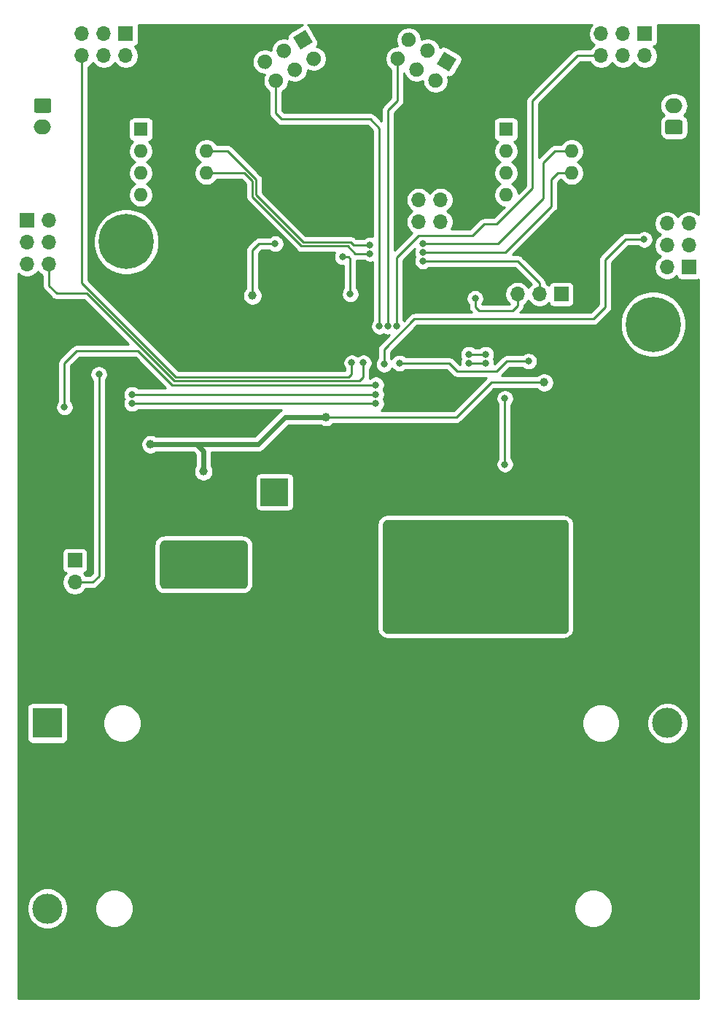
<source format=gbr>
%TF.GenerationSoftware,KiCad,Pcbnew,5.1.9*%
%TF.CreationDate,2021-04-09T15:13:00-03:00*%
%TF.ProjectId,Autito Microcontroladores,41757469-746f-4204-9d69-63726f636f6e,rev?*%
%TF.SameCoordinates,Original*%
%TF.FileFunction,Copper,L2,Bot*%
%TF.FilePolarity,Positive*%
%FSLAX46Y46*%
G04 Gerber Fmt 4.6, Leading zero omitted, Abs format (unit mm)*
G04 Created by KiCad (PCBNEW 5.1.9) date 2021-04-09 15:13:00*
%MOMM*%
%LPD*%
G01*
G04 APERTURE LIST*
%TA.AperFunction,ComponentPad*%
%ADD10R,3.200000X3.200000*%
%TD*%
%TA.AperFunction,ComponentPad*%
%ADD11O,3.200000X3.200000*%
%TD*%
%TA.AperFunction,ComponentPad*%
%ADD12O,2.000000X1.700000*%
%TD*%
%TA.AperFunction,ComponentPad*%
%ADD13R,1.700000X1.700000*%
%TD*%
%TA.AperFunction,ComponentPad*%
%ADD14O,1.700000X1.700000*%
%TD*%
%TA.AperFunction,ComponentPad*%
%ADD15C,3.500000*%
%TD*%
%TA.AperFunction,ComponentPad*%
%ADD16R,3.500000X3.500000*%
%TD*%
%TA.AperFunction,ComponentPad*%
%ADD17R,1.600000X1.600000*%
%TD*%
%TA.AperFunction,ComponentPad*%
%ADD18O,1.600000X1.600000*%
%TD*%
%TA.AperFunction,ComponentPad*%
%ADD19C,6.400000*%
%TD*%
%TA.AperFunction,ComponentPad*%
%ADD20C,0.800000*%
%TD*%
%TA.AperFunction,ComponentPad*%
%ADD21C,0.100000*%
%TD*%
%TA.AperFunction,ViaPad*%
%ADD22C,1.000000*%
%TD*%
%TA.AperFunction,ViaPad*%
%ADD23C,0.800000*%
%TD*%
%TA.AperFunction,ViaPad*%
%ADD24C,1.200000*%
%TD*%
%TA.AperFunction,Conductor*%
%ADD25C,0.600000*%
%TD*%
%TA.AperFunction,Conductor*%
%ADD26C,0.250000*%
%TD*%
%TA.AperFunction,Conductor*%
%ADD27C,0.800000*%
%TD*%
%TA.AperFunction,Conductor*%
%ADD28C,0.254000*%
%TD*%
%TA.AperFunction,Conductor*%
%ADD29C,0.100000*%
%TD*%
G04 APERTURE END LIST*
D10*
%TO.P,D4,1*%
%TO.N,Net-(D4-Pad1)*%
X141147800Y-94990000D03*
D11*
%TO.P,D4,2*%
%TO.N,GNDREF*%
X156387800Y-94990000D03*
%TD*%
%TO.P,J7,1*%
%TO.N,Net-(J7-Pad1)*%
%TA.AperFunction,ComponentPad*%
G36*
G01*
X113473800Y-49289600D02*
X114973800Y-49289600D01*
G75*
G02*
X115223800Y-49539600I0J-250000D01*
G01*
X115223800Y-50739600D01*
G75*
G02*
X114973800Y-50989600I-250000J0D01*
G01*
X113473800Y-50989600D01*
G75*
G02*
X113223800Y-50739600I0J250000D01*
G01*
X113223800Y-49539600D01*
G75*
G02*
X113473800Y-49289600I250000J0D01*
G01*
G37*
%TD.AperFunction*%
D12*
%TO.P,J7,2*%
%TO.N,Net-(J7-Pad2)*%
X114223800Y-52639600D03*
%TD*%
%TO.P,J8,2*%
%TO.N,Net-(J8-Pad2)*%
X187528200Y-50139600D03*
%TO.P,J8,1*%
%TO.N,Net-(J8-Pad1)*%
%TA.AperFunction,ComponentPad*%
G36*
G01*
X188278200Y-53489600D02*
X186778200Y-53489600D01*
G75*
G02*
X186528200Y-53239600I0J250000D01*
G01*
X186528200Y-52039600D01*
G75*
G02*
X186778200Y-51789600I250000J0D01*
G01*
X188278200Y-51789600D01*
G75*
G02*
X188528200Y-52039600I0J-250000D01*
G01*
X188528200Y-53239600D01*
G75*
G02*
X188278200Y-53489600I-250000J0D01*
G01*
G37*
%TD.AperFunction*%
%TD*%
D13*
%TO.P,J9,1*%
%TO.N,+3V3*%
X117957600Y-102920800D03*
D14*
%TO.P,J9,2*%
%TO.N,/WiFi/ESP_FLASH_ENABLE*%
X117957600Y-105460800D03*
%TO.P,J9,3*%
%TO.N,GNDREF*%
X117957600Y-108000800D03*
%TD*%
D13*
%TO.P,J11,1*%
%TO.N,+3V3*%
X174447200Y-72019600D03*
D14*
%TO.P,J11,2*%
%TO.N,/Microcontrolador/SWDIO*%
X171907200Y-72019600D03*
%TO.P,J11,3*%
%TO.N,/Microcontrolador/SWCLK*%
X169367200Y-72019600D03*
%TO.P,J11,4*%
%TO.N,GNDREF*%
X166827200Y-72019600D03*
%TD*%
D13*
%TO.P,J12,1*%
%TO.N,GNDREF*%
X157886400Y-58547000D03*
D14*
%TO.P,J12,2*%
X160426400Y-58547000D03*
%TO.P,J12,3*%
%TO.N,Net-(J12-Pad3)*%
X157886400Y-61087000D03*
%TO.P,J12,4*%
%TO.N,Net-(J12-Pad4)*%
X160426400Y-61087000D03*
%TO.P,J12,5*%
%TO.N,+3V3*%
X157886400Y-63627000D03*
%TO.P,J12,6*%
X160426400Y-63627000D03*
%TD*%
D15*
%TO.P,J13,2*%
%TO.N,+BATT*%
X186782600Y-121818400D03*
D16*
%TO.P,J13,1*%
%TO.N,Net-(J13-Pad1)*%
X114782600Y-121818400D03*
%TD*%
%TO.P,J14,1*%
%TO.N,GNDREF*%
X186782600Y-143332200D03*
D15*
%TO.P,J14,2*%
%TO.N,Net-(J13-Pad1)*%
X114782600Y-143332200D03*
%TD*%
D17*
%TO.P,U1,1*%
%TO.N,Net-(J7-Pad1)*%
X125628400Y-52882800D03*
D18*
%TO.P,U1,5*%
%TO.N,GNDREF*%
X133248400Y-60502800D03*
%TO.P,U1,2*%
%TO.N,+5V*%
X125628400Y-55422800D03*
%TO.P,U1,6*%
%TO.N,MOTIA*%
X133248400Y-57962800D03*
%TO.P,U1,3*%
%TO.N,+5V*%
X125628400Y-57962800D03*
%TO.P,U1,7*%
%TO.N,MOTIB*%
X133248400Y-55422800D03*
%TO.P,U1,4*%
%TO.N,Net-(J7-Pad2)*%
X125628400Y-60502800D03*
%TO.P,U1,8*%
%TO.N,GNDREF*%
X133248400Y-52882800D03*
%TD*%
%TO.P,U2,8*%
%TO.N,GNDREF*%
X175641000Y-52882800D03*
%TO.P,U2,4*%
%TO.N,Net-(J8-Pad1)*%
X168021000Y-60502800D03*
%TO.P,U2,7*%
%TO.N,MOTDB*%
X175641000Y-55422800D03*
%TO.P,U2,3*%
%TO.N,+5V*%
X168021000Y-57962800D03*
%TO.P,U2,6*%
%TO.N,MOTDA*%
X175641000Y-57962800D03*
%TO.P,U2,2*%
%TO.N,+5V*%
X168021000Y-55422800D03*
%TO.P,U2,5*%
%TO.N,GNDREF*%
X175641000Y-60502800D03*
D17*
%TO.P,U2,1*%
%TO.N,Net-(J8-Pad2)*%
X168021000Y-52882800D03*
%TD*%
D19*
%TO.P,H1,1*%
%TO.N,N/C*%
X185115200Y-75509120D03*
D20*
X187515200Y-75509120D03*
X186812256Y-77206176D03*
X185115200Y-77909120D03*
X183418144Y-77206176D03*
X182715200Y-75509120D03*
X183418144Y-73812064D03*
X185115200Y-73109120D03*
X186812256Y-73812064D03*
%TD*%
%TO.P,H2,1*%
%TO.N,N/C*%
X125623656Y-64241344D03*
X123926600Y-63538400D03*
X122229544Y-64241344D03*
X121526600Y-65938400D03*
X122229544Y-67635456D03*
X123926600Y-68338400D03*
X125623656Y-67635456D03*
X126326600Y-65938400D03*
D19*
X123926600Y-65938400D03*
%TD*%
D14*
%TO.P,J1,2*%
%TO.N,Net-(J1-Pad2)*%
X114945160Y-63484760D03*
D13*
%TO.P,J1,1*%
%TO.N,+3V3*%
X112405160Y-63484760D03*
D14*
%TO.P,J1,5*%
X112405160Y-68564760D03*
%TO.P,J1,6*%
%TO.N,SENSOR1*%
X114945160Y-68564760D03*
%TO.P,J1,3*%
%TO.N,Net-(J1-Pad3)*%
X112405160Y-66024760D03*
%TO.P,J1,4*%
%TO.N,Net-(J1-Pad4)*%
X114945160Y-66024760D03*
%TD*%
%TO.P,J2,2*%
%TO.N,Net-(J2-Pad2)*%
%TA.AperFunction,ComponentPad*%
G36*
G01*
X160271187Y-46487830D02*
X160271187Y-46487830D01*
G75*
G02*
X160582309Y-47648952I-425000J-736122D01*
G01*
X160582309Y-47648952D01*
G75*
G02*
X159421187Y-47960074I-736122J425000D01*
G01*
X159421187Y-47960074D01*
G75*
G02*
X159110065Y-46798952I425000J736122D01*
G01*
X159110065Y-46798952D01*
G75*
G02*
X160271187Y-46487830I736122J-425000D01*
G01*
G37*
%TD.AperFunction*%
%TA.AperFunction,ComponentPad*%
D21*
%TO.P,J2,1*%
%TO.N,+3V3*%
G36*
X160805065Y-43863126D02*
G01*
X162277309Y-44713126D01*
X161427309Y-46185370D01*
X159955065Y-45335370D01*
X160805065Y-43863126D01*
G37*
%TD.AperFunction*%
%TO.P,J2,5*%
%TA.AperFunction,ComponentPad*%
G36*
G01*
X157141778Y-41748126D02*
X157141778Y-41748126D01*
G75*
G02*
X157452900Y-42909248I-425000J-736122D01*
G01*
X157452900Y-42909248D01*
G75*
G02*
X156291778Y-43220370I-736122J425000D01*
G01*
X156291778Y-43220370D01*
G75*
G02*
X155980656Y-42059248I425000J736122D01*
G01*
X155980656Y-42059248D01*
G75*
G02*
X157141778Y-41748126I736122J-425000D01*
G01*
G37*
%TD.AperFunction*%
%TO.P,J2,6*%
%TO.N,SENSOR4*%
%TA.AperFunction,ComponentPad*%
G36*
G01*
X155871778Y-43947830D02*
X155871778Y-43947830D01*
G75*
G02*
X156182900Y-45108952I-425000J-736122D01*
G01*
X156182900Y-45108952D01*
G75*
G02*
X155021778Y-45420074I-736122J425000D01*
G01*
X155021778Y-45420074D01*
G75*
G02*
X154710656Y-44258952I425000J736122D01*
G01*
X154710656Y-44258952D01*
G75*
G02*
X155871778Y-43947830I736122J-425000D01*
G01*
G37*
%TD.AperFunction*%
%TO.P,J2,3*%
%TO.N,Net-(J2-Pad3)*%
%TA.AperFunction,ComponentPad*%
G36*
G01*
X159341483Y-43018126D02*
X159341483Y-43018126D01*
G75*
G02*
X159652605Y-44179248I-425000J-736122D01*
G01*
X159652605Y-44179248D01*
G75*
G02*
X158491483Y-44490370I-736122J425000D01*
G01*
X158491483Y-44490370D01*
G75*
G02*
X158180361Y-43329248I425000J736122D01*
G01*
X158180361Y-43329248D01*
G75*
G02*
X159341483Y-43018126I736122J-425000D01*
G01*
G37*
%TD.AperFunction*%
%TO.P,J2,4*%
%TO.N,Net-(J2-Pad4)*%
%TA.AperFunction,ComponentPad*%
G36*
G01*
X158071483Y-45217830D02*
X158071483Y-45217830D01*
G75*
G02*
X158382605Y-46378952I-425000J-736122D01*
G01*
X158382605Y-46378952D01*
G75*
G02*
X157221483Y-46690074I-736122J425000D01*
G01*
X157221483Y-46690074D01*
G75*
G02*
X156910361Y-45528952I425000J736122D01*
G01*
X156910361Y-45528952D01*
G75*
G02*
X158071483Y-45217830I736122J-425000D01*
G01*
G37*
%TD.AperFunction*%
%TD*%
D14*
%TO.P,J3,4*%
%TO.N,Net-(J3-Pad4)*%
X121335800Y-44348400D03*
%TO.P,J3,3*%
%TO.N,Net-(J3-Pad3)*%
X121335800Y-41808400D03*
%TO.P,J3,6*%
%TO.N,SENSOR2*%
X118795800Y-44348400D03*
%TO.P,J3,5*%
%TO.N,+3V3*%
X118795800Y-41808400D03*
D13*
%TO.P,J3,1*%
X123875800Y-41808400D03*
D14*
%TO.P,J3,2*%
%TO.N,Net-(J3-Pad2)*%
X123875800Y-44348400D03*
%TD*%
%TO.P,J4,2*%
%TO.N,Net-(J4-Pad2)*%
X184150000Y-44348400D03*
D13*
%TO.P,J4,1*%
%TO.N,+3V3*%
X184150000Y-41808400D03*
D14*
%TO.P,J4,5*%
X179070000Y-41808400D03*
%TO.P,J4,6*%
%TO.N,SENSOR5*%
X179070000Y-44348400D03*
%TO.P,J4,3*%
%TO.N,Net-(J4-Pad3)*%
X181610000Y-41808400D03*
%TO.P,J4,4*%
%TO.N,Net-(J4-Pad4)*%
X181610000Y-44348400D03*
%TD*%
%TO.P,J5,2*%
%TO.N,Net-(J5-Pad2)*%
%TA.AperFunction,ComponentPad*%
G36*
G01*
X145273387Y-43962830D02*
X145273387Y-43962830D01*
G75*
G02*
X146434509Y-44273952I425000J-736122D01*
G01*
X146434509Y-44273952D01*
G75*
G02*
X146123387Y-45435074I-736122J-425000D01*
G01*
X146123387Y-45435074D01*
G75*
G02*
X144962265Y-45123952I-425000J736122D01*
G01*
X144962265Y-45123952D01*
G75*
G02*
X145273387Y-43962830I736122J425000D01*
G01*
G37*
%TD.AperFunction*%
%TA.AperFunction,ComponentPad*%
D21*
%TO.P,J5,1*%
%TO.N,+3V3*%
G36*
X143267265Y-42188126D02*
G01*
X144739509Y-41338126D01*
X145589509Y-42810370D01*
X144117265Y-43660370D01*
X143267265Y-42188126D01*
G37*
%TD.AperFunction*%
%TO.P,J5,5*%
%TA.AperFunction,ComponentPad*%
G36*
G01*
X139603978Y-44303126D02*
X139603978Y-44303126D01*
G75*
G02*
X140765100Y-44614248I425000J-736122D01*
G01*
X140765100Y-44614248D01*
G75*
G02*
X140453978Y-45775370I-736122J-425000D01*
G01*
X140453978Y-45775370D01*
G75*
G02*
X139292856Y-45464248I-425000J736122D01*
G01*
X139292856Y-45464248D01*
G75*
G02*
X139603978Y-44303126I736122J425000D01*
G01*
G37*
%TD.AperFunction*%
%TO.P,J5,6*%
%TO.N,SENSOR3*%
%TA.AperFunction,ComponentPad*%
G36*
G01*
X140873978Y-46502830D02*
X140873978Y-46502830D01*
G75*
G02*
X142035100Y-46813952I425000J-736122D01*
G01*
X142035100Y-46813952D01*
G75*
G02*
X141723978Y-47975074I-736122J-425000D01*
G01*
X141723978Y-47975074D01*
G75*
G02*
X140562856Y-47663952I-425000J736122D01*
G01*
X140562856Y-47663952D01*
G75*
G02*
X140873978Y-46502830I736122J425000D01*
G01*
G37*
%TD.AperFunction*%
%TO.P,J5,3*%
%TO.N,Net-(J5-Pad3)*%
%TA.AperFunction,ComponentPad*%
G36*
G01*
X141803683Y-43033126D02*
X141803683Y-43033126D01*
G75*
G02*
X142964805Y-43344248I425000J-736122D01*
G01*
X142964805Y-43344248D01*
G75*
G02*
X142653683Y-44505370I-736122J-425000D01*
G01*
X142653683Y-44505370D01*
G75*
G02*
X141492561Y-44194248I-425000J736122D01*
G01*
X141492561Y-44194248D01*
G75*
G02*
X141803683Y-43033126I736122J425000D01*
G01*
G37*
%TD.AperFunction*%
%TO.P,J5,4*%
%TO.N,Net-(J5-Pad4)*%
%TA.AperFunction,ComponentPad*%
G36*
G01*
X143073683Y-45232830D02*
X143073683Y-45232830D01*
G75*
G02*
X144234805Y-45543952I425000J-736122D01*
G01*
X144234805Y-45543952D01*
G75*
G02*
X143923683Y-46705074I-736122J-425000D01*
G01*
X143923683Y-46705074D01*
G75*
G02*
X142762561Y-46393952I-425000J736122D01*
G01*
X142762561Y-46393952D01*
G75*
G02*
X143073683Y-45232830I736122J425000D01*
G01*
G37*
%TD.AperFunction*%
%TD*%
D14*
%TO.P,J6,2*%
%TO.N,Net-(J6-Pad2)*%
X186725560Y-68894759D03*
D13*
%TO.P,J6,1*%
%TO.N,+3V3*%
X189265560Y-68894759D03*
D14*
%TO.P,J6,5*%
X189265560Y-63814759D03*
%TO.P,J6,6*%
%TO.N,SENSOR6*%
X186725560Y-63814759D03*
%TO.P,J6,3*%
%TO.N,Net-(J6-Pad3)*%
X189265560Y-66354759D03*
%TO.P,J6,4*%
%TO.N,Net-(J6-Pad4)*%
X186725560Y-66354759D03*
%TD*%
D22*
%TO.N,+3V3*%
X132892800Y-92608400D03*
X126746000Y-89458800D03*
X147142200Y-86283800D03*
D23*
X141224000Y-66167000D03*
D22*
X138582400Y-72186800D03*
D23*
X136550400Y-103403000D03*
X132880100Y-101295200D03*
X136601200Y-101295200D03*
X129184800Y-103403000D03*
X129159000Y-101295200D03*
X129184400Y-105511600D03*
X132892800Y-105511600D03*
X136601200Y-105511600D03*
D22*
X172455840Y-82275680D03*
D23*
%TO.N,+BATT*%
X167894000Y-84124800D03*
X167894000Y-91770200D03*
%TO.N,/Microcontrolador/STATUS_LED*%
X149047200Y-67691000D03*
X149936200Y-72009000D03*
%TO.N,/Microcontrolador/SWCLK*%
X164439600Y-72517000D03*
%TO.N,/Microcontrolador/SWDIO*%
X158394400Y-68173600D03*
%TO.N,/WiFi/ESP_FLASH_ENABLE*%
X120751600Y-81330800D03*
%TO.N,SENSOR1*%
X151460200Y-79984600D03*
%TO.N,SENSOR4*%
X154331810Y-75744600D03*
%TO.N,SENSOR2*%
X150114000Y-79984600D03*
%TO.N,SENSOR5*%
X155331810Y-75744600D03*
%TO.N,SENSOR3*%
X153331810Y-75744600D03*
%TO.N,SENSOR6*%
X153873200Y-80162400D03*
X184068720Y-65669160D03*
%TO.N,/Microcontrolador/PID_INIT*%
X163718600Y-80019403D03*
X165668600Y-80019403D03*
%TO.N,/Microcontrolador/BOOT1*%
X170637200Y-79806800D03*
X155651200Y-80035400D03*
%TO.N,MOTDB*%
X158394400Y-66173594D03*
%TO.N,MOTDA*%
X158394400Y-67173597D03*
%TO.N,MOTIA*%
X152222200Y-67310000D03*
%TO.N,MOTIB*%
X152222200Y-66309997D03*
%TO.N,ESP_SOFT_RST*%
X152908000Y-82550000D03*
X116755800Y-85140800D03*
D24*
%TO.N,GNDREF*%
X129844800Y-66751200D03*
D23*
X137367800Y-71272400D03*
%TO.N,UART_TX*%
X152908000Y-83667600D03*
X124612400Y-83667600D03*
%TO.N,UART_RX*%
X152908000Y-84709000D03*
X124612400Y-84709000D03*
%TO.N,/Microcontrolador/V_BAT*%
X165668600Y-79019400D03*
X163718600Y-79019400D03*
%TO.N,GND1*%
X154731720Y-98993960D03*
X154731720Y-110469680D03*
X154731720Y-107676950D03*
X154731720Y-101888290D03*
X154731720Y-104782620D03*
X157159325Y-98993960D03*
X157159325Y-101888290D03*
X157159325Y-104782620D03*
X157159325Y-107676950D03*
X157159325Y-110469680D03*
X159586930Y-110469680D03*
X162014535Y-110469680D03*
X166869745Y-110469680D03*
X169297350Y-110469680D03*
X171724955Y-110469680D03*
X174152560Y-110469680D03*
X174152560Y-107588050D03*
X174152560Y-104706420D03*
X174152560Y-101824790D03*
X174152560Y-98943160D03*
X171724955Y-98943160D03*
X171724955Y-101824790D03*
X171724955Y-104706420D03*
X171724955Y-107588050D03*
%TD*%
D25*
%TO.N,+3V3*%
X142392400Y-86283800D02*
X147142200Y-86283800D01*
D26*
X141224000Y-66167000D02*
X139319000Y-66167000D01*
X139319000Y-66167000D02*
X138582400Y-66903600D01*
X138582400Y-72186800D02*
X138582400Y-66903600D01*
X166295210Y-82270600D02*
X172466000Y-82270600D01*
X162282010Y-86283800D02*
X166295210Y-82270600D01*
X147142200Y-86283800D02*
X162282010Y-86283800D01*
D25*
X139217400Y-89458800D02*
X142392400Y-86283800D01*
X132892800Y-90246200D02*
X132105400Y-89458800D01*
X132105400Y-89458800D02*
X139217400Y-89458800D01*
X132892800Y-92608400D02*
X132892800Y-90246200D01*
X126746000Y-89458800D02*
X132105400Y-89458800D01*
D26*
X172460920Y-82270600D02*
X172455840Y-82275680D01*
X172466000Y-82270600D02*
X172460920Y-82270600D01*
%TO.N,+BATT*%
X167894000Y-84124800D02*
X167894000Y-91770200D01*
%TO.N,/Microcontrolador/STATUS_LED*%
X149936200Y-72009000D02*
X149936200Y-67919600D01*
X149707600Y-67691000D02*
X149047200Y-67691000D01*
X149936200Y-67919600D02*
X149707600Y-67691000D01*
%TO.N,/Microcontrolador/SWCLK*%
X169367200Y-73380600D02*
X169367200Y-72019600D01*
X168783000Y-73964800D02*
X169367200Y-73380600D01*
X164922200Y-73964800D02*
X168783000Y-73964800D01*
X164439600Y-73482200D02*
X164922200Y-73964800D01*
X164439600Y-72517000D02*
X164439600Y-73482200D01*
%TO.N,/Microcontrolador/SWDIO*%
X158394400Y-68173600D02*
X169367200Y-68173600D01*
X171907200Y-70713600D02*
X171907200Y-72019600D01*
X169367200Y-68173600D02*
X171907200Y-70713600D01*
%TO.N,/WiFi/ESP_FLASH_ENABLE*%
X117957600Y-105460800D02*
X120015000Y-105460800D01*
X120015000Y-105460800D02*
X120751600Y-104724200D01*
X120751600Y-82727800D02*
X120751600Y-81330800D01*
X120751600Y-104724200D02*
X120751600Y-82727800D01*
%TO.N,SENSOR1*%
X114945160Y-71023480D02*
X114945160Y-68564760D01*
X119344440Y-71922640D02*
X115844320Y-71922640D01*
X115844320Y-71922640D02*
X114945160Y-71023480D01*
X129521790Y-82099990D02*
X119344440Y-71922640D01*
X151003000Y-82099990D02*
X129521790Y-82099990D01*
X151460200Y-81642790D02*
X151003000Y-82099990D01*
X151460200Y-79984600D02*
X151460200Y-81642790D01*
%TO.N,SENSOR4*%
X154331810Y-50671590D02*
X155446778Y-49556622D01*
X155446778Y-49556622D02*
X155446778Y-44683952D01*
X154331810Y-75744600D02*
X154331810Y-50671590D01*
%TO.N,SENSOR2*%
X118795800Y-70737590D02*
X118795800Y-44348400D01*
X129708190Y-81649980D02*
X118795800Y-70737590D01*
X149783800Y-81649980D02*
X129708190Y-81649980D01*
X150114000Y-81319780D02*
X149783800Y-81649980D01*
X150114000Y-79984600D02*
X150114000Y-81319780D01*
%TO.N,SENSOR5*%
X164134800Y-65227200D02*
X165455600Y-63906400D01*
X157886400Y-65227200D02*
X164134800Y-65227200D01*
X155331810Y-67781790D02*
X157886400Y-65227200D01*
X155331810Y-75744600D02*
X155331810Y-67781790D01*
X165455600Y-63906400D02*
X166928800Y-63906400D01*
X166928800Y-63906400D02*
X171094400Y-59740800D01*
X171094400Y-59740800D02*
X171094400Y-49580800D01*
X176326800Y-44348400D02*
X179070000Y-44348400D01*
X171094400Y-49580800D02*
X176326800Y-44348400D01*
%TO.N,SENSOR3*%
X141298978Y-51027378D02*
X141298978Y-47238952D01*
X152273000Y-51689000D02*
X141960600Y-51689000D01*
X141960600Y-51689000D02*
X141298978Y-51027378D01*
X153331810Y-52747810D02*
X152273000Y-51689000D01*
X153331810Y-75744600D02*
X153331810Y-52747810D01*
%TO.N,SENSOR6*%
X153873200Y-80162400D02*
X153873200Y-78435200D01*
X153873200Y-78435200D02*
X157403800Y-74904600D01*
X157403800Y-74904600D02*
X178181000Y-74904600D01*
X179567840Y-73517760D02*
X178181000Y-74904600D01*
X179567840Y-69016880D02*
X179567840Y-73517760D01*
X179567840Y-69016880D02*
X179567840Y-68011040D01*
X179567840Y-68011040D02*
X181909720Y-65669160D01*
X181909720Y-65669160D02*
X184068720Y-65669160D01*
%TO.N,/Microcontrolador/PID_INIT*%
X163718600Y-80019403D02*
X165668600Y-80019403D01*
%TO.N,/Microcontrolador/BOOT1*%
X168122600Y-79806800D02*
X170637200Y-79806800D01*
X166954200Y-80975200D02*
X168122600Y-79806800D01*
X162356800Y-80975200D02*
X166954200Y-80975200D01*
X161417000Y-80035400D02*
X162356800Y-80975200D01*
X155651200Y-80035400D02*
X161417000Y-80035400D01*
%TO.N,MOTDB*%
X158394400Y-66173594D02*
X167125406Y-66173594D01*
X167125406Y-66173594D02*
X172389800Y-60909200D01*
X172389800Y-60909200D02*
X172389800Y-56718200D01*
X173685200Y-55422800D02*
X175641000Y-55422800D01*
X172389800Y-56718200D02*
X173685200Y-55422800D01*
%TO.N,MOTDA*%
X158394400Y-67173597D02*
X167928803Y-67173597D01*
X167928803Y-67173597D02*
X173304200Y-61798200D01*
X173304200Y-61798200D02*
X173304200Y-58699400D01*
X174040800Y-57962800D02*
X175641000Y-57962800D01*
X173304200Y-58699400D02*
X174040800Y-57962800D01*
%TO.N,MOTIA*%
X137617200Y-57962800D02*
X133248400Y-57962800D01*
X138557000Y-58902600D02*
X137617200Y-57962800D01*
X138557000Y-60706000D02*
X138557000Y-58902600D01*
X144272002Y-66421000D02*
X138557000Y-60706000D01*
X149656800Y-66421000D02*
X144272002Y-66421000D01*
X150545800Y-67310000D02*
X149656800Y-66421000D01*
X152222200Y-67310000D02*
X150545800Y-67310000D01*
%TO.N,MOTIB*%
X135713610Y-55422800D02*
X133248400Y-55422800D01*
X139007009Y-58716199D02*
X135713610Y-55422800D01*
X139007010Y-60519600D02*
X139007009Y-58716199D01*
X152222200Y-66309997D02*
X150307797Y-66309997D01*
X150307797Y-66309997D02*
X149968790Y-65970990D01*
X144458400Y-65970990D02*
X139007010Y-60519600D01*
X149968790Y-65970990D02*
X144458400Y-65970990D01*
%TO.N,ESP_SOFT_RST*%
X116755800Y-85140800D02*
X116755800Y-80018000D01*
X116755800Y-80018000D02*
X118160800Y-78613000D01*
X118160800Y-78613000D02*
X125298200Y-78613000D01*
X129235200Y-82550000D02*
X130098800Y-82550000D01*
X125298200Y-78613000D02*
X129235200Y-82550000D01*
X152908000Y-82550000D02*
X130098800Y-82550000D01*
D27*
%TO.N,GNDREF*%
X133248400Y-60502800D02*
X133248400Y-63347600D01*
X133248400Y-63347600D02*
X129844800Y-66751200D01*
D26*
X135367800Y-71272400D02*
X137367800Y-71272400D01*
X130846600Y-66751200D02*
X135367800Y-71272400D01*
X129844800Y-66751200D02*
X130846600Y-66751200D01*
%TO.N,UART_TX*%
X125857000Y-83667600D02*
X124612400Y-83667600D01*
X152908000Y-83667600D02*
X125857000Y-83667600D01*
%TO.N,UART_RX*%
X125857000Y-84709000D02*
X124612400Y-84709000D01*
X152908000Y-84709000D02*
X125857000Y-84709000D01*
%TO.N,/Microcontrolador/V_BAT*%
X165668600Y-79019400D02*
X163718600Y-79019400D01*
%TD*%
D28*
%TO.N,+3V3*%
X137594457Y-100750169D02*
X137684155Y-100787323D01*
X137761176Y-100846424D01*
X137820277Y-100923445D01*
X137857431Y-101013143D01*
X137871200Y-101117728D01*
X137871200Y-105689072D01*
X137857431Y-105793657D01*
X137820277Y-105883355D01*
X137761176Y-105960376D01*
X137684155Y-106019477D01*
X137594457Y-106056631D01*
X137489872Y-106070400D01*
X128321128Y-106070400D01*
X128216543Y-106056631D01*
X128126845Y-106019477D01*
X128049824Y-105960376D01*
X127990723Y-105883355D01*
X127953569Y-105793657D01*
X127939800Y-105689072D01*
X127939800Y-101117728D01*
X127953569Y-101013143D01*
X127990723Y-100923445D01*
X128049824Y-100846424D01*
X128126845Y-100787323D01*
X128216543Y-100750169D01*
X128321128Y-100736400D01*
X137489872Y-100736400D01*
X137594457Y-100750169D01*
%TA.AperFunction,Conductor*%
D29*
G36*
X137594457Y-100750169D02*
G01*
X137684155Y-100787323D01*
X137761176Y-100846424D01*
X137820277Y-100923445D01*
X137857431Y-101013143D01*
X137871200Y-101117728D01*
X137871200Y-105689072D01*
X137857431Y-105793657D01*
X137820277Y-105883355D01*
X137761176Y-105960376D01*
X137684155Y-106019477D01*
X137594457Y-106056631D01*
X137489872Y-106070400D01*
X128321128Y-106070400D01*
X128216543Y-106056631D01*
X128126845Y-106019477D01*
X128049824Y-105960376D01*
X127990723Y-105883355D01*
X127953569Y-105793657D01*
X127939800Y-105689072D01*
X127939800Y-101117728D01*
X127953569Y-101013143D01*
X127990723Y-100923445D01*
X128049824Y-100846424D01*
X128126845Y-100787323D01*
X128216543Y-100750169D01*
X128321128Y-100736400D01*
X137489872Y-100736400D01*
X137594457Y-100750169D01*
G37*
%TD.AperFunction*%
%TD*%
D28*
%TO.N,GND1*%
X174876577Y-98367649D02*
X174966275Y-98404803D01*
X175043296Y-98463904D01*
X175102397Y-98540925D01*
X175139551Y-98630623D01*
X175153320Y-98735208D01*
X175153320Y-110875752D01*
X175139551Y-110980337D01*
X175102397Y-111070035D01*
X175043296Y-111147056D01*
X174966275Y-111206157D01*
X174876577Y-111243311D01*
X174771992Y-111257080D01*
X154208808Y-111257080D01*
X154104223Y-111243311D01*
X154014525Y-111206157D01*
X153937504Y-111147056D01*
X153878403Y-111070035D01*
X153841249Y-110980337D01*
X153827480Y-110875752D01*
X153827480Y-98735208D01*
X153841249Y-98630623D01*
X153878403Y-98540925D01*
X153937504Y-98463904D01*
X154014525Y-98404803D01*
X154104223Y-98367649D01*
X154208808Y-98353880D01*
X174771992Y-98353880D01*
X174876577Y-98367649D01*
%TA.AperFunction,Conductor*%
D29*
G36*
X174876577Y-98367649D02*
G01*
X174966275Y-98404803D01*
X175043296Y-98463904D01*
X175102397Y-98540925D01*
X175139551Y-98630623D01*
X175153320Y-98735208D01*
X175153320Y-110875752D01*
X175139551Y-110980337D01*
X175102397Y-111070035D01*
X175043296Y-111147056D01*
X174966275Y-111206157D01*
X174876577Y-111243311D01*
X174771992Y-111257080D01*
X154208808Y-111257080D01*
X154104223Y-111243311D01*
X154014525Y-111206157D01*
X153937504Y-111147056D01*
X153878403Y-111070035D01*
X153841249Y-110980337D01*
X153827480Y-110875752D01*
X153827480Y-98735208D01*
X153841249Y-98630623D01*
X153878403Y-98540925D01*
X153937504Y-98463904D01*
X154014525Y-98404803D01*
X154104223Y-98367649D01*
X154208808Y-98353880D01*
X174771992Y-98353880D01*
X174876577Y-98367649D01*
G37*
%TD.AperFunction*%
%TD*%
D28*
%TO.N,GNDREF*%
X190342520Y-62791612D02*
X190212192Y-62661284D01*
X189968971Y-62498769D01*
X189698718Y-62386827D01*
X189411820Y-62329759D01*
X189119300Y-62329759D01*
X188832402Y-62386827D01*
X188562149Y-62498769D01*
X188318928Y-62661284D01*
X188112085Y-62868127D01*
X187995560Y-63042519D01*
X187879035Y-62868127D01*
X187672192Y-62661284D01*
X187428971Y-62498769D01*
X187158718Y-62386827D01*
X186871820Y-62329759D01*
X186579300Y-62329759D01*
X186292402Y-62386827D01*
X186022149Y-62498769D01*
X185778928Y-62661284D01*
X185572085Y-62868127D01*
X185409570Y-63111348D01*
X185297628Y-63381601D01*
X185240560Y-63668499D01*
X185240560Y-63961019D01*
X185297628Y-64247917D01*
X185409570Y-64518170D01*
X185572085Y-64761391D01*
X185778928Y-64968234D01*
X185953320Y-65084759D01*
X185778928Y-65201284D01*
X185572085Y-65408127D01*
X185409570Y-65651348D01*
X185297628Y-65921601D01*
X185240560Y-66208499D01*
X185240560Y-66501019D01*
X185297628Y-66787917D01*
X185409570Y-67058170D01*
X185572085Y-67301391D01*
X185778928Y-67508234D01*
X185953320Y-67624759D01*
X185778928Y-67741284D01*
X185572085Y-67948127D01*
X185409570Y-68191348D01*
X185297628Y-68461601D01*
X185240560Y-68748499D01*
X185240560Y-69041019D01*
X185297628Y-69327917D01*
X185409570Y-69598170D01*
X185572085Y-69841391D01*
X185778928Y-70048234D01*
X186022149Y-70210749D01*
X186292402Y-70322691D01*
X186579300Y-70379759D01*
X186871820Y-70379759D01*
X187158718Y-70322691D01*
X187428971Y-70210749D01*
X187672192Y-70048234D01*
X187804047Y-69916379D01*
X187826058Y-69988939D01*
X187885023Y-70099253D01*
X187964375Y-70195944D01*
X188061066Y-70275296D01*
X188171380Y-70334261D01*
X188291078Y-70370571D01*
X188415560Y-70382831D01*
X190115560Y-70382831D01*
X190240042Y-70370571D01*
X190342520Y-70339485D01*
X190342520Y-153786840D01*
X111379000Y-153786840D01*
X111379000Y-143097298D01*
X112397600Y-143097298D01*
X112397600Y-143567102D01*
X112489254Y-144027879D01*
X112669040Y-144461921D01*
X112930050Y-144852549D01*
X113262251Y-145184750D01*
X113652879Y-145445760D01*
X114086921Y-145625546D01*
X114547698Y-145717200D01*
X115017502Y-145717200D01*
X115478279Y-145625546D01*
X115912321Y-145445760D01*
X116302949Y-145184750D01*
X116635150Y-144852549D01*
X116896160Y-144461921D01*
X117075946Y-144027879D01*
X117167600Y-143567102D01*
X117167600Y-143112072D01*
X120292600Y-143112072D01*
X120292600Y-143552328D01*
X120378490Y-143984125D01*
X120546969Y-144390869D01*
X120791562Y-144756929D01*
X121102871Y-145068238D01*
X121468931Y-145312831D01*
X121875675Y-145481310D01*
X122307472Y-145567200D01*
X122747728Y-145567200D01*
X123179525Y-145481310D01*
X123586269Y-145312831D01*
X123952329Y-145068238D01*
X124263638Y-144756929D01*
X124508231Y-144390869D01*
X124676710Y-143984125D01*
X124762600Y-143552328D01*
X124762600Y-143112072D01*
X175902600Y-143112072D01*
X175902600Y-143552328D01*
X175988490Y-143984125D01*
X176156969Y-144390869D01*
X176401562Y-144756929D01*
X176712871Y-145068238D01*
X177078931Y-145312831D01*
X177485675Y-145481310D01*
X177917472Y-145567200D01*
X178357728Y-145567200D01*
X178789525Y-145481310D01*
X179196269Y-145312831D01*
X179562329Y-145068238D01*
X179873638Y-144756929D01*
X180118231Y-144390869D01*
X180286710Y-143984125D01*
X180372600Y-143552328D01*
X180372600Y-143112072D01*
X180286710Y-142680275D01*
X180118231Y-142273531D01*
X179873638Y-141907471D01*
X179562329Y-141596162D01*
X179196269Y-141351569D01*
X178789525Y-141183090D01*
X178357728Y-141097200D01*
X177917472Y-141097200D01*
X177485675Y-141183090D01*
X177078931Y-141351569D01*
X176712871Y-141596162D01*
X176401562Y-141907471D01*
X176156969Y-142273531D01*
X175988490Y-142680275D01*
X175902600Y-143112072D01*
X124762600Y-143112072D01*
X124676710Y-142680275D01*
X124508231Y-142273531D01*
X124263638Y-141907471D01*
X123952329Y-141596162D01*
X123586269Y-141351569D01*
X123179525Y-141183090D01*
X122747728Y-141097200D01*
X122307472Y-141097200D01*
X121875675Y-141183090D01*
X121468931Y-141351569D01*
X121102871Y-141596162D01*
X120791562Y-141907471D01*
X120546969Y-142273531D01*
X120378490Y-142680275D01*
X120292600Y-143112072D01*
X117167600Y-143112072D01*
X117167600Y-143097298D01*
X117075946Y-142636521D01*
X116896160Y-142202479D01*
X116635150Y-141811851D01*
X116302949Y-141479650D01*
X115912321Y-141218640D01*
X115478279Y-141038854D01*
X115017502Y-140947200D01*
X114547698Y-140947200D01*
X114086921Y-141038854D01*
X113652879Y-141218640D01*
X113262251Y-141479650D01*
X112930050Y-141811851D01*
X112669040Y-142202479D01*
X112489254Y-142636521D01*
X112397600Y-143097298D01*
X111379000Y-143097298D01*
X111379000Y-120068400D01*
X112394528Y-120068400D01*
X112394528Y-123568400D01*
X112406788Y-123692882D01*
X112443098Y-123812580D01*
X112502063Y-123922894D01*
X112581415Y-124019585D01*
X112678106Y-124098937D01*
X112788420Y-124157902D01*
X112908118Y-124194212D01*
X113032600Y-124206472D01*
X116532600Y-124206472D01*
X116657082Y-124194212D01*
X116776780Y-124157902D01*
X116887094Y-124098937D01*
X116983785Y-124019585D01*
X117063137Y-123922894D01*
X117122102Y-123812580D01*
X117158412Y-123692882D01*
X117170672Y-123568400D01*
X117170672Y-121598272D01*
X121192600Y-121598272D01*
X121192600Y-122038528D01*
X121278490Y-122470325D01*
X121446969Y-122877069D01*
X121691562Y-123243129D01*
X122002871Y-123554438D01*
X122368931Y-123799031D01*
X122775675Y-123967510D01*
X123207472Y-124053400D01*
X123647728Y-124053400D01*
X124079525Y-123967510D01*
X124486269Y-123799031D01*
X124852329Y-123554438D01*
X125163638Y-123243129D01*
X125408231Y-122877069D01*
X125576710Y-122470325D01*
X125662600Y-122038528D01*
X125662600Y-121598272D01*
X176802600Y-121598272D01*
X176802600Y-122038528D01*
X176888490Y-122470325D01*
X177056969Y-122877069D01*
X177301562Y-123243129D01*
X177612871Y-123554438D01*
X177978931Y-123799031D01*
X178385675Y-123967510D01*
X178817472Y-124053400D01*
X179257728Y-124053400D01*
X179689525Y-123967510D01*
X180096269Y-123799031D01*
X180462329Y-123554438D01*
X180773638Y-123243129D01*
X181018231Y-122877069D01*
X181186710Y-122470325D01*
X181272600Y-122038528D01*
X181272600Y-121598272D01*
X181269662Y-121583498D01*
X184397600Y-121583498D01*
X184397600Y-122053302D01*
X184489254Y-122514079D01*
X184669040Y-122948121D01*
X184930050Y-123338749D01*
X185262251Y-123670950D01*
X185652879Y-123931960D01*
X186086921Y-124111746D01*
X186547698Y-124203400D01*
X187017502Y-124203400D01*
X187478279Y-124111746D01*
X187912321Y-123931960D01*
X188302949Y-123670950D01*
X188635150Y-123338749D01*
X188896160Y-122948121D01*
X189075946Y-122514079D01*
X189167600Y-122053302D01*
X189167600Y-121583498D01*
X189075946Y-121122721D01*
X188896160Y-120688679D01*
X188635150Y-120298051D01*
X188302949Y-119965850D01*
X187912321Y-119704840D01*
X187478279Y-119525054D01*
X187017502Y-119433400D01*
X186547698Y-119433400D01*
X186086921Y-119525054D01*
X185652879Y-119704840D01*
X185262251Y-119965850D01*
X184930050Y-120298051D01*
X184669040Y-120688679D01*
X184489254Y-121122721D01*
X184397600Y-121583498D01*
X181269662Y-121583498D01*
X181186710Y-121166475D01*
X181018231Y-120759731D01*
X180773638Y-120393671D01*
X180462329Y-120082362D01*
X180096269Y-119837769D01*
X179689525Y-119669290D01*
X179257728Y-119583400D01*
X178817472Y-119583400D01*
X178385675Y-119669290D01*
X177978931Y-119837769D01*
X177612871Y-120082362D01*
X177301562Y-120393671D01*
X177056969Y-120759731D01*
X176888490Y-121166475D01*
X176802600Y-121598272D01*
X125662600Y-121598272D01*
X125576710Y-121166475D01*
X125408231Y-120759731D01*
X125163638Y-120393671D01*
X124852329Y-120082362D01*
X124486269Y-119837769D01*
X124079525Y-119669290D01*
X123647728Y-119583400D01*
X123207472Y-119583400D01*
X122775675Y-119669290D01*
X122368931Y-119837769D01*
X122002871Y-120082362D01*
X121691562Y-120393671D01*
X121446969Y-120759731D01*
X121278490Y-121166475D01*
X121192600Y-121598272D01*
X117170672Y-121598272D01*
X117170672Y-120068400D01*
X117158412Y-119943918D01*
X117122102Y-119824220D01*
X117063137Y-119713906D01*
X116983785Y-119617215D01*
X116887094Y-119537863D01*
X116776780Y-119478898D01*
X116657082Y-119442588D01*
X116532600Y-119430328D01*
X113032600Y-119430328D01*
X112908118Y-119442588D01*
X112788420Y-119478898D01*
X112678106Y-119537863D01*
X112581415Y-119617215D01*
X112502063Y-119713906D01*
X112443098Y-119824220D01*
X112406788Y-119943918D01*
X112394528Y-120068400D01*
X111379000Y-120068400D01*
X111379000Y-102070800D01*
X116469528Y-102070800D01*
X116469528Y-103770800D01*
X116481788Y-103895282D01*
X116518098Y-104014980D01*
X116577063Y-104125294D01*
X116656415Y-104221985D01*
X116753106Y-104301337D01*
X116863420Y-104360302D01*
X116935980Y-104382313D01*
X116804125Y-104514168D01*
X116641610Y-104757389D01*
X116529668Y-105027642D01*
X116472600Y-105314540D01*
X116472600Y-105607060D01*
X116529668Y-105893958D01*
X116641610Y-106164211D01*
X116804125Y-106407432D01*
X117010968Y-106614275D01*
X117254189Y-106776790D01*
X117524442Y-106888732D01*
X117811340Y-106945800D01*
X118103860Y-106945800D01*
X118390758Y-106888732D01*
X118661011Y-106776790D01*
X118904232Y-106614275D01*
X119111075Y-106407432D01*
X119235778Y-106220800D01*
X119977678Y-106220800D01*
X120015000Y-106224476D01*
X120052322Y-106220800D01*
X120052333Y-106220800D01*
X120163986Y-106209803D01*
X120307247Y-106166346D01*
X120439276Y-106095774D01*
X120555001Y-106000801D01*
X120578803Y-105971798D01*
X121262604Y-105287998D01*
X121291601Y-105264201D01*
X121386574Y-105148476D01*
X121457146Y-105016447D01*
X121500603Y-104873186D01*
X121511600Y-104761533D01*
X121511600Y-104761525D01*
X121515276Y-104724200D01*
X121511600Y-104686875D01*
X121511600Y-101109400D01*
X127177800Y-101109400D01*
X127177800Y-105697400D01*
X127183232Y-105780283D01*
X127200269Y-105909693D01*
X127243173Y-106069814D01*
X127293123Y-106190404D01*
X127376010Y-106333967D01*
X127455470Y-106437520D01*
X127572680Y-106554730D01*
X127676233Y-106634190D01*
X127819796Y-106717077D01*
X127940386Y-106767027D01*
X128100507Y-106809931D01*
X128229917Y-106826968D01*
X128312800Y-106832400D01*
X137498200Y-106832400D01*
X137581083Y-106826968D01*
X137710493Y-106809931D01*
X137870614Y-106767027D01*
X137991204Y-106717077D01*
X138134767Y-106634190D01*
X138238320Y-106554730D01*
X138355530Y-106437520D01*
X138434990Y-106333967D01*
X138517877Y-106190404D01*
X138567827Y-106069814D01*
X138610731Y-105909693D01*
X138627768Y-105780283D01*
X138633200Y-105697400D01*
X138633200Y-101109400D01*
X138627768Y-101026517D01*
X138610731Y-100897107D01*
X138567827Y-100736986D01*
X138517877Y-100616396D01*
X138434990Y-100472833D01*
X138355530Y-100369280D01*
X138238320Y-100252070D01*
X138134767Y-100172610D01*
X137991204Y-100089723D01*
X137870614Y-100039773D01*
X137710493Y-99996869D01*
X137581083Y-99979832D01*
X137498200Y-99974400D01*
X128312800Y-99974400D01*
X128229917Y-99979832D01*
X128100507Y-99996869D01*
X127940386Y-100039773D01*
X127819796Y-100089723D01*
X127676233Y-100172610D01*
X127572680Y-100252070D01*
X127455470Y-100369280D01*
X127376010Y-100472833D01*
X127293123Y-100616396D01*
X127243173Y-100736986D01*
X127200269Y-100897107D01*
X127183232Y-101026517D01*
X127177800Y-101109400D01*
X121511600Y-101109400D01*
X121511600Y-98726880D01*
X153065480Y-98726880D01*
X153065480Y-110884080D01*
X153070912Y-110966963D01*
X153087949Y-111096373D01*
X153130853Y-111256494D01*
X153180803Y-111377084D01*
X153263690Y-111520647D01*
X153343150Y-111624200D01*
X153460360Y-111741410D01*
X153563913Y-111820870D01*
X153707476Y-111903757D01*
X153828066Y-111953707D01*
X153988187Y-111996611D01*
X154117597Y-112013648D01*
X154200480Y-112019080D01*
X174780320Y-112019080D01*
X174863203Y-112013648D01*
X174992613Y-111996611D01*
X175152734Y-111953707D01*
X175273324Y-111903757D01*
X175416887Y-111820870D01*
X175520440Y-111741410D01*
X175637650Y-111624200D01*
X175717110Y-111520647D01*
X175799997Y-111377084D01*
X175849947Y-111256494D01*
X175892851Y-111096373D01*
X175909888Y-110966963D01*
X175915320Y-110884080D01*
X175915320Y-98726880D01*
X175909888Y-98643997D01*
X175892851Y-98514587D01*
X175849947Y-98354466D01*
X175799997Y-98233876D01*
X175717110Y-98090313D01*
X175637650Y-97986760D01*
X175520440Y-97869550D01*
X175416887Y-97790090D01*
X175273324Y-97707203D01*
X175152734Y-97657253D01*
X174992613Y-97614349D01*
X174863203Y-97597312D01*
X174780320Y-97591880D01*
X154200480Y-97591880D01*
X154117597Y-97597312D01*
X153988187Y-97614349D01*
X153828066Y-97657253D01*
X153707476Y-97707203D01*
X153563913Y-97790090D01*
X153460360Y-97869550D01*
X153343150Y-97986760D01*
X153263690Y-98090313D01*
X153180803Y-98233876D01*
X153130853Y-98354466D01*
X153087949Y-98514587D01*
X153070912Y-98643997D01*
X153065480Y-98726880D01*
X121511600Y-98726880D01*
X121511600Y-82034511D01*
X121555537Y-81990574D01*
X121668805Y-81821056D01*
X121746826Y-81632698D01*
X121786600Y-81432739D01*
X121786600Y-81228861D01*
X121746826Y-81028902D01*
X121668805Y-80840544D01*
X121555537Y-80671026D01*
X121411374Y-80526863D01*
X121241856Y-80413595D01*
X121053498Y-80335574D01*
X120853539Y-80295800D01*
X120649661Y-80295800D01*
X120449702Y-80335574D01*
X120261344Y-80413595D01*
X120091826Y-80526863D01*
X119947663Y-80671026D01*
X119834395Y-80840544D01*
X119756374Y-81028902D01*
X119716600Y-81228861D01*
X119716600Y-81432739D01*
X119756374Y-81632698D01*
X119834395Y-81821056D01*
X119947663Y-81990574D01*
X119991600Y-82034511D01*
X119991600Y-82765132D01*
X119991601Y-82765142D01*
X119991600Y-104409398D01*
X119700199Y-104700800D01*
X119235778Y-104700800D01*
X119111075Y-104514168D01*
X118979220Y-104382313D01*
X119051780Y-104360302D01*
X119162094Y-104301337D01*
X119258785Y-104221985D01*
X119338137Y-104125294D01*
X119397102Y-104014980D01*
X119433412Y-103895282D01*
X119445672Y-103770800D01*
X119445672Y-102070800D01*
X119433412Y-101946318D01*
X119397102Y-101826620D01*
X119338137Y-101716306D01*
X119258785Y-101619615D01*
X119162094Y-101540263D01*
X119051780Y-101481298D01*
X118932082Y-101444988D01*
X118807600Y-101432728D01*
X117107600Y-101432728D01*
X116983118Y-101444988D01*
X116863420Y-101481298D01*
X116753106Y-101540263D01*
X116656415Y-101619615D01*
X116577063Y-101716306D01*
X116518098Y-101826620D01*
X116481788Y-101946318D01*
X116469528Y-102070800D01*
X111379000Y-102070800D01*
X111379000Y-69638707D01*
X111458528Y-69718235D01*
X111701749Y-69880750D01*
X111972002Y-69992692D01*
X112258900Y-70049760D01*
X112551420Y-70049760D01*
X112838318Y-69992692D01*
X113108571Y-69880750D01*
X113351792Y-69718235D01*
X113558635Y-69511392D01*
X113675160Y-69337000D01*
X113791685Y-69511392D01*
X113998528Y-69718235D01*
X114185160Y-69842939D01*
X114185160Y-70986157D01*
X114181484Y-71023480D01*
X114185160Y-71060802D01*
X114185160Y-71060812D01*
X114196157Y-71172465D01*
X114225925Y-71270597D01*
X114239614Y-71315726D01*
X114310186Y-71447756D01*
X114334413Y-71477276D01*
X114405159Y-71563481D01*
X114434162Y-71587283D01*
X115280520Y-72433642D01*
X115304319Y-72462641D01*
X115420044Y-72557614D01*
X115552073Y-72628186D01*
X115695334Y-72671643D01*
X115806987Y-72682640D01*
X115806996Y-72682640D01*
X115844319Y-72686316D01*
X115881642Y-72682640D01*
X119029639Y-72682640D01*
X124199998Y-77853000D01*
X118198122Y-77853000D01*
X118160799Y-77849324D01*
X118123476Y-77853000D01*
X118123467Y-77853000D01*
X118011814Y-77863997D01*
X117868553Y-77907454D01*
X117736523Y-77978026D01*
X117696273Y-78011059D01*
X117620799Y-78072999D01*
X117597001Y-78101997D01*
X116244798Y-79454201D01*
X116215800Y-79477999D01*
X116192002Y-79506997D01*
X116192001Y-79506998D01*
X116120826Y-79593724D01*
X116050254Y-79725754D01*
X116025670Y-79806800D01*
X116006798Y-79869014D01*
X115995801Y-79980667D01*
X115992124Y-80018000D01*
X115995801Y-80055332D01*
X115995800Y-84437089D01*
X115951863Y-84481026D01*
X115838595Y-84650544D01*
X115760574Y-84838902D01*
X115720800Y-85038861D01*
X115720800Y-85242739D01*
X115760574Y-85442698D01*
X115838595Y-85631056D01*
X115951863Y-85800574D01*
X116096026Y-85944737D01*
X116265544Y-86058005D01*
X116453902Y-86136026D01*
X116653861Y-86175800D01*
X116857739Y-86175800D01*
X117057698Y-86136026D01*
X117246056Y-86058005D01*
X117415574Y-85944737D01*
X117559737Y-85800574D01*
X117673005Y-85631056D01*
X117751026Y-85442698D01*
X117790800Y-85242739D01*
X117790800Y-85038861D01*
X117751026Y-84838902D01*
X117673005Y-84650544D01*
X117559737Y-84481026D01*
X117515800Y-84437089D01*
X117515800Y-80332801D01*
X118475602Y-79373000D01*
X124983399Y-79373000D01*
X128517998Y-82907600D01*
X125316111Y-82907600D01*
X125272174Y-82863663D01*
X125102656Y-82750395D01*
X124914298Y-82672374D01*
X124714339Y-82632600D01*
X124510461Y-82632600D01*
X124310502Y-82672374D01*
X124122144Y-82750395D01*
X123952626Y-82863663D01*
X123808463Y-83007826D01*
X123695195Y-83177344D01*
X123617174Y-83365702D01*
X123577400Y-83565661D01*
X123577400Y-83769539D01*
X123617174Y-83969498D01*
X123695195Y-84157856D01*
X123715537Y-84188300D01*
X123695195Y-84218744D01*
X123617174Y-84407102D01*
X123577400Y-84607061D01*
X123577400Y-84810939D01*
X123617174Y-85010898D01*
X123695195Y-85199256D01*
X123808463Y-85368774D01*
X123952626Y-85512937D01*
X124122144Y-85626205D01*
X124310502Y-85704226D01*
X124510461Y-85744000D01*
X124714339Y-85744000D01*
X124914298Y-85704226D01*
X125102656Y-85626205D01*
X125272174Y-85512937D01*
X125316111Y-85469000D01*
X141933316Y-85469000D01*
X141870428Y-85502614D01*
X141728056Y-85619456D01*
X141698774Y-85655136D01*
X138830111Y-88523800D01*
X132151332Y-88523800D01*
X132105400Y-88519276D01*
X132059468Y-88523800D01*
X127389619Y-88523800D01*
X127283624Y-88452976D01*
X127077067Y-88367417D01*
X126857788Y-88323800D01*
X126634212Y-88323800D01*
X126414933Y-88367417D01*
X126208376Y-88452976D01*
X126022480Y-88577188D01*
X125864388Y-88735280D01*
X125740176Y-88921176D01*
X125654617Y-89127733D01*
X125611000Y-89347012D01*
X125611000Y-89570588D01*
X125654617Y-89789867D01*
X125740176Y-89996424D01*
X125864388Y-90182320D01*
X126022480Y-90340412D01*
X126208376Y-90464624D01*
X126414933Y-90550183D01*
X126634212Y-90593800D01*
X126857788Y-90593800D01*
X127077067Y-90550183D01*
X127283624Y-90464624D01*
X127389619Y-90393800D01*
X131718111Y-90393800D01*
X131957801Y-90633490D01*
X131957800Y-91964780D01*
X131886976Y-92070776D01*
X131801417Y-92277333D01*
X131757800Y-92496612D01*
X131757800Y-92720188D01*
X131801417Y-92939467D01*
X131886976Y-93146024D01*
X132011188Y-93331920D01*
X132169280Y-93490012D01*
X132355176Y-93614224D01*
X132561733Y-93699783D01*
X132781012Y-93743400D01*
X133004588Y-93743400D01*
X133223867Y-93699783D01*
X133430424Y-93614224D01*
X133616320Y-93490012D01*
X133716332Y-93390000D01*
X138909728Y-93390000D01*
X138909728Y-96590000D01*
X138921988Y-96714482D01*
X138958298Y-96834180D01*
X139017263Y-96944494D01*
X139096615Y-97041185D01*
X139193306Y-97120537D01*
X139303620Y-97179502D01*
X139423318Y-97215812D01*
X139547800Y-97228072D01*
X142747800Y-97228072D01*
X142872282Y-97215812D01*
X142991980Y-97179502D01*
X143102294Y-97120537D01*
X143198985Y-97041185D01*
X143278337Y-96944494D01*
X143337302Y-96834180D01*
X143373612Y-96714482D01*
X143385872Y-96590000D01*
X143385872Y-93390000D01*
X143373612Y-93265518D01*
X143337302Y-93145820D01*
X143278337Y-93035506D01*
X143198985Y-92938815D01*
X143102294Y-92859463D01*
X142991980Y-92800498D01*
X142872282Y-92764188D01*
X142747800Y-92751928D01*
X139547800Y-92751928D01*
X139423318Y-92764188D01*
X139303620Y-92800498D01*
X139193306Y-92859463D01*
X139096615Y-92938815D01*
X139017263Y-93035506D01*
X138958298Y-93145820D01*
X138921988Y-93265518D01*
X138909728Y-93390000D01*
X133716332Y-93390000D01*
X133774412Y-93331920D01*
X133898624Y-93146024D01*
X133984183Y-92939467D01*
X134027800Y-92720188D01*
X134027800Y-92496612D01*
X133984183Y-92277333D01*
X133898624Y-92070776D01*
X133827800Y-91964781D01*
X133827800Y-90393800D01*
X139171468Y-90393800D01*
X139217400Y-90398324D01*
X139263332Y-90393800D01*
X139400692Y-90380271D01*
X139576940Y-90326807D01*
X139739372Y-90239986D01*
X139881744Y-90123144D01*
X139911030Y-90087459D01*
X142779690Y-87218800D01*
X146498581Y-87218800D01*
X146604576Y-87289624D01*
X146811133Y-87375183D01*
X147030412Y-87418800D01*
X147253988Y-87418800D01*
X147473267Y-87375183D01*
X147679824Y-87289624D01*
X147865720Y-87165412D01*
X147987332Y-87043800D01*
X162244688Y-87043800D01*
X162282010Y-87047476D01*
X162319332Y-87043800D01*
X162319343Y-87043800D01*
X162430996Y-87032803D01*
X162574257Y-86989346D01*
X162706286Y-86918774D01*
X162822011Y-86823801D01*
X162845814Y-86794797D01*
X165617750Y-84022861D01*
X166859000Y-84022861D01*
X166859000Y-84226739D01*
X166898774Y-84426698D01*
X166976795Y-84615056D01*
X167090063Y-84784574D01*
X167134000Y-84828511D01*
X167134001Y-91066488D01*
X167090063Y-91110426D01*
X166976795Y-91279944D01*
X166898774Y-91468302D01*
X166859000Y-91668261D01*
X166859000Y-91872139D01*
X166898774Y-92072098D01*
X166976795Y-92260456D01*
X167090063Y-92429974D01*
X167234226Y-92574137D01*
X167403744Y-92687405D01*
X167592102Y-92765426D01*
X167792061Y-92805200D01*
X167995939Y-92805200D01*
X168195898Y-92765426D01*
X168384256Y-92687405D01*
X168553774Y-92574137D01*
X168697937Y-92429974D01*
X168811205Y-92260456D01*
X168889226Y-92072098D01*
X168929000Y-91872139D01*
X168929000Y-91668261D01*
X168889226Y-91468302D01*
X168811205Y-91279944D01*
X168697937Y-91110426D01*
X168654000Y-91066489D01*
X168654000Y-84828511D01*
X168697937Y-84784574D01*
X168811205Y-84615056D01*
X168889226Y-84426698D01*
X168929000Y-84226739D01*
X168929000Y-84022861D01*
X168889226Y-83822902D01*
X168811205Y-83634544D01*
X168697937Y-83465026D01*
X168553774Y-83320863D01*
X168384256Y-83207595D01*
X168195898Y-83129574D01*
X167995939Y-83089800D01*
X167792061Y-83089800D01*
X167592102Y-83129574D01*
X167403744Y-83207595D01*
X167234226Y-83320863D01*
X167090063Y-83465026D01*
X166976795Y-83634544D01*
X166898774Y-83822902D01*
X166859000Y-84022861D01*
X165617750Y-84022861D01*
X166610012Y-83030600D01*
X171605628Y-83030600D01*
X171732320Y-83157292D01*
X171918216Y-83281504D01*
X172124773Y-83367063D01*
X172344052Y-83410680D01*
X172567628Y-83410680D01*
X172786907Y-83367063D01*
X172993464Y-83281504D01*
X173179360Y-83157292D01*
X173337452Y-82999200D01*
X173461664Y-82813304D01*
X173547223Y-82606747D01*
X173590840Y-82387468D01*
X173590840Y-82163892D01*
X173547223Y-81944613D01*
X173461664Y-81738056D01*
X173337452Y-81552160D01*
X173179360Y-81394068D01*
X172993464Y-81269856D01*
X172786907Y-81184297D01*
X172567628Y-81140680D01*
X172344052Y-81140680D01*
X172124773Y-81184297D01*
X171918216Y-81269856D01*
X171732320Y-81394068D01*
X171615788Y-81510600D01*
X167497977Y-81510600D01*
X167518004Y-81486197D01*
X168437402Y-80566800D01*
X169933489Y-80566800D01*
X169977426Y-80610737D01*
X170146944Y-80724005D01*
X170335302Y-80802026D01*
X170535261Y-80841800D01*
X170739139Y-80841800D01*
X170939098Y-80802026D01*
X171127456Y-80724005D01*
X171296974Y-80610737D01*
X171441137Y-80466574D01*
X171554405Y-80297056D01*
X171632426Y-80108698D01*
X171672200Y-79908739D01*
X171672200Y-79704861D01*
X171632426Y-79504902D01*
X171554405Y-79316544D01*
X171441137Y-79147026D01*
X171296974Y-79002863D01*
X171127456Y-78889595D01*
X170939098Y-78811574D01*
X170739139Y-78771800D01*
X170535261Y-78771800D01*
X170335302Y-78811574D01*
X170146944Y-78889595D01*
X169977426Y-79002863D01*
X169933489Y-79046800D01*
X168159922Y-79046800D01*
X168122599Y-79043124D01*
X168085276Y-79046800D01*
X168085267Y-79046800D01*
X167973614Y-79057797D01*
X167830353Y-79101254D01*
X167698323Y-79171826D01*
X167665363Y-79198876D01*
X167582599Y-79266799D01*
X167558801Y-79295797D01*
X166696236Y-80158363D01*
X166703600Y-80121342D01*
X166703600Y-79917464D01*
X166663826Y-79717505D01*
X166585805Y-79529147D01*
X166579293Y-79519402D01*
X166585805Y-79509656D01*
X166663826Y-79321298D01*
X166703600Y-79121339D01*
X166703600Y-78917461D01*
X166663826Y-78717502D01*
X166585805Y-78529144D01*
X166472537Y-78359626D01*
X166328374Y-78215463D01*
X166158856Y-78102195D01*
X165970498Y-78024174D01*
X165770539Y-77984400D01*
X165566661Y-77984400D01*
X165366702Y-78024174D01*
X165178344Y-78102195D01*
X165008826Y-78215463D01*
X164964889Y-78259400D01*
X164422311Y-78259400D01*
X164378374Y-78215463D01*
X164208856Y-78102195D01*
X164020498Y-78024174D01*
X163820539Y-77984400D01*
X163616661Y-77984400D01*
X163416702Y-78024174D01*
X163228344Y-78102195D01*
X163058826Y-78215463D01*
X162914663Y-78359626D01*
X162801395Y-78529144D01*
X162723374Y-78717502D01*
X162683600Y-78917461D01*
X162683600Y-79121339D01*
X162723374Y-79321298D01*
X162801395Y-79509656D01*
X162807907Y-79519402D01*
X162801395Y-79529147D01*
X162723374Y-79717505D01*
X162683600Y-79917464D01*
X162683600Y-80121342D01*
X162702269Y-80215200D01*
X162671602Y-80215200D01*
X161980804Y-79524402D01*
X161957001Y-79495399D01*
X161841276Y-79400426D01*
X161709247Y-79329854D01*
X161565986Y-79286397D01*
X161454333Y-79275400D01*
X161454322Y-79275400D01*
X161417000Y-79271724D01*
X161379678Y-79275400D01*
X156354911Y-79275400D01*
X156310974Y-79231463D01*
X156141456Y-79118195D01*
X155953098Y-79040174D01*
X155753139Y-79000400D01*
X155549261Y-79000400D01*
X155349302Y-79040174D01*
X155160944Y-79118195D01*
X154991426Y-79231463D01*
X154847263Y-79375626D01*
X154733995Y-79545144D01*
X154723108Y-79571427D01*
X154677137Y-79502626D01*
X154633200Y-79458689D01*
X154633200Y-78750001D01*
X157718603Y-75664600D01*
X178143678Y-75664600D01*
X178181000Y-75668276D01*
X178218322Y-75664600D01*
X178218333Y-75664600D01*
X178329986Y-75653603D01*
X178473247Y-75610146D01*
X178605276Y-75539574D01*
X178721001Y-75444601D01*
X178744804Y-75415597D01*
X179028996Y-75131405D01*
X181280200Y-75131405D01*
X181280200Y-75886835D01*
X181427577Y-76627748D01*
X181716667Y-77325674D01*
X182136361Y-77953790D01*
X182670530Y-78487959D01*
X183298646Y-78907653D01*
X183996572Y-79196743D01*
X184737485Y-79344120D01*
X185492915Y-79344120D01*
X186233828Y-79196743D01*
X186931754Y-78907653D01*
X187559870Y-78487959D01*
X188094039Y-77953790D01*
X188513733Y-77325674D01*
X188802823Y-76627748D01*
X188950200Y-75886835D01*
X188950200Y-75131405D01*
X188802823Y-74390492D01*
X188513733Y-73692566D01*
X188094039Y-73064450D01*
X187559870Y-72530281D01*
X186931754Y-72110587D01*
X186233828Y-71821497D01*
X185492915Y-71674120D01*
X184737485Y-71674120D01*
X183996572Y-71821497D01*
X183298646Y-72110587D01*
X182670530Y-72530281D01*
X182136361Y-73064450D01*
X181716667Y-73692566D01*
X181427577Y-74390492D01*
X181280200Y-75131405D01*
X179028996Y-75131405D01*
X180078843Y-74081559D01*
X180107841Y-74057761D01*
X180160823Y-73993202D01*
X180202814Y-73942037D01*
X180273386Y-73810007D01*
X180303684Y-73710125D01*
X180316843Y-73666746D01*
X180327840Y-73555093D01*
X180327840Y-73555083D01*
X180331516Y-73517760D01*
X180327840Y-73480437D01*
X180327840Y-68325841D01*
X182224523Y-66429160D01*
X183365009Y-66429160D01*
X183408946Y-66473097D01*
X183578464Y-66586365D01*
X183766822Y-66664386D01*
X183966781Y-66704160D01*
X184170659Y-66704160D01*
X184370618Y-66664386D01*
X184558976Y-66586365D01*
X184728494Y-66473097D01*
X184872657Y-66328934D01*
X184985925Y-66159416D01*
X185063946Y-65971058D01*
X185103720Y-65771099D01*
X185103720Y-65567221D01*
X185063946Y-65367262D01*
X184985925Y-65178904D01*
X184872657Y-65009386D01*
X184728494Y-64865223D01*
X184558976Y-64751955D01*
X184370618Y-64673934D01*
X184170659Y-64634160D01*
X183966781Y-64634160D01*
X183766822Y-64673934D01*
X183578464Y-64751955D01*
X183408946Y-64865223D01*
X183365009Y-64909160D01*
X181947042Y-64909160D01*
X181909719Y-64905484D01*
X181872396Y-64909160D01*
X181872387Y-64909160D01*
X181760734Y-64920157D01*
X181617473Y-64963614D01*
X181485444Y-65034186D01*
X181485442Y-65034187D01*
X181485443Y-65034187D01*
X181398716Y-65105361D01*
X181398712Y-65105365D01*
X181369719Y-65129159D01*
X181345925Y-65158152D01*
X179056838Y-67447241D01*
X179027840Y-67471039D01*
X179004042Y-67500037D01*
X179004041Y-67500038D01*
X178932866Y-67586764D01*
X178862294Y-67718794D01*
X178843185Y-67781790D01*
X178818838Y-67862054D01*
X178811422Y-67937354D01*
X178804164Y-68011040D01*
X178807841Y-68048372D01*
X178807840Y-68979547D01*
X178807840Y-68979548D01*
X178807841Y-73202957D01*
X177866199Y-74144600D01*
X169678002Y-74144600D01*
X169878204Y-73944398D01*
X169907201Y-73920601D01*
X170002174Y-73804876D01*
X170072746Y-73672847D01*
X170116203Y-73529586D01*
X170127200Y-73417933D01*
X170127200Y-73417932D01*
X170130877Y-73380600D01*
X170127200Y-73343267D01*
X170127200Y-73297778D01*
X170313832Y-73173075D01*
X170520675Y-72966232D01*
X170637200Y-72791840D01*
X170753725Y-72966232D01*
X170960568Y-73173075D01*
X171203789Y-73335590D01*
X171474042Y-73447532D01*
X171760940Y-73504600D01*
X172053460Y-73504600D01*
X172340358Y-73447532D01*
X172610611Y-73335590D01*
X172853832Y-73173075D01*
X172985687Y-73041220D01*
X173007698Y-73113780D01*
X173066663Y-73224094D01*
X173146015Y-73320785D01*
X173242706Y-73400137D01*
X173353020Y-73459102D01*
X173472718Y-73495412D01*
X173597200Y-73507672D01*
X175297200Y-73507672D01*
X175421682Y-73495412D01*
X175541380Y-73459102D01*
X175651694Y-73400137D01*
X175748385Y-73320785D01*
X175827737Y-73224094D01*
X175886702Y-73113780D01*
X175923012Y-72994082D01*
X175935272Y-72869600D01*
X175935272Y-71169600D01*
X175923012Y-71045118D01*
X175886702Y-70925420D01*
X175827737Y-70815106D01*
X175748385Y-70718415D01*
X175651694Y-70639063D01*
X175541380Y-70580098D01*
X175421682Y-70543788D01*
X175297200Y-70531528D01*
X173597200Y-70531528D01*
X173472718Y-70543788D01*
X173353020Y-70580098D01*
X173242706Y-70639063D01*
X173146015Y-70718415D01*
X173066663Y-70815106D01*
X173007698Y-70925420D01*
X172985687Y-70997980D01*
X172853832Y-70866125D01*
X172668078Y-70742008D01*
X172670876Y-70713599D01*
X172667200Y-70676276D01*
X172667200Y-70676267D01*
X172656203Y-70564614D01*
X172612746Y-70421353D01*
X172542174Y-70289324D01*
X172517948Y-70259804D01*
X172470999Y-70202596D01*
X172470995Y-70202592D01*
X172447201Y-70173599D01*
X172418209Y-70149806D01*
X169931004Y-67662603D01*
X169907201Y-67633599D01*
X169791476Y-67538626D01*
X169659447Y-67468054D01*
X169516186Y-67424597D01*
X169404533Y-67413600D01*
X169404522Y-67413600D01*
X169367200Y-67409924D01*
X169329878Y-67413600D01*
X168763601Y-67413600D01*
X173815204Y-62361998D01*
X173844201Y-62338201D01*
X173939174Y-62222476D01*
X174009746Y-62090447D01*
X174053203Y-61947186D01*
X174064200Y-61835533D01*
X174064200Y-61835524D01*
X174067876Y-61798201D01*
X174064200Y-61760878D01*
X174064200Y-59014201D01*
X174355602Y-58722800D01*
X174422957Y-58722800D01*
X174526363Y-58877559D01*
X174726241Y-59077437D01*
X174961273Y-59234480D01*
X175222426Y-59342653D01*
X175499665Y-59397800D01*
X175782335Y-59397800D01*
X176059574Y-59342653D01*
X176320727Y-59234480D01*
X176555759Y-59077437D01*
X176755637Y-58877559D01*
X176912680Y-58642527D01*
X177020853Y-58381374D01*
X177076000Y-58104135D01*
X177076000Y-57821465D01*
X177020853Y-57544226D01*
X176912680Y-57283073D01*
X176755637Y-57048041D01*
X176555759Y-56848163D01*
X176323241Y-56692800D01*
X176555759Y-56537437D01*
X176755637Y-56337559D01*
X176912680Y-56102527D01*
X177020853Y-55841374D01*
X177076000Y-55564135D01*
X177076000Y-55281465D01*
X177020853Y-55004226D01*
X176912680Y-54743073D01*
X176755637Y-54508041D01*
X176555759Y-54308163D01*
X176320727Y-54151120D01*
X176059574Y-54042947D01*
X175782335Y-53987800D01*
X175499665Y-53987800D01*
X175222426Y-54042947D01*
X174961273Y-54151120D01*
X174726241Y-54308163D01*
X174526363Y-54508041D01*
X174422957Y-54662800D01*
X173722522Y-54662800D01*
X173685199Y-54659124D01*
X173647876Y-54662800D01*
X173647867Y-54662800D01*
X173536214Y-54673797D01*
X173392953Y-54717254D01*
X173260924Y-54787826D01*
X173145199Y-54882799D01*
X173121401Y-54911797D01*
X171878798Y-56154401D01*
X171854400Y-56174424D01*
X171854400Y-50139600D01*
X185886015Y-50139600D01*
X185914687Y-50430711D01*
X185999601Y-50710634D01*
X186137494Y-50968614D01*
X186323066Y-51194734D01*
X186386537Y-51246823D01*
X186284814Y-51301195D01*
X186150238Y-51411638D01*
X186039795Y-51546214D01*
X185957728Y-51699750D01*
X185907192Y-51866346D01*
X185890128Y-52039600D01*
X185890128Y-53239600D01*
X185907192Y-53412854D01*
X185957728Y-53579450D01*
X186039795Y-53732986D01*
X186150238Y-53867562D01*
X186284814Y-53978005D01*
X186438350Y-54060072D01*
X186604946Y-54110608D01*
X186778200Y-54127672D01*
X188278200Y-54127672D01*
X188451454Y-54110608D01*
X188618050Y-54060072D01*
X188771586Y-53978005D01*
X188906162Y-53867562D01*
X189016605Y-53732986D01*
X189098672Y-53579450D01*
X189149208Y-53412854D01*
X189166272Y-53239600D01*
X189166272Y-52039600D01*
X189149208Y-51866346D01*
X189098672Y-51699750D01*
X189016605Y-51546214D01*
X188906162Y-51411638D01*
X188771586Y-51301195D01*
X188669863Y-51246823D01*
X188733334Y-51194734D01*
X188918906Y-50968614D01*
X189056799Y-50710634D01*
X189141713Y-50430711D01*
X189170385Y-50139600D01*
X189141713Y-49848489D01*
X189056799Y-49568566D01*
X188918906Y-49310586D01*
X188733334Y-49084466D01*
X188507214Y-48898894D01*
X188249234Y-48761001D01*
X187969311Y-48676087D01*
X187751150Y-48654600D01*
X187305250Y-48654600D01*
X187087089Y-48676087D01*
X186807166Y-48761001D01*
X186549186Y-48898894D01*
X186323066Y-49084466D01*
X186137494Y-49310586D01*
X185999601Y-49568566D01*
X185914687Y-49848489D01*
X185886015Y-50139600D01*
X171854400Y-50139600D01*
X171854400Y-49895601D01*
X176641602Y-45108400D01*
X177791822Y-45108400D01*
X177916525Y-45295032D01*
X178123368Y-45501875D01*
X178366589Y-45664390D01*
X178636842Y-45776332D01*
X178923740Y-45833400D01*
X179216260Y-45833400D01*
X179503158Y-45776332D01*
X179773411Y-45664390D01*
X180016632Y-45501875D01*
X180223475Y-45295032D01*
X180340000Y-45120640D01*
X180456525Y-45295032D01*
X180663368Y-45501875D01*
X180906589Y-45664390D01*
X181176842Y-45776332D01*
X181463740Y-45833400D01*
X181756260Y-45833400D01*
X182043158Y-45776332D01*
X182313411Y-45664390D01*
X182556632Y-45501875D01*
X182763475Y-45295032D01*
X182880000Y-45120640D01*
X182996525Y-45295032D01*
X183203368Y-45501875D01*
X183446589Y-45664390D01*
X183716842Y-45776332D01*
X184003740Y-45833400D01*
X184296260Y-45833400D01*
X184583158Y-45776332D01*
X184853411Y-45664390D01*
X185096632Y-45501875D01*
X185303475Y-45295032D01*
X185465990Y-45051811D01*
X185577932Y-44781558D01*
X185635000Y-44494660D01*
X185635000Y-44202140D01*
X185577932Y-43915242D01*
X185465990Y-43644989D01*
X185303475Y-43401768D01*
X185171620Y-43269913D01*
X185244180Y-43247902D01*
X185354494Y-43188937D01*
X185451185Y-43109585D01*
X185530537Y-43012894D01*
X185589502Y-42902580D01*
X185625812Y-42782882D01*
X185638072Y-42658400D01*
X185638072Y-40958400D01*
X185625812Y-40833918D01*
X185608595Y-40777160D01*
X190342520Y-40777160D01*
X190342520Y-62791612D01*
%TA.AperFunction,Conductor*%
D29*
G36*
X190342520Y-62791612D02*
G01*
X190212192Y-62661284D01*
X189968971Y-62498769D01*
X189698718Y-62386827D01*
X189411820Y-62329759D01*
X189119300Y-62329759D01*
X188832402Y-62386827D01*
X188562149Y-62498769D01*
X188318928Y-62661284D01*
X188112085Y-62868127D01*
X187995560Y-63042519D01*
X187879035Y-62868127D01*
X187672192Y-62661284D01*
X187428971Y-62498769D01*
X187158718Y-62386827D01*
X186871820Y-62329759D01*
X186579300Y-62329759D01*
X186292402Y-62386827D01*
X186022149Y-62498769D01*
X185778928Y-62661284D01*
X185572085Y-62868127D01*
X185409570Y-63111348D01*
X185297628Y-63381601D01*
X185240560Y-63668499D01*
X185240560Y-63961019D01*
X185297628Y-64247917D01*
X185409570Y-64518170D01*
X185572085Y-64761391D01*
X185778928Y-64968234D01*
X185953320Y-65084759D01*
X185778928Y-65201284D01*
X185572085Y-65408127D01*
X185409570Y-65651348D01*
X185297628Y-65921601D01*
X185240560Y-66208499D01*
X185240560Y-66501019D01*
X185297628Y-66787917D01*
X185409570Y-67058170D01*
X185572085Y-67301391D01*
X185778928Y-67508234D01*
X185953320Y-67624759D01*
X185778928Y-67741284D01*
X185572085Y-67948127D01*
X185409570Y-68191348D01*
X185297628Y-68461601D01*
X185240560Y-68748499D01*
X185240560Y-69041019D01*
X185297628Y-69327917D01*
X185409570Y-69598170D01*
X185572085Y-69841391D01*
X185778928Y-70048234D01*
X186022149Y-70210749D01*
X186292402Y-70322691D01*
X186579300Y-70379759D01*
X186871820Y-70379759D01*
X187158718Y-70322691D01*
X187428971Y-70210749D01*
X187672192Y-70048234D01*
X187804047Y-69916379D01*
X187826058Y-69988939D01*
X187885023Y-70099253D01*
X187964375Y-70195944D01*
X188061066Y-70275296D01*
X188171380Y-70334261D01*
X188291078Y-70370571D01*
X188415560Y-70382831D01*
X190115560Y-70382831D01*
X190240042Y-70370571D01*
X190342520Y-70339485D01*
X190342520Y-153786840D01*
X111379000Y-153786840D01*
X111379000Y-143097298D01*
X112397600Y-143097298D01*
X112397600Y-143567102D01*
X112489254Y-144027879D01*
X112669040Y-144461921D01*
X112930050Y-144852549D01*
X113262251Y-145184750D01*
X113652879Y-145445760D01*
X114086921Y-145625546D01*
X114547698Y-145717200D01*
X115017502Y-145717200D01*
X115478279Y-145625546D01*
X115912321Y-145445760D01*
X116302949Y-145184750D01*
X116635150Y-144852549D01*
X116896160Y-144461921D01*
X117075946Y-144027879D01*
X117167600Y-143567102D01*
X117167600Y-143112072D01*
X120292600Y-143112072D01*
X120292600Y-143552328D01*
X120378490Y-143984125D01*
X120546969Y-144390869D01*
X120791562Y-144756929D01*
X121102871Y-145068238D01*
X121468931Y-145312831D01*
X121875675Y-145481310D01*
X122307472Y-145567200D01*
X122747728Y-145567200D01*
X123179525Y-145481310D01*
X123586269Y-145312831D01*
X123952329Y-145068238D01*
X124263638Y-144756929D01*
X124508231Y-144390869D01*
X124676710Y-143984125D01*
X124762600Y-143552328D01*
X124762600Y-143112072D01*
X175902600Y-143112072D01*
X175902600Y-143552328D01*
X175988490Y-143984125D01*
X176156969Y-144390869D01*
X176401562Y-144756929D01*
X176712871Y-145068238D01*
X177078931Y-145312831D01*
X177485675Y-145481310D01*
X177917472Y-145567200D01*
X178357728Y-145567200D01*
X178789525Y-145481310D01*
X179196269Y-145312831D01*
X179562329Y-145068238D01*
X179873638Y-144756929D01*
X180118231Y-144390869D01*
X180286710Y-143984125D01*
X180372600Y-143552328D01*
X180372600Y-143112072D01*
X180286710Y-142680275D01*
X180118231Y-142273531D01*
X179873638Y-141907471D01*
X179562329Y-141596162D01*
X179196269Y-141351569D01*
X178789525Y-141183090D01*
X178357728Y-141097200D01*
X177917472Y-141097200D01*
X177485675Y-141183090D01*
X177078931Y-141351569D01*
X176712871Y-141596162D01*
X176401562Y-141907471D01*
X176156969Y-142273531D01*
X175988490Y-142680275D01*
X175902600Y-143112072D01*
X124762600Y-143112072D01*
X124676710Y-142680275D01*
X124508231Y-142273531D01*
X124263638Y-141907471D01*
X123952329Y-141596162D01*
X123586269Y-141351569D01*
X123179525Y-141183090D01*
X122747728Y-141097200D01*
X122307472Y-141097200D01*
X121875675Y-141183090D01*
X121468931Y-141351569D01*
X121102871Y-141596162D01*
X120791562Y-141907471D01*
X120546969Y-142273531D01*
X120378490Y-142680275D01*
X120292600Y-143112072D01*
X117167600Y-143112072D01*
X117167600Y-143097298D01*
X117075946Y-142636521D01*
X116896160Y-142202479D01*
X116635150Y-141811851D01*
X116302949Y-141479650D01*
X115912321Y-141218640D01*
X115478279Y-141038854D01*
X115017502Y-140947200D01*
X114547698Y-140947200D01*
X114086921Y-141038854D01*
X113652879Y-141218640D01*
X113262251Y-141479650D01*
X112930050Y-141811851D01*
X112669040Y-142202479D01*
X112489254Y-142636521D01*
X112397600Y-143097298D01*
X111379000Y-143097298D01*
X111379000Y-120068400D01*
X112394528Y-120068400D01*
X112394528Y-123568400D01*
X112406788Y-123692882D01*
X112443098Y-123812580D01*
X112502063Y-123922894D01*
X112581415Y-124019585D01*
X112678106Y-124098937D01*
X112788420Y-124157902D01*
X112908118Y-124194212D01*
X113032600Y-124206472D01*
X116532600Y-124206472D01*
X116657082Y-124194212D01*
X116776780Y-124157902D01*
X116887094Y-124098937D01*
X116983785Y-124019585D01*
X117063137Y-123922894D01*
X117122102Y-123812580D01*
X117158412Y-123692882D01*
X117170672Y-123568400D01*
X117170672Y-121598272D01*
X121192600Y-121598272D01*
X121192600Y-122038528D01*
X121278490Y-122470325D01*
X121446969Y-122877069D01*
X121691562Y-123243129D01*
X122002871Y-123554438D01*
X122368931Y-123799031D01*
X122775675Y-123967510D01*
X123207472Y-124053400D01*
X123647728Y-124053400D01*
X124079525Y-123967510D01*
X124486269Y-123799031D01*
X124852329Y-123554438D01*
X125163638Y-123243129D01*
X125408231Y-122877069D01*
X125576710Y-122470325D01*
X125662600Y-122038528D01*
X125662600Y-121598272D01*
X176802600Y-121598272D01*
X176802600Y-122038528D01*
X176888490Y-122470325D01*
X177056969Y-122877069D01*
X177301562Y-123243129D01*
X177612871Y-123554438D01*
X177978931Y-123799031D01*
X178385675Y-123967510D01*
X178817472Y-124053400D01*
X179257728Y-124053400D01*
X179689525Y-123967510D01*
X180096269Y-123799031D01*
X180462329Y-123554438D01*
X180773638Y-123243129D01*
X181018231Y-122877069D01*
X181186710Y-122470325D01*
X181272600Y-122038528D01*
X181272600Y-121598272D01*
X181269662Y-121583498D01*
X184397600Y-121583498D01*
X184397600Y-122053302D01*
X184489254Y-122514079D01*
X184669040Y-122948121D01*
X184930050Y-123338749D01*
X185262251Y-123670950D01*
X185652879Y-123931960D01*
X186086921Y-124111746D01*
X186547698Y-124203400D01*
X187017502Y-124203400D01*
X187478279Y-124111746D01*
X187912321Y-123931960D01*
X188302949Y-123670950D01*
X188635150Y-123338749D01*
X188896160Y-122948121D01*
X189075946Y-122514079D01*
X189167600Y-122053302D01*
X189167600Y-121583498D01*
X189075946Y-121122721D01*
X188896160Y-120688679D01*
X188635150Y-120298051D01*
X188302949Y-119965850D01*
X187912321Y-119704840D01*
X187478279Y-119525054D01*
X187017502Y-119433400D01*
X186547698Y-119433400D01*
X186086921Y-119525054D01*
X185652879Y-119704840D01*
X185262251Y-119965850D01*
X184930050Y-120298051D01*
X184669040Y-120688679D01*
X184489254Y-121122721D01*
X184397600Y-121583498D01*
X181269662Y-121583498D01*
X181186710Y-121166475D01*
X181018231Y-120759731D01*
X180773638Y-120393671D01*
X180462329Y-120082362D01*
X180096269Y-119837769D01*
X179689525Y-119669290D01*
X179257728Y-119583400D01*
X178817472Y-119583400D01*
X178385675Y-119669290D01*
X177978931Y-119837769D01*
X177612871Y-120082362D01*
X177301562Y-120393671D01*
X177056969Y-120759731D01*
X176888490Y-121166475D01*
X176802600Y-121598272D01*
X125662600Y-121598272D01*
X125576710Y-121166475D01*
X125408231Y-120759731D01*
X125163638Y-120393671D01*
X124852329Y-120082362D01*
X124486269Y-119837769D01*
X124079525Y-119669290D01*
X123647728Y-119583400D01*
X123207472Y-119583400D01*
X122775675Y-119669290D01*
X122368931Y-119837769D01*
X122002871Y-120082362D01*
X121691562Y-120393671D01*
X121446969Y-120759731D01*
X121278490Y-121166475D01*
X121192600Y-121598272D01*
X117170672Y-121598272D01*
X117170672Y-120068400D01*
X117158412Y-119943918D01*
X117122102Y-119824220D01*
X117063137Y-119713906D01*
X116983785Y-119617215D01*
X116887094Y-119537863D01*
X116776780Y-119478898D01*
X116657082Y-119442588D01*
X116532600Y-119430328D01*
X113032600Y-119430328D01*
X112908118Y-119442588D01*
X112788420Y-119478898D01*
X112678106Y-119537863D01*
X112581415Y-119617215D01*
X112502063Y-119713906D01*
X112443098Y-119824220D01*
X112406788Y-119943918D01*
X112394528Y-120068400D01*
X111379000Y-120068400D01*
X111379000Y-102070800D01*
X116469528Y-102070800D01*
X116469528Y-103770800D01*
X116481788Y-103895282D01*
X116518098Y-104014980D01*
X116577063Y-104125294D01*
X116656415Y-104221985D01*
X116753106Y-104301337D01*
X116863420Y-104360302D01*
X116935980Y-104382313D01*
X116804125Y-104514168D01*
X116641610Y-104757389D01*
X116529668Y-105027642D01*
X116472600Y-105314540D01*
X116472600Y-105607060D01*
X116529668Y-105893958D01*
X116641610Y-106164211D01*
X116804125Y-106407432D01*
X117010968Y-106614275D01*
X117254189Y-106776790D01*
X117524442Y-106888732D01*
X117811340Y-106945800D01*
X118103860Y-106945800D01*
X118390758Y-106888732D01*
X118661011Y-106776790D01*
X118904232Y-106614275D01*
X119111075Y-106407432D01*
X119235778Y-106220800D01*
X119977678Y-106220800D01*
X120015000Y-106224476D01*
X120052322Y-106220800D01*
X120052333Y-106220800D01*
X120163986Y-106209803D01*
X120307247Y-106166346D01*
X120439276Y-106095774D01*
X120555001Y-106000801D01*
X120578803Y-105971798D01*
X121262604Y-105287998D01*
X121291601Y-105264201D01*
X121386574Y-105148476D01*
X121457146Y-105016447D01*
X121500603Y-104873186D01*
X121511600Y-104761533D01*
X121511600Y-104761525D01*
X121515276Y-104724200D01*
X121511600Y-104686875D01*
X121511600Y-101109400D01*
X127177800Y-101109400D01*
X127177800Y-105697400D01*
X127183232Y-105780283D01*
X127200269Y-105909693D01*
X127243173Y-106069814D01*
X127293123Y-106190404D01*
X127376010Y-106333967D01*
X127455470Y-106437520D01*
X127572680Y-106554730D01*
X127676233Y-106634190D01*
X127819796Y-106717077D01*
X127940386Y-106767027D01*
X128100507Y-106809931D01*
X128229917Y-106826968D01*
X128312800Y-106832400D01*
X137498200Y-106832400D01*
X137581083Y-106826968D01*
X137710493Y-106809931D01*
X137870614Y-106767027D01*
X137991204Y-106717077D01*
X138134767Y-106634190D01*
X138238320Y-106554730D01*
X138355530Y-106437520D01*
X138434990Y-106333967D01*
X138517877Y-106190404D01*
X138567827Y-106069814D01*
X138610731Y-105909693D01*
X138627768Y-105780283D01*
X138633200Y-105697400D01*
X138633200Y-101109400D01*
X138627768Y-101026517D01*
X138610731Y-100897107D01*
X138567827Y-100736986D01*
X138517877Y-100616396D01*
X138434990Y-100472833D01*
X138355530Y-100369280D01*
X138238320Y-100252070D01*
X138134767Y-100172610D01*
X137991204Y-100089723D01*
X137870614Y-100039773D01*
X137710493Y-99996869D01*
X137581083Y-99979832D01*
X137498200Y-99974400D01*
X128312800Y-99974400D01*
X128229917Y-99979832D01*
X128100507Y-99996869D01*
X127940386Y-100039773D01*
X127819796Y-100089723D01*
X127676233Y-100172610D01*
X127572680Y-100252070D01*
X127455470Y-100369280D01*
X127376010Y-100472833D01*
X127293123Y-100616396D01*
X127243173Y-100736986D01*
X127200269Y-100897107D01*
X127183232Y-101026517D01*
X127177800Y-101109400D01*
X121511600Y-101109400D01*
X121511600Y-98726880D01*
X153065480Y-98726880D01*
X153065480Y-110884080D01*
X153070912Y-110966963D01*
X153087949Y-111096373D01*
X153130853Y-111256494D01*
X153180803Y-111377084D01*
X153263690Y-111520647D01*
X153343150Y-111624200D01*
X153460360Y-111741410D01*
X153563913Y-111820870D01*
X153707476Y-111903757D01*
X153828066Y-111953707D01*
X153988187Y-111996611D01*
X154117597Y-112013648D01*
X154200480Y-112019080D01*
X174780320Y-112019080D01*
X174863203Y-112013648D01*
X174992613Y-111996611D01*
X175152734Y-111953707D01*
X175273324Y-111903757D01*
X175416887Y-111820870D01*
X175520440Y-111741410D01*
X175637650Y-111624200D01*
X175717110Y-111520647D01*
X175799997Y-111377084D01*
X175849947Y-111256494D01*
X175892851Y-111096373D01*
X175909888Y-110966963D01*
X175915320Y-110884080D01*
X175915320Y-98726880D01*
X175909888Y-98643997D01*
X175892851Y-98514587D01*
X175849947Y-98354466D01*
X175799997Y-98233876D01*
X175717110Y-98090313D01*
X175637650Y-97986760D01*
X175520440Y-97869550D01*
X175416887Y-97790090D01*
X175273324Y-97707203D01*
X175152734Y-97657253D01*
X174992613Y-97614349D01*
X174863203Y-97597312D01*
X174780320Y-97591880D01*
X154200480Y-97591880D01*
X154117597Y-97597312D01*
X153988187Y-97614349D01*
X153828066Y-97657253D01*
X153707476Y-97707203D01*
X153563913Y-97790090D01*
X153460360Y-97869550D01*
X153343150Y-97986760D01*
X153263690Y-98090313D01*
X153180803Y-98233876D01*
X153130853Y-98354466D01*
X153087949Y-98514587D01*
X153070912Y-98643997D01*
X153065480Y-98726880D01*
X121511600Y-98726880D01*
X121511600Y-82034511D01*
X121555537Y-81990574D01*
X121668805Y-81821056D01*
X121746826Y-81632698D01*
X121786600Y-81432739D01*
X121786600Y-81228861D01*
X121746826Y-81028902D01*
X121668805Y-80840544D01*
X121555537Y-80671026D01*
X121411374Y-80526863D01*
X121241856Y-80413595D01*
X121053498Y-80335574D01*
X120853539Y-80295800D01*
X120649661Y-80295800D01*
X120449702Y-80335574D01*
X120261344Y-80413595D01*
X120091826Y-80526863D01*
X119947663Y-80671026D01*
X119834395Y-80840544D01*
X119756374Y-81028902D01*
X119716600Y-81228861D01*
X119716600Y-81432739D01*
X119756374Y-81632698D01*
X119834395Y-81821056D01*
X119947663Y-81990574D01*
X119991600Y-82034511D01*
X119991600Y-82765132D01*
X119991601Y-82765142D01*
X119991600Y-104409398D01*
X119700199Y-104700800D01*
X119235778Y-104700800D01*
X119111075Y-104514168D01*
X118979220Y-104382313D01*
X119051780Y-104360302D01*
X119162094Y-104301337D01*
X119258785Y-104221985D01*
X119338137Y-104125294D01*
X119397102Y-104014980D01*
X119433412Y-103895282D01*
X119445672Y-103770800D01*
X119445672Y-102070800D01*
X119433412Y-101946318D01*
X119397102Y-101826620D01*
X119338137Y-101716306D01*
X119258785Y-101619615D01*
X119162094Y-101540263D01*
X119051780Y-101481298D01*
X118932082Y-101444988D01*
X118807600Y-101432728D01*
X117107600Y-101432728D01*
X116983118Y-101444988D01*
X116863420Y-101481298D01*
X116753106Y-101540263D01*
X116656415Y-101619615D01*
X116577063Y-101716306D01*
X116518098Y-101826620D01*
X116481788Y-101946318D01*
X116469528Y-102070800D01*
X111379000Y-102070800D01*
X111379000Y-69638707D01*
X111458528Y-69718235D01*
X111701749Y-69880750D01*
X111972002Y-69992692D01*
X112258900Y-70049760D01*
X112551420Y-70049760D01*
X112838318Y-69992692D01*
X113108571Y-69880750D01*
X113351792Y-69718235D01*
X113558635Y-69511392D01*
X113675160Y-69337000D01*
X113791685Y-69511392D01*
X113998528Y-69718235D01*
X114185160Y-69842939D01*
X114185160Y-70986157D01*
X114181484Y-71023480D01*
X114185160Y-71060802D01*
X114185160Y-71060812D01*
X114196157Y-71172465D01*
X114225925Y-71270597D01*
X114239614Y-71315726D01*
X114310186Y-71447756D01*
X114334413Y-71477276D01*
X114405159Y-71563481D01*
X114434162Y-71587283D01*
X115280520Y-72433642D01*
X115304319Y-72462641D01*
X115420044Y-72557614D01*
X115552073Y-72628186D01*
X115695334Y-72671643D01*
X115806987Y-72682640D01*
X115806996Y-72682640D01*
X115844319Y-72686316D01*
X115881642Y-72682640D01*
X119029639Y-72682640D01*
X124199998Y-77853000D01*
X118198122Y-77853000D01*
X118160799Y-77849324D01*
X118123476Y-77853000D01*
X118123467Y-77853000D01*
X118011814Y-77863997D01*
X117868553Y-77907454D01*
X117736523Y-77978026D01*
X117696273Y-78011059D01*
X117620799Y-78072999D01*
X117597001Y-78101997D01*
X116244798Y-79454201D01*
X116215800Y-79477999D01*
X116192002Y-79506997D01*
X116192001Y-79506998D01*
X116120826Y-79593724D01*
X116050254Y-79725754D01*
X116025670Y-79806800D01*
X116006798Y-79869014D01*
X115995801Y-79980667D01*
X115992124Y-80018000D01*
X115995801Y-80055332D01*
X115995800Y-84437089D01*
X115951863Y-84481026D01*
X115838595Y-84650544D01*
X115760574Y-84838902D01*
X115720800Y-85038861D01*
X115720800Y-85242739D01*
X115760574Y-85442698D01*
X115838595Y-85631056D01*
X115951863Y-85800574D01*
X116096026Y-85944737D01*
X116265544Y-86058005D01*
X116453902Y-86136026D01*
X116653861Y-86175800D01*
X116857739Y-86175800D01*
X117057698Y-86136026D01*
X117246056Y-86058005D01*
X117415574Y-85944737D01*
X117559737Y-85800574D01*
X117673005Y-85631056D01*
X117751026Y-85442698D01*
X117790800Y-85242739D01*
X117790800Y-85038861D01*
X117751026Y-84838902D01*
X117673005Y-84650544D01*
X117559737Y-84481026D01*
X117515800Y-84437089D01*
X117515800Y-80332801D01*
X118475602Y-79373000D01*
X124983399Y-79373000D01*
X128517998Y-82907600D01*
X125316111Y-82907600D01*
X125272174Y-82863663D01*
X125102656Y-82750395D01*
X124914298Y-82672374D01*
X124714339Y-82632600D01*
X124510461Y-82632600D01*
X124310502Y-82672374D01*
X124122144Y-82750395D01*
X123952626Y-82863663D01*
X123808463Y-83007826D01*
X123695195Y-83177344D01*
X123617174Y-83365702D01*
X123577400Y-83565661D01*
X123577400Y-83769539D01*
X123617174Y-83969498D01*
X123695195Y-84157856D01*
X123715537Y-84188300D01*
X123695195Y-84218744D01*
X123617174Y-84407102D01*
X123577400Y-84607061D01*
X123577400Y-84810939D01*
X123617174Y-85010898D01*
X123695195Y-85199256D01*
X123808463Y-85368774D01*
X123952626Y-85512937D01*
X124122144Y-85626205D01*
X124310502Y-85704226D01*
X124510461Y-85744000D01*
X124714339Y-85744000D01*
X124914298Y-85704226D01*
X125102656Y-85626205D01*
X125272174Y-85512937D01*
X125316111Y-85469000D01*
X141933316Y-85469000D01*
X141870428Y-85502614D01*
X141728056Y-85619456D01*
X141698774Y-85655136D01*
X138830111Y-88523800D01*
X132151332Y-88523800D01*
X132105400Y-88519276D01*
X132059468Y-88523800D01*
X127389619Y-88523800D01*
X127283624Y-88452976D01*
X127077067Y-88367417D01*
X126857788Y-88323800D01*
X126634212Y-88323800D01*
X126414933Y-88367417D01*
X126208376Y-88452976D01*
X126022480Y-88577188D01*
X125864388Y-88735280D01*
X125740176Y-88921176D01*
X125654617Y-89127733D01*
X125611000Y-89347012D01*
X125611000Y-89570588D01*
X125654617Y-89789867D01*
X125740176Y-89996424D01*
X125864388Y-90182320D01*
X126022480Y-90340412D01*
X126208376Y-90464624D01*
X126414933Y-90550183D01*
X126634212Y-90593800D01*
X126857788Y-90593800D01*
X127077067Y-90550183D01*
X127283624Y-90464624D01*
X127389619Y-90393800D01*
X131718111Y-90393800D01*
X131957801Y-90633490D01*
X131957800Y-91964780D01*
X131886976Y-92070776D01*
X131801417Y-92277333D01*
X131757800Y-92496612D01*
X131757800Y-92720188D01*
X131801417Y-92939467D01*
X131886976Y-93146024D01*
X132011188Y-93331920D01*
X132169280Y-93490012D01*
X132355176Y-93614224D01*
X132561733Y-93699783D01*
X132781012Y-93743400D01*
X133004588Y-93743400D01*
X133223867Y-93699783D01*
X133430424Y-93614224D01*
X133616320Y-93490012D01*
X133716332Y-93390000D01*
X138909728Y-93390000D01*
X138909728Y-96590000D01*
X138921988Y-96714482D01*
X138958298Y-96834180D01*
X139017263Y-96944494D01*
X139096615Y-97041185D01*
X139193306Y-97120537D01*
X139303620Y-97179502D01*
X139423318Y-97215812D01*
X139547800Y-97228072D01*
X142747800Y-97228072D01*
X142872282Y-97215812D01*
X142991980Y-97179502D01*
X143102294Y-97120537D01*
X143198985Y-97041185D01*
X143278337Y-96944494D01*
X143337302Y-96834180D01*
X143373612Y-96714482D01*
X143385872Y-96590000D01*
X143385872Y-93390000D01*
X143373612Y-93265518D01*
X143337302Y-93145820D01*
X143278337Y-93035506D01*
X143198985Y-92938815D01*
X143102294Y-92859463D01*
X142991980Y-92800498D01*
X142872282Y-92764188D01*
X142747800Y-92751928D01*
X139547800Y-92751928D01*
X139423318Y-92764188D01*
X139303620Y-92800498D01*
X139193306Y-92859463D01*
X139096615Y-92938815D01*
X139017263Y-93035506D01*
X138958298Y-93145820D01*
X138921988Y-93265518D01*
X138909728Y-93390000D01*
X133716332Y-93390000D01*
X133774412Y-93331920D01*
X133898624Y-93146024D01*
X133984183Y-92939467D01*
X134027800Y-92720188D01*
X134027800Y-92496612D01*
X133984183Y-92277333D01*
X133898624Y-92070776D01*
X133827800Y-91964781D01*
X133827800Y-90393800D01*
X139171468Y-90393800D01*
X139217400Y-90398324D01*
X139263332Y-90393800D01*
X139400692Y-90380271D01*
X139576940Y-90326807D01*
X139739372Y-90239986D01*
X139881744Y-90123144D01*
X139911030Y-90087459D01*
X142779690Y-87218800D01*
X146498581Y-87218800D01*
X146604576Y-87289624D01*
X146811133Y-87375183D01*
X147030412Y-87418800D01*
X147253988Y-87418800D01*
X147473267Y-87375183D01*
X147679824Y-87289624D01*
X147865720Y-87165412D01*
X147987332Y-87043800D01*
X162244688Y-87043800D01*
X162282010Y-87047476D01*
X162319332Y-87043800D01*
X162319343Y-87043800D01*
X162430996Y-87032803D01*
X162574257Y-86989346D01*
X162706286Y-86918774D01*
X162822011Y-86823801D01*
X162845814Y-86794797D01*
X165617750Y-84022861D01*
X166859000Y-84022861D01*
X166859000Y-84226739D01*
X166898774Y-84426698D01*
X166976795Y-84615056D01*
X167090063Y-84784574D01*
X167134000Y-84828511D01*
X167134001Y-91066488D01*
X167090063Y-91110426D01*
X166976795Y-91279944D01*
X166898774Y-91468302D01*
X166859000Y-91668261D01*
X166859000Y-91872139D01*
X166898774Y-92072098D01*
X166976795Y-92260456D01*
X167090063Y-92429974D01*
X167234226Y-92574137D01*
X167403744Y-92687405D01*
X167592102Y-92765426D01*
X167792061Y-92805200D01*
X167995939Y-92805200D01*
X168195898Y-92765426D01*
X168384256Y-92687405D01*
X168553774Y-92574137D01*
X168697937Y-92429974D01*
X168811205Y-92260456D01*
X168889226Y-92072098D01*
X168929000Y-91872139D01*
X168929000Y-91668261D01*
X168889226Y-91468302D01*
X168811205Y-91279944D01*
X168697937Y-91110426D01*
X168654000Y-91066489D01*
X168654000Y-84828511D01*
X168697937Y-84784574D01*
X168811205Y-84615056D01*
X168889226Y-84426698D01*
X168929000Y-84226739D01*
X168929000Y-84022861D01*
X168889226Y-83822902D01*
X168811205Y-83634544D01*
X168697937Y-83465026D01*
X168553774Y-83320863D01*
X168384256Y-83207595D01*
X168195898Y-83129574D01*
X167995939Y-83089800D01*
X167792061Y-83089800D01*
X167592102Y-83129574D01*
X167403744Y-83207595D01*
X167234226Y-83320863D01*
X167090063Y-83465026D01*
X166976795Y-83634544D01*
X166898774Y-83822902D01*
X166859000Y-84022861D01*
X165617750Y-84022861D01*
X166610012Y-83030600D01*
X171605628Y-83030600D01*
X171732320Y-83157292D01*
X171918216Y-83281504D01*
X172124773Y-83367063D01*
X172344052Y-83410680D01*
X172567628Y-83410680D01*
X172786907Y-83367063D01*
X172993464Y-83281504D01*
X173179360Y-83157292D01*
X173337452Y-82999200D01*
X173461664Y-82813304D01*
X173547223Y-82606747D01*
X173590840Y-82387468D01*
X173590840Y-82163892D01*
X173547223Y-81944613D01*
X173461664Y-81738056D01*
X173337452Y-81552160D01*
X173179360Y-81394068D01*
X172993464Y-81269856D01*
X172786907Y-81184297D01*
X172567628Y-81140680D01*
X172344052Y-81140680D01*
X172124773Y-81184297D01*
X171918216Y-81269856D01*
X171732320Y-81394068D01*
X171615788Y-81510600D01*
X167497977Y-81510600D01*
X167518004Y-81486197D01*
X168437402Y-80566800D01*
X169933489Y-80566800D01*
X169977426Y-80610737D01*
X170146944Y-80724005D01*
X170335302Y-80802026D01*
X170535261Y-80841800D01*
X170739139Y-80841800D01*
X170939098Y-80802026D01*
X171127456Y-80724005D01*
X171296974Y-80610737D01*
X171441137Y-80466574D01*
X171554405Y-80297056D01*
X171632426Y-80108698D01*
X171672200Y-79908739D01*
X171672200Y-79704861D01*
X171632426Y-79504902D01*
X171554405Y-79316544D01*
X171441137Y-79147026D01*
X171296974Y-79002863D01*
X171127456Y-78889595D01*
X170939098Y-78811574D01*
X170739139Y-78771800D01*
X170535261Y-78771800D01*
X170335302Y-78811574D01*
X170146944Y-78889595D01*
X169977426Y-79002863D01*
X169933489Y-79046800D01*
X168159922Y-79046800D01*
X168122599Y-79043124D01*
X168085276Y-79046800D01*
X168085267Y-79046800D01*
X167973614Y-79057797D01*
X167830353Y-79101254D01*
X167698323Y-79171826D01*
X167665363Y-79198876D01*
X167582599Y-79266799D01*
X167558801Y-79295797D01*
X166696236Y-80158363D01*
X166703600Y-80121342D01*
X166703600Y-79917464D01*
X166663826Y-79717505D01*
X166585805Y-79529147D01*
X166579293Y-79519402D01*
X166585805Y-79509656D01*
X166663826Y-79321298D01*
X166703600Y-79121339D01*
X166703600Y-78917461D01*
X166663826Y-78717502D01*
X166585805Y-78529144D01*
X166472537Y-78359626D01*
X166328374Y-78215463D01*
X166158856Y-78102195D01*
X165970498Y-78024174D01*
X165770539Y-77984400D01*
X165566661Y-77984400D01*
X165366702Y-78024174D01*
X165178344Y-78102195D01*
X165008826Y-78215463D01*
X164964889Y-78259400D01*
X164422311Y-78259400D01*
X164378374Y-78215463D01*
X164208856Y-78102195D01*
X164020498Y-78024174D01*
X163820539Y-77984400D01*
X163616661Y-77984400D01*
X163416702Y-78024174D01*
X163228344Y-78102195D01*
X163058826Y-78215463D01*
X162914663Y-78359626D01*
X162801395Y-78529144D01*
X162723374Y-78717502D01*
X162683600Y-78917461D01*
X162683600Y-79121339D01*
X162723374Y-79321298D01*
X162801395Y-79509656D01*
X162807907Y-79519402D01*
X162801395Y-79529147D01*
X162723374Y-79717505D01*
X162683600Y-79917464D01*
X162683600Y-80121342D01*
X162702269Y-80215200D01*
X162671602Y-80215200D01*
X161980804Y-79524402D01*
X161957001Y-79495399D01*
X161841276Y-79400426D01*
X161709247Y-79329854D01*
X161565986Y-79286397D01*
X161454333Y-79275400D01*
X161454322Y-79275400D01*
X161417000Y-79271724D01*
X161379678Y-79275400D01*
X156354911Y-79275400D01*
X156310974Y-79231463D01*
X156141456Y-79118195D01*
X155953098Y-79040174D01*
X155753139Y-79000400D01*
X155549261Y-79000400D01*
X155349302Y-79040174D01*
X155160944Y-79118195D01*
X154991426Y-79231463D01*
X154847263Y-79375626D01*
X154733995Y-79545144D01*
X154723108Y-79571427D01*
X154677137Y-79502626D01*
X154633200Y-79458689D01*
X154633200Y-78750001D01*
X157718603Y-75664600D01*
X178143678Y-75664600D01*
X178181000Y-75668276D01*
X178218322Y-75664600D01*
X178218333Y-75664600D01*
X178329986Y-75653603D01*
X178473247Y-75610146D01*
X178605276Y-75539574D01*
X178721001Y-75444601D01*
X178744804Y-75415597D01*
X179028996Y-75131405D01*
X181280200Y-75131405D01*
X181280200Y-75886835D01*
X181427577Y-76627748D01*
X181716667Y-77325674D01*
X182136361Y-77953790D01*
X182670530Y-78487959D01*
X183298646Y-78907653D01*
X183996572Y-79196743D01*
X184737485Y-79344120D01*
X185492915Y-79344120D01*
X186233828Y-79196743D01*
X186931754Y-78907653D01*
X187559870Y-78487959D01*
X188094039Y-77953790D01*
X188513733Y-77325674D01*
X188802823Y-76627748D01*
X188950200Y-75886835D01*
X188950200Y-75131405D01*
X188802823Y-74390492D01*
X188513733Y-73692566D01*
X188094039Y-73064450D01*
X187559870Y-72530281D01*
X186931754Y-72110587D01*
X186233828Y-71821497D01*
X185492915Y-71674120D01*
X184737485Y-71674120D01*
X183996572Y-71821497D01*
X183298646Y-72110587D01*
X182670530Y-72530281D01*
X182136361Y-73064450D01*
X181716667Y-73692566D01*
X181427577Y-74390492D01*
X181280200Y-75131405D01*
X179028996Y-75131405D01*
X180078843Y-74081559D01*
X180107841Y-74057761D01*
X180160823Y-73993202D01*
X180202814Y-73942037D01*
X180273386Y-73810007D01*
X180303684Y-73710125D01*
X180316843Y-73666746D01*
X180327840Y-73555093D01*
X180327840Y-73555083D01*
X180331516Y-73517760D01*
X180327840Y-73480437D01*
X180327840Y-68325841D01*
X182224523Y-66429160D01*
X183365009Y-66429160D01*
X183408946Y-66473097D01*
X183578464Y-66586365D01*
X183766822Y-66664386D01*
X183966781Y-66704160D01*
X184170659Y-66704160D01*
X184370618Y-66664386D01*
X184558976Y-66586365D01*
X184728494Y-66473097D01*
X184872657Y-66328934D01*
X184985925Y-66159416D01*
X185063946Y-65971058D01*
X185103720Y-65771099D01*
X185103720Y-65567221D01*
X185063946Y-65367262D01*
X184985925Y-65178904D01*
X184872657Y-65009386D01*
X184728494Y-64865223D01*
X184558976Y-64751955D01*
X184370618Y-64673934D01*
X184170659Y-64634160D01*
X183966781Y-64634160D01*
X183766822Y-64673934D01*
X183578464Y-64751955D01*
X183408946Y-64865223D01*
X183365009Y-64909160D01*
X181947042Y-64909160D01*
X181909719Y-64905484D01*
X181872396Y-64909160D01*
X181872387Y-64909160D01*
X181760734Y-64920157D01*
X181617473Y-64963614D01*
X181485444Y-65034186D01*
X181485442Y-65034187D01*
X181485443Y-65034187D01*
X181398716Y-65105361D01*
X181398712Y-65105365D01*
X181369719Y-65129159D01*
X181345925Y-65158152D01*
X179056838Y-67447241D01*
X179027840Y-67471039D01*
X179004042Y-67500037D01*
X179004041Y-67500038D01*
X178932866Y-67586764D01*
X178862294Y-67718794D01*
X178843185Y-67781790D01*
X178818838Y-67862054D01*
X178811422Y-67937354D01*
X178804164Y-68011040D01*
X178807841Y-68048372D01*
X178807840Y-68979547D01*
X178807840Y-68979548D01*
X178807841Y-73202957D01*
X177866199Y-74144600D01*
X169678002Y-74144600D01*
X169878204Y-73944398D01*
X169907201Y-73920601D01*
X170002174Y-73804876D01*
X170072746Y-73672847D01*
X170116203Y-73529586D01*
X170127200Y-73417933D01*
X170127200Y-73417932D01*
X170130877Y-73380600D01*
X170127200Y-73343267D01*
X170127200Y-73297778D01*
X170313832Y-73173075D01*
X170520675Y-72966232D01*
X170637200Y-72791840D01*
X170753725Y-72966232D01*
X170960568Y-73173075D01*
X171203789Y-73335590D01*
X171474042Y-73447532D01*
X171760940Y-73504600D01*
X172053460Y-73504600D01*
X172340358Y-73447532D01*
X172610611Y-73335590D01*
X172853832Y-73173075D01*
X172985687Y-73041220D01*
X173007698Y-73113780D01*
X173066663Y-73224094D01*
X173146015Y-73320785D01*
X173242706Y-73400137D01*
X173353020Y-73459102D01*
X173472718Y-73495412D01*
X173597200Y-73507672D01*
X175297200Y-73507672D01*
X175421682Y-73495412D01*
X175541380Y-73459102D01*
X175651694Y-73400137D01*
X175748385Y-73320785D01*
X175827737Y-73224094D01*
X175886702Y-73113780D01*
X175923012Y-72994082D01*
X175935272Y-72869600D01*
X175935272Y-71169600D01*
X175923012Y-71045118D01*
X175886702Y-70925420D01*
X175827737Y-70815106D01*
X175748385Y-70718415D01*
X175651694Y-70639063D01*
X175541380Y-70580098D01*
X175421682Y-70543788D01*
X175297200Y-70531528D01*
X173597200Y-70531528D01*
X173472718Y-70543788D01*
X173353020Y-70580098D01*
X173242706Y-70639063D01*
X173146015Y-70718415D01*
X173066663Y-70815106D01*
X173007698Y-70925420D01*
X172985687Y-70997980D01*
X172853832Y-70866125D01*
X172668078Y-70742008D01*
X172670876Y-70713599D01*
X172667200Y-70676276D01*
X172667200Y-70676267D01*
X172656203Y-70564614D01*
X172612746Y-70421353D01*
X172542174Y-70289324D01*
X172517948Y-70259804D01*
X172470999Y-70202596D01*
X172470995Y-70202592D01*
X172447201Y-70173599D01*
X172418209Y-70149806D01*
X169931004Y-67662603D01*
X169907201Y-67633599D01*
X169791476Y-67538626D01*
X169659447Y-67468054D01*
X169516186Y-67424597D01*
X169404533Y-67413600D01*
X169404522Y-67413600D01*
X169367200Y-67409924D01*
X169329878Y-67413600D01*
X168763601Y-67413600D01*
X173815204Y-62361998D01*
X173844201Y-62338201D01*
X173939174Y-62222476D01*
X174009746Y-62090447D01*
X174053203Y-61947186D01*
X174064200Y-61835533D01*
X174064200Y-61835524D01*
X174067876Y-61798201D01*
X174064200Y-61760878D01*
X174064200Y-59014201D01*
X174355602Y-58722800D01*
X174422957Y-58722800D01*
X174526363Y-58877559D01*
X174726241Y-59077437D01*
X174961273Y-59234480D01*
X175222426Y-59342653D01*
X175499665Y-59397800D01*
X175782335Y-59397800D01*
X176059574Y-59342653D01*
X176320727Y-59234480D01*
X176555759Y-59077437D01*
X176755637Y-58877559D01*
X176912680Y-58642527D01*
X177020853Y-58381374D01*
X177076000Y-58104135D01*
X177076000Y-57821465D01*
X177020853Y-57544226D01*
X176912680Y-57283073D01*
X176755637Y-57048041D01*
X176555759Y-56848163D01*
X176323241Y-56692800D01*
X176555759Y-56537437D01*
X176755637Y-56337559D01*
X176912680Y-56102527D01*
X177020853Y-55841374D01*
X177076000Y-55564135D01*
X177076000Y-55281465D01*
X177020853Y-55004226D01*
X176912680Y-54743073D01*
X176755637Y-54508041D01*
X176555759Y-54308163D01*
X176320727Y-54151120D01*
X176059574Y-54042947D01*
X175782335Y-53987800D01*
X175499665Y-53987800D01*
X175222426Y-54042947D01*
X174961273Y-54151120D01*
X174726241Y-54308163D01*
X174526363Y-54508041D01*
X174422957Y-54662800D01*
X173722522Y-54662800D01*
X173685199Y-54659124D01*
X173647876Y-54662800D01*
X173647867Y-54662800D01*
X173536214Y-54673797D01*
X173392953Y-54717254D01*
X173260924Y-54787826D01*
X173145199Y-54882799D01*
X173121401Y-54911797D01*
X171878798Y-56154401D01*
X171854400Y-56174424D01*
X171854400Y-50139600D01*
X185886015Y-50139600D01*
X185914687Y-50430711D01*
X185999601Y-50710634D01*
X186137494Y-50968614D01*
X186323066Y-51194734D01*
X186386537Y-51246823D01*
X186284814Y-51301195D01*
X186150238Y-51411638D01*
X186039795Y-51546214D01*
X185957728Y-51699750D01*
X185907192Y-51866346D01*
X185890128Y-52039600D01*
X185890128Y-53239600D01*
X185907192Y-53412854D01*
X185957728Y-53579450D01*
X186039795Y-53732986D01*
X186150238Y-53867562D01*
X186284814Y-53978005D01*
X186438350Y-54060072D01*
X186604946Y-54110608D01*
X186778200Y-54127672D01*
X188278200Y-54127672D01*
X188451454Y-54110608D01*
X188618050Y-54060072D01*
X188771586Y-53978005D01*
X188906162Y-53867562D01*
X189016605Y-53732986D01*
X189098672Y-53579450D01*
X189149208Y-53412854D01*
X189166272Y-53239600D01*
X189166272Y-52039600D01*
X189149208Y-51866346D01*
X189098672Y-51699750D01*
X189016605Y-51546214D01*
X188906162Y-51411638D01*
X188771586Y-51301195D01*
X188669863Y-51246823D01*
X188733334Y-51194734D01*
X188918906Y-50968614D01*
X189056799Y-50710634D01*
X189141713Y-50430711D01*
X189170385Y-50139600D01*
X189141713Y-49848489D01*
X189056799Y-49568566D01*
X188918906Y-49310586D01*
X188733334Y-49084466D01*
X188507214Y-48898894D01*
X188249234Y-48761001D01*
X187969311Y-48676087D01*
X187751150Y-48654600D01*
X187305250Y-48654600D01*
X187087089Y-48676087D01*
X186807166Y-48761001D01*
X186549186Y-48898894D01*
X186323066Y-49084466D01*
X186137494Y-49310586D01*
X185999601Y-49568566D01*
X185914687Y-49848489D01*
X185886015Y-50139600D01*
X171854400Y-50139600D01*
X171854400Y-49895601D01*
X176641602Y-45108400D01*
X177791822Y-45108400D01*
X177916525Y-45295032D01*
X178123368Y-45501875D01*
X178366589Y-45664390D01*
X178636842Y-45776332D01*
X178923740Y-45833400D01*
X179216260Y-45833400D01*
X179503158Y-45776332D01*
X179773411Y-45664390D01*
X180016632Y-45501875D01*
X180223475Y-45295032D01*
X180340000Y-45120640D01*
X180456525Y-45295032D01*
X180663368Y-45501875D01*
X180906589Y-45664390D01*
X181176842Y-45776332D01*
X181463740Y-45833400D01*
X181756260Y-45833400D01*
X182043158Y-45776332D01*
X182313411Y-45664390D01*
X182556632Y-45501875D01*
X182763475Y-45295032D01*
X182880000Y-45120640D01*
X182996525Y-45295032D01*
X183203368Y-45501875D01*
X183446589Y-45664390D01*
X183716842Y-45776332D01*
X184003740Y-45833400D01*
X184296260Y-45833400D01*
X184583158Y-45776332D01*
X184853411Y-45664390D01*
X185096632Y-45501875D01*
X185303475Y-45295032D01*
X185465990Y-45051811D01*
X185577932Y-44781558D01*
X185635000Y-44494660D01*
X185635000Y-44202140D01*
X185577932Y-43915242D01*
X185465990Y-43644989D01*
X185303475Y-43401768D01*
X185171620Y-43269913D01*
X185244180Y-43247902D01*
X185354494Y-43188937D01*
X185451185Y-43109585D01*
X185530537Y-43012894D01*
X185589502Y-42902580D01*
X185625812Y-42782882D01*
X185638072Y-42658400D01*
X185638072Y-40958400D01*
X185625812Y-40833918D01*
X185608595Y-40777160D01*
X190342520Y-40777160D01*
X190342520Y-62791612D01*
G37*
%TD.AperFunction*%
D28*
X144420473Y-40785539D02*
X142948229Y-41635539D01*
X142846555Y-41708398D01*
X142761049Y-41799692D01*
X142694996Y-41905914D01*
X142650935Y-42022981D01*
X142630559Y-42146394D01*
X142634652Y-42271411D01*
X142650422Y-42339045D01*
X142374943Y-42284248D01*
X142082423Y-42284248D01*
X141795525Y-42341316D01*
X141525272Y-42453258D01*
X141282051Y-42615773D01*
X141075208Y-42822616D01*
X140912693Y-43065837D01*
X140800751Y-43336090D01*
X140743683Y-43622988D01*
X140743683Y-43730804D01*
X140732389Y-43723258D01*
X140462136Y-43611316D01*
X140175238Y-43554248D01*
X139882718Y-43554248D01*
X139595820Y-43611316D01*
X139325567Y-43723258D01*
X139082346Y-43885773D01*
X138875503Y-44092616D01*
X138712988Y-44335837D01*
X138601046Y-44606090D01*
X138543978Y-44892988D01*
X138543978Y-45185508D01*
X138601046Y-45472406D01*
X138712988Y-45742659D01*
X138875503Y-45985880D01*
X139082346Y-46192723D01*
X139325567Y-46355238D01*
X139595820Y-46467180D01*
X139882718Y-46524248D01*
X139990534Y-46524248D01*
X139982988Y-46535541D01*
X139871046Y-46805794D01*
X139813978Y-47092692D01*
X139813978Y-47385212D01*
X139871046Y-47672110D01*
X139982988Y-47942363D01*
X140145503Y-48185584D01*
X140352346Y-48392427D01*
X140538979Y-48517131D01*
X140538978Y-50990055D01*
X140535302Y-51027378D01*
X140538978Y-51064700D01*
X140538978Y-51064710D01*
X140549975Y-51176363D01*
X140576779Y-51264724D01*
X140593432Y-51319624D01*
X140664004Y-51451654D01*
X140668382Y-51456988D01*
X140758977Y-51567379D01*
X140787980Y-51591181D01*
X141396800Y-52200002D01*
X141420599Y-52229001D01*
X141536324Y-52323974D01*
X141668353Y-52394546D01*
X141811614Y-52438003D01*
X141923267Y-52449000D01*
X141923277Y-52449000D01*
X141960600Y-52452676D01*
X141997923Y-52449000D01*
X151958199Y-52449000D01*
X152571811Y-53062614D01*
X152571810Y-65334534D01*
X152524098Y-65314771D01*
X152324139Y-65274997D01*
X152120261Y-65274997D01*
X151920302Y-65314771D01*
X151731944Y-65392792D01*
X151562426Y-65506060D01*
X151518489Y-65549997D01*
X150622598Y-65549997D01*
X150532594Y-65459993D01*
X150508791Y-65430989D01*
X150393066Y-65336016D01*
X150261037Y-65265444D01*
X150117776Y-65221987D01*
X150006123Y-65210990D01*
X150006112Y-65210990D01*
X149968790Y-65207314D01*
X149931468Y-65210990D01*
X144773202Y-65210990D01*
X139767010Y-60204799D01*
X139767008Y-58753541D01*
X139770686Y-58716199D01*
X139756012Y-58567213D01*
X139712555Y-58423952D01*
X139641983Y-58291923D01*
X139570808Y-58205196D01*
X139570803Y-58205191D01*
X139547009Y-58176198D01*
X139518016Y-58152404D01*
X136277414Y-54911803D01*
X136253611Y-54882799D01*
X136137886Y-54787826D01*
X136005857Y-54717254D01*
X135862596Y-54673797D01*
X135750943Y-54662800D01*
X135750932Y-54662800D01*
X135713610Y-54659124D01*
X135676288Y-54662800D01*
X134466443Y-54662800D01*
X134363037Y-54508041D01*
X134163159Y-54308163D01*
X133928127Y-54151120D01*
X133666974Y-54042947D01*
X133389735Y-53987800D01*
X133107065Y-53987800D01*
X132829826Y-54042947D01*
X132568673Y-54151120D01*
X132333641Y-54308163D01*
X132133763Y-54508041D01*
X131976720Y-54743073D01*
X131868547Y-55004226D01*
X131813400Y-55281465D01*
X131813400Y-55564135D01*
X131868547Y-55841374D01*
X131976720Y-56102527D01*
X132133763Y-56337559D01*
X132333641Y-56537437D01*
X132566159Y-56692800D01*
X132333641Y-56848163D01*
X132133763Y-57048041D01*
X131976720Y-57283073D01*
X131868547Y-57544226D01*
X131813400Y-57821465D01*
X131813400Y-58104135D01*
X131868547Y-58381374D01*
X131976720Y-58642527D01*
X132133763Y-58877559D01*
X132333641Y-59077437D01*
X132568673Y-59234480D01*
X132829826Y-59342653D01*
X133107065Y-59397800D01*
X133389735Y-59397800D01*
X133666974Y-59342653D01*
X133928127Y-59234480D01*
X134163159Y-59077437D01*
X134363037Y-58877559D01*
X134466443Y-58722800D01*
X137302399Y-58722800D01*
X137797001Y-59217403D01*
X137797000Y-60668677D01*
X137793324Y-60706000D01*
X137797000Y-60743323D01*
X137797000Y-60743332D01*
X137807997Y-60854985D01*
X137851454Y-60998246D01*
X137922026Y-61130276D01*
X137961871Y-61178826D01*
X138016999Y-61246001D01*
X138046003Y-61269804D01*
X143708202Y-66932002D01*
X143732001Y-66961001D01*
X143847726Y-67055974D01*
X143979755Y-67126546D01*
X144123016Y-67170003D01*
X144234669Y-67181000D01*
X144234679Y-67181000D01*
X144272002Y-67184676D01*
X144309325Y-67181000D01*
X148143187Y-67181000D01*
X148129995Y-67200744D01*
X148051974Y-67389102D01*
X148012200Y-67589061D01*
X148012200Y-67792939D01*
X148051974Y-67992898D01*
X148129995Y-68181256D01*
X148243263Y-68350774D01*
X148387426Y-68494937D01*
X148556944Y-68608205D01*
X148745302Y-68686226D01*
X148945261Y-68726000D01*
X149149139Y-68726000D01*
X149176201Y-68720617D01*
X149176200Y-71305289D01*
X149132263Y-71349226D01*
X149018995Y-71518744D01*
X148940974Y-71707102D01*
X148901200Y-71907061D01*
X148901200Y-72110939D01*
X148940974Y-72310898D01*
X149018995Y-72499256D01*
X149132263Y-72668774D01*
X149276426Y-72812937D01*
X149445944Y-72926205D01*
X149634302Y-73004226D01*
X149834261Y-73044000D01*
X150038139Y-73044000D01*
X150238098Y-73004226D01*
X150426456Y-72926205D01*
X150595974Y-72812937D01*
X150740137Y-72668774D01*
X150853405Y-72499256D01*
X150931426Y-72310898D01*
X150971200Y-72110939D01*
X150971200Y-71907061D01*
X150931426Y-71707102D01*
X150853405Y-71518744D01*
X150740137Y-71349226D01*
X150696200Y-71305289D01*
X150696200Y-68070000D01*
X151518489Y-68070000D01*
X151562426Y-68113937D01*
X151731944Y-68227205D01*
X151920302Y-68305226D01*
X152120261Y-68345000D01*
X152324139Y-68345000D01*
X152524098Y-68305226D01*
X152571810Y-68285463D01*
X152571810Y-75040889D01*
X152527873Y-75084826D01*
X152414605Y-75254344D01*
X152336584Y-75442702D01*
X152296810Y-75642661D01*
X152296810Y-75846539D01*
X152336584Y-76046498D01*
X152414605Y-76234856D01*
X152527873Y-76404374D01*
X152672036Y-76548537D01*
X152841554Y-76661805D01*
X153029912Y-76739826D01*
X153229871Y-76779600D01*
X153433749Y-76779600D01*
X153633708Y-76739826D01*
X153822066Y-76661805D01*
X153831810Y-76655294D01*
X153841554Y-76661805D01*
X154029912Y-76739826D01*
X154229871Y-76779600D01*
X154433749Y-76779600D01*
X154459026Y-76774572D01*
X153362198Y-77871401D01*
X153333200Y-77895199D01*
X153309402Y-77924197D01*
X153309401Y-77924198D01*
X153238226Y-78010924D01*
X153167654Y-78142954D01*
X153149925Y-78201402D01*
X153124198Y-78286214D01*
X153114525Y-78384426D01*
X153109524Y-78435200D01*
X153113201Y-78472532D01*
X153113200Y-79458689D01*
X153069263Y-79502626D01*
X152955995Y-79672144D01*
X152877974Y-79860502D01*
X152838200Y-80060461D01*
X152838200Y-80264339D01*
X152877974Y-80464298D01*
X152955995Y-80652656D01*
X153069263Y-80822174D01*
X153213426Y-80966337D01*
X153382944Y-81079605D01*
X153571302Y-81157626D01*
X153771261Y-81197400D01*
X153975139Y-81197400D01*
X154175098Y-81157626D01*
X154363456Y-81079605D01*
X154532974Y-80966337D01*
X154677137Y-80822174D01*
X154790405Y-80652656D01*
X154801292Y-80626373D01*
X154847263Y-80695174D01*
X154991426Y-80839337D01*
X155160944Y-80952605D01*
X155349302Y-81030626D01*
X155549261Y-81070400D01*
X155753139Y-81070400D01*
X155953098Y-81030626D01*
X156141456Y-80952605D01*
X156310974Y-80839337D01*
X156354911Y-80795400D01*
X161102199Y-80795400D01*
X161793001Y-81486203D01*
X161816799Y-81515201D01*
X161845797Y-81538999D01*
X161932523Y-81610174D01*
X162055137Y-81675713D01*
X162064553Y-81680746D01*
X162207814Y-81724203D01*
X162319467Y-81735200D01*
X162319477Y-81735200D01*
X162356800Y-81738876D01*
X162394123Y-81735200D01*
X165751433Y-81735200D01*
X165731411Y-81759597D01*
X161967209Y-85523800D01*
X153551516Y-85523800D01*
X153567774Y-85512937D01*
X153711937Y-85368774D01*
X153825205Y-85199256D01*
X153903226Y-85010898D01*
X153943000Y-84810939D01*
X153943000Y-84607061D01*
X153903226Y-84407102D01*
X153825205Y-84218744D01*
X153804863Y-84188300D01*
X153825205Y-84157856D01*
X153903226Y-83969498D01*
X153943000Y-83769539D01*
X153943000Y-83565661D01*
X153903226Y-83365702D01*
X153825205Y-83177344D01*
X153779405Y-83108800D01*
X153825205Y-83040256D01*
X153903226Y-82851898D01*
X153943000Y-82651939D01*
X153943000Y-82448061D01*
X153903226Y-82248102D01*
X153825205Y-82059744D01*
X153711937Y-81890226D01*
X153567774Y-81746063D01*
X153398256Y-81632795D01*
X153209898Y-81554774D01*
X153009939Y-81515000D01*
X152806061Y-81515000D01*
X152606102Y-81554774D01*
X152417744Y-81632795D01*
X152248226Y-81746063D01*
X152209934Y-81784355D01*
X152220200Y-81680123D01*
X152220200Y-81680114D01*
X152223876Y-81642791D01*
X152220200Y-81605468D01*
X152220200Y-80688311D01*
X152264137Y-80644374D01*
X152377405Y-80474856D01*
X152455426Y-80286498D01*
X152495200Y-80086539D01*
X152495200Y-79882661D01*
X152455426Y-79682702D01*
X152377405Y-79494344D01*
X152264137Y-79324826D01*
X152119974Y-79180663D01*
X151950456Y-79067395D01*
X151762098Y-78989374D01*
X151562139Y-78949600D01*
X151358261Y-78949600D01*
X151158302Y-78989374D01*
X150969944Y-79067395D01*
X150800426Y-79180663D01*
X150787100Y-79193989D01*
X150773774Y-79180663D01*
X150604256Y-79067395D01*
X150415898Y-78989374D01*
X150215939Y-78949600D01*
X150012061Y-78949600D01*
X149812102Y-78989374D01*
X149623744Y-79067395D01*
X149454226Y-79180663D01*
X149310063Y-79324826D01*
X149196795Y-79494344D01*
X149118774Y-79682702D01*
X149079000Y-79882661D01*
X149079000Y-80086539D01*
X149118774Y-80286498D01*
X149196795Y-80474856D01*
X149310063Y-80644374D01*
X149354001Y-80688312D01*
X149354001Y-80889980D01*
X130022992Y-80889980D01*
X121208024Y-72075012D01*
X137447400Y-72075012D01*
X137447400Y-72298588D01*
X137491017Y-72517867D01*
X137576576Y-72724424D01*
X137700788Y-72910320D01*
X137858880Y-73068412D01*
X138044776Y-73192624D01*
X138251333Y-73278183D01*
X138470612Y-73321800D01*
X138694188Y-73321800D01*
X138913467Y-73278183D01*
X139120024Y-73192624D01*
X139305920Y-73068412D01*
X139464012Y-72910320D01*
X139588224Y-72724424D01*
X139673783Y-72517867D01*
X139717400Y-72298588D01*
X139717400Y-72075012D01*
X139673783Y-71855733D01*
X139588224Y-71649176D01*
X139464012Y-71463280D01*
X139342400Y-71341668D01*
X139342400Y-67218401D01*
X139633802Y-66927000D01*
X140520289Y-66927000D01*
X140564226Y-66970937D01*
X140733744Y-67084205D01*
X140922102Y-67162226D01*
X141122061Y-67202000D01*
X141325939Y-67202000D01*
X141525898Y-67162226D01*
X141714256Y-67084205D01*
X141883774Y-66970937D01*
X142027937Y-66826774D01*
X142141205Y-66657256D01*
X142219226Y-66468898D01*
X142259000Y-66268939D01*
X142259000Y-66065061D01*
X142219226Y-65865102D01*
X142141205Y-65676744D01*
X142027937Y-65507226D01*
X141883774Y-65363063D01*
X141714256Y-65249795D01*
X141525898Y-65171774D01*
X141325939Y-65132000D01*
X141122061Y-65132000D01*
X140922102Y-65171774D01*
X140733744Y-65249795D01*
X140564226Y-65363063D01*
X140520289Y-65407000D01*
X139356325Y-65407000D01*
X139319000Y-65403324D01*
X139281675Y-65407000D01*
X139281667Y-65407000D01*
X139170014Y-65417997D01*
X139026753Y-65461454D01*
X138894724Y-65532026D01*
X138778999Y-65626999D01*
X138755201Y-65655998D01*
X138071398Y-66339801D01*
X138042400Y-66363599D01*
X138018602Y-66392597D01*
X138018601Y-66392598D01*
X137947426Y-66479324D01*
X137876854Y-66611354D01*
X137861311Y-66662595D01*
X137833398Y-66754614D01*
X137824003Y-66849998D01*
X137818724Y-66903600D01*
X137822401Y-66940932D01*
X137822400Y-71341668D01*
X137700788Y-71463280D01*
X137576576Y-71649176D01*
X137491017Y-71855733D01*
X137447400Y-72075012D01*
X121208024Y-72075012D01*
X119555800Y-70422789D01*
X119555800Y-65560685D01*
X120091600Y-65560685D01*
X120091600Y-66316115D01*
X120238977Y-67057028D01*
X120528067Y-67754954D01*
X120947761Y-68383070D01*
X121481930Y-68917239D01*
X122110046Y-69336933D01*
X122807972Y-69626023D01*
X123548885Y-69773400D01*
X124304315Y-69773400D01*
X125045228Y-69626023D01*
X125743154Y-69336933D01*
X126371270Y-68917239D01*
X126905439Y-68383070D01*
X127325133Y-67754954D01*
X127614223Y-67057028D01*
X127761600Y-66316115D01*
X127761600Y-65560685D01*
X127614223Y-64819772D01*
X127325133Y-64121846D01*
X126905439Y-63493730D01*
X126371270Y-62959561D01*
X125743154Y-62539867D01*
X125045228Y-62250777D01*
X124304315Y-62103400D01*
X123548885Y-62103400D01*
X122807972Y-62250777D01*
X122110046Y-62539867D01*
X121481930Y-62959561D01*
X120947761Y-63493730D01*
X120528067Y-64121846D01*
X120238977Y-64819772D01*
X120091600Y-65560685D01*
X119555800Y-65560685D01*
X119555800Y-52082800D01*
X124190328Y-52082800D01*
X124190328Y-53682800D01*
X124202588Y-53807282D01*
X124238898Y-53926980D01*
X124297863Y-54037294D01*
X124377215Y-54133985D01*
X124473906Y-54213337D01*
X124584220Y-54272302D01*
X124703918Y-54308612D01*
X124712361Y-54309443D01*
X124513763Y-54508041D01*
X124356720Y-54743073D01*
X124248547Y-55004226D01*
X124193400Y-55281465D01*
X124193400Y-55564135D01*
X124248547Y-55841374D01*
X124356720Y-56102527D01*
X124513763Y-56337559D01*
X124713641Y-56537437D01*
X124946159Y-56692800D01*
X124713641Y-56848163D01*
X124513763Y-57048041D01*
X124356720Y-57283073D01*
X124248547Y-57544226D01*
X124193400Y-57821465D01*
X124193400Y-58104135D01*
X124248547Y-58381374D01*
X124356720Y-58642527D01*
X124513763Y-58877559D01*
X124713641Y-59077437D01*
X124946159Y-59232800D01*
X124713641Y-59388163D01*
X124513763Y-59588041D01*
X124356720Y-59823073D01*
X124248547Y-60084226D01*
X124193400Y-60361465D01*
X124193400Y-60644135D01*
X124248547Y-60921374D01*
X124356720Y-61182527D01*
X124513763Y-61417559D01*
X124713641Y-61617437D01*
X124948673Y-61774480D01*
X125209826Y-61882653D01*
X125487065Y-61937800D01*
X125769735Y-61937800D01*
X126046974Y-61882653D01*
X126308127Y-61774480D01*
X126543159Y-61617437D01*
X126743037Y-61417559D01*
X126900080Y-61182527D01*
X127008253Y-60921374D01*
X127063400Y-60644135D01*
X127063400Y-60361465D01*
X127008253Y-60084226D01*
X126900080Y-59823073D01*
X126743037Y-59588041D01*
X126543159Y-59388163D01*
X126310641Y-59232800D01*
X126543159Y-59077437D01*
X126743037Y-58877559D01*
X126900080Y-58642527D01*
X127008253Y-58381374D01*
X127063400Y-58104135D01*
X127063400Y-57821465D01*
X127008253Y-57544226D01*
X126900080Y-57283073D01*
X126743037Y-57048041D01*
X126543159Y-56848163D01*
X126310641Y-56692800D01*
X126543159Y-56537437D01*
X126743037Y-56337559D01*
X126900080Y-56102527D01*
X127008253Y-55841374D01*
X127063400Y-55564135D01*
X127063400Y-55281465D01*
X127008253Y-55004226D01*
X126900080Y-54743073D01*
X126743037Y-54508041D01*
X126544439Y-54309443D01*
X126552882Y-54308612D01*
X126672580Y-54272302D01*
X126782894Y-54213337D01*
X126879585Y-54133985D01*
X126958937Y-54037294D01*
X127017902Y-53926980D01*
X127054212Y-53807282D01*
X127066472Y-53682800D01*
X127066472Y-52082800D01*
X127054212Y-51958318D01*
X127017902Y-51838620D01*
X126958937Y-51728306D01*
X126879585Y-51631615D01*
X126782894Y-51552263D01*
X126672580Y-51493298D01*
X126552882Y-51456988D01*
X126428400Y-51444728D01*
X124828400Y-51444728D01*
X124703918Y-51456988D01*
X124584220Y-51493298D01*
X124473906Y-51552263D01*
X124377215Y-51631615D01*
X124297863Y-51728306D01*
X124238898Y-51838620D01*
X124202588Y-51958318D01*
X124190328Y-52082800D01*
X119555800Y-52082800D01*
X119555800Y-45626578D01*
X119742432Y-45501875D01*
X119949275Y-45295032D01*
X120065800Y-45120640D01*
X120182325Y-45295032D01*
X120389168Y-45501875D01*
X120632389Y-45664390D01*
X120902642Y-45776332D01*
X121189540Y-45833400D01*
X121482060Y-45833400D01*
X121768958Y-45776332D01*
X122039211Y-45664390D01*
X122282432Y-45501875D01*
X122489275Y-45295032D01*
X122605800Y-45120640D01*
X122722325Y-45295032D01*
X122929168Y-45501875D01*
X123172389Y-45664390D01*
X123442642Y-45776332D01*
X123729540Y-45833400D01*
X124022060Y-45833400D01*
X124308958Y-45776332D01*
X124579211Y-45664390D01*
X124822432Y-45501875D01*
X125029275Y-45295032D01*
X125191790Y-45051811D01*
X125303732Y-44781558D01*
X125360800Y-44494660D01*
X125360800Y-44202140D01*
X125303732Y-43915242D01*
X125191790Y-43644989D01*
X125029275Y-43401768D01*
X124897420Y-43269913D01*
X124969980Y-43247902D01*
X125080294Y-43188937D01*
X125176985Y-43109585D01*
X125256337Y-43012894D01*
X125315302Y-42902580D01*
X125351612Y-42782882D01*
X125363872Y-42658400D01*
X125363872Y-40958400D01*
X125351612Y-40833918D01*
X125334395Y-40777160D01*
X144438966Y-40777160D01*
X144420473Y-40785539D01*
%TA.AperFunction,Conductor*%
D29*
G36*
X144420473Y-40785539D02*
G01*
X142948229Y-41635539D01*
X142846555Y-41708398D01*
X142761049Y-41799692D01*
X142694996Y-41905914D01*
X142650935Y-42022981D01*
X142630559Y-42146394D01*
X142634652Y-42271411D01*
X142650422Y-42339045D01*
X142374943Y-42284248D01*
X142082423Y-42284248D01*
X141795525Y-42341316D01*
X141525272Y-42453258D01*
X141282051Y-42615773D01*
X141075208Y-42822616D01*
X140912693Y-43065837D01*
X140800751Y-43336090D01*
X140743683Y-43622988D01*
X140743683Y-43730804D01*
X140732389Y-43723258D01*
X140462136Y-43611316D01*
X140175238Y-43554248D01*
X139882718Y-43554248D01*
X139595820Y-43611316D01*
X139325567Y-43723258D01*
X139082346Y-43885773D01*
X138875503Y-44092616D01*
X138712988Y-44335837D01*
X138601046Y-44606090D01*
X138543978Y-44892988D01*
X138543978Y-45185508D01*
X138601046Y-45472406D01*
X138712988Y-45742659D01*
X138875503Y-45985880D01*
X139082346Y-46192723D01*
X139325567Y-46355238D01*
X139595820Y-46467180D01*
X139882718Y-46524248D01*
X139990534Y-46524248D01*
X139982988Y-46535541D01*
X139871046Y-46805794D01*
X139813978Y-47092692D01*
X139813978Y-47385212D01*
X139871046Y-47672110D01*
X139982988Y-47942363D01*
X140145503Y-48185584D01*
X140352346Y-48392427D01*
X140538979Y-48517131D01*
X140538978Y-50990055D01*
X140535302Y-51027378D01*
X140538978Y-51064700D01*
X140538978Y-51064710D01*
X140549975Y-51176363D01*
X140576779Y-51264724D01*
X140593432Y-51319624D01*
X140664004Y-51451654D01*
X140668382Y-51456988D01*
X140758977Y-51567379D01*
X140787980Y-51591181D01*
X141396800Y-52200002D01*
X141420599Y-52229001D01*
X141536324Y-52323974D01*
X141668353Y-52394546D01*
X141811614Y-52438003D01*
X141923267Y-52449000D01*
X141923277Y-52449000D01*
X141960600Y-52452676D01*
X141997923Y-52449000D01*
X151958199Y-52449000D01*
X152571811Y-53062614D01*
X152571810Y-65334534D01*
X152524098Y-65314771D01*
X152324139Y-65274997D01*
X152120261Y-65274997D01*
X151920302Y-65314771D01*
X151731944Y-65392792D01*
X151562426Y-65506060D01*
X151518489Y-65549997D01*
X150622598Y-65549997D01*
X150532594Y-65459993D01*
X150508791Y-65430989D01*
X150393066Y-65336016D01*
X150261037Y-65265444D01*
X150117776Y-65221987D01*
X150006123Y-65210990D01*
X150006112Y-65210990D01*
X149968790Y-65207314D01*
X149931468Y-65210990D01*
X144773202Y-65210990D01*
X139767010Y-60204799D01*
X139767008Y-58753541D01*
X139770686Y-58716199D01*
X139756012Y-58567213D01*
X139712555Y-58423952D01*
X139641983Y-58291923D01*
X139570808Y-58205196D01*
X139570803Y-58205191D01*
X139547009Y-58176198D01*
X139518016Y-58152404D01*
X136277414Y-54911803D01*
X136253611Y-54882799D01*
X136137886Y-54787826D01*
X136005857Y-54717254D01*
X135862596Y-54673797D01*
X135750943Y-54662800D01*
X135750932Y-54662800D01*
X135713610Y-54659124D01*
X135676288Y-54662800D01*
X134466443Y-54662800D01*
X134363037Y-54508041D01*
X134163159Y-54308163D01*
X133928127Y-54151120D01*
X133666974Y-54042947D01*
X133389735Y-53987800D01*
X133107065Y-53987800D01*
X132829826Y-54042947D01*
X132568673Y-54151120D01*
X132333641Y-54308163D01*
X132133763Y-54508041D01*
X131976720Y-54743073D01*
X131868547Y-55004226D01*
X131813400Y-55281465D01*
X131813400Y-55564135D01*
X131868547Y-55841374D01*
X131976720Y-56102527D01*
X132133763Y-56337559D01*
X132333641Y-56537437D01*
X132566159Y-56692800D01*
X132333641Y-56848163D01*
X132133763Y-57048041D01*
X131976720Y-57283073D01*
X131868547Y-57544226D01*
X131813400Y-57821465D01*
X131813400Y-58104135D01*
X131868547Y-58381374D01*
X131976720Y-58642527D01*
X132133763Y-58877559D01*
X132333641Y-59077437D01*
X132568673Y-59234480D01*
X132829826Y-59342653D01*
X133107065Y-59397800D01*
X133389735Y-59397800D01*
X133666974Y-59342653D01*
X133928127Y-59234480D01*
X134163159Y-59077437D01*
X134363037Y-58877559D01*
X134466443Y-58722800D01*
X137302399Y-58722800D01*
X137797001Y-59217403D01*
X137797000Y-60668677D01*
X137793324Y-60706000D01*
X137797000Y-60743323D01*
X137797000Y-60743332D01*
X137807997Y-60854985D01*
X137851454Y-60998246D01*
X137922026Y-61130276D01*
X137961871Y-61178826D01*
X138016999Y-61246001D01*
X138046003Y-61269804D01*
X143708202Y-66932002D01*
X143732001Y-66961001D01*
X143847726Y-67055974D01*
X143979755Y-67126546D01*
X144123016Y-67170003D01*
X144234669Y-67181000D01*
X144234679Y-67181000D01*
X144272002Y-67184676D01*
X144309325Y-67181000D01*
X148143187Y-67181000D01*
X148129995Y-67200744D01*
X148051974Y-67389102D01*
X148012200Y-67589061D01*
X148012200Y-67792939D01*
X148051974Y-67992898D01*
X148129995Y-68181256D01*
X148243263Y-68350774D01*
X148387426Y-68494937D01*
X148556944Y-68608205D01*
X148745302Y-68686226D01*
X148945261Y-68726000D01*
X149149139Y-68726000D01*
X149176201Y-68720617D01*
X149176200Y-71305289D01*
X149132263Y-71349226D01*
X149018995Y-71518744D01*
X148940974Y-71707102D01*
X148901200Y-71907061D01*
X148901200Y-72110939D01*
X148940974Y-72310898D01*
X149018995Y-72499256D01*
X149132263Y-72668774D01*
X149276426Y-72812937D01*
X149445944Y-72926205D01*
X149634302Y-73004226D01*
X149834261Y-73044000D01*
X150038139Y-73044000D01*
X150238098Y-73004226D01*
X150426456Y-72926205D01*
X150595974Y-72812937D01*
X150740137Y-72668774D01*
X150853405Y-72499256D01*
X150931426Y-72310898D01*
X150971200Y-72110939D01*
X150971200Y-71907061D01*
X150931426Y-71707102D01*
X150853405Y-71518744D01*
X150740137Y-71349226D01*
X150696200Y-71305289D01*
X150696200Y-68070000D01*
X151518489Y-68070000D01*
X151562426Y-68113937D01*
X151731944Y-68227205D01*
X151920302Y-68305226D01*
X152120261Y-68345000D01*
X152324139Y-68345000D01*
X152524098Y-68305226D01*
X152571810Y-68285463D01*
X152571810Y-75040889D01*
X152527873Y-75084826D01*
X152414605Y-75254344D01*
X152336584Y-75442702D01*
X152296810Y-75642661D01*
X152296810Y-75846539D01*
X152336584Y-76046498D01*
X152414605Y-76234856D01*
X152527873Y-76404374D01*
X152672036Y-76548537D01*
X152841554Y-76661805D01*
X153029912Y-76739826D01*
X153229871Y-76779600D01*
X153433749Y-76779600D01*
X153633708Y-76739826D01*
X153822066Y-76661805D01*
X153831810Y-76655294D01*
X153841554Y-76661805D01*
X154029912Y-76739826D01*
X154229871Y-76779600D01*
X154433749Y-76779600D01*
X154459026Y-76774572D01*
X153362198Y-77871401D01*
X153333200Y-77895199D01*
X153309402Y-77924197D01*
X153309401Y-77924198D01*
X153238226Y-78010924D01*
X153167654Y-78142954D01*
X153149925Y-78201402D01*
X153124198Y-78286214D01*
X153114525Y-78384426D01*
X153109524Y-78435200D01*
X153113201Y-78472532D01*
X153113200Y-79458689D01*
X153069263Y-79502626D01*
X152955995Y-79672144D01*
X152877974Y-79860502D01*
X152838200Y-80060461D01*
X152838200Y-80264339D01*
X152877974Y-80464298D01*
X152955995Y-80652656D01*
X153069263Y-80822174D01*
X153213426Y-80966337D01*
X153382944Y-81079605D01*
X153571302Y-81157626D01*
X153771261Y-81197400D01*
X153975139Y-81197400D01*
X154175098Y-81157626D01*
X154363456Y-81079605D01*
X154532974Y-80966337D01*
X154677137Y-80822174D01*
X154790405Y-80652656D01*
X154801292Y-80626373D01*
X154847263Y-80695174D01*
X154991426Y-80839337D01*
X155160944Y-80952605D01*
X155349302Y-81030626D01*
X155549261Y-81070400D01*
X155753139Y-81070400D01*
X155953098Y-81030626D01*
X156141456Y-80952605D01*
X156310974Y-80839337D01*
X156354911Y-80795400D01*
X161102199Y-80795400D01*
X161793001Y-81486203D01*
X161816799Y-81515201D01*
X161845797Y-81538999D01*
X161932523Y-81610174D01*
X162055137Y-81675713D01*
X162064553Y-81680746D01*
X162207814Y-81724203D01*
X162319467Y-81735200D01*
X162319477Y-81735200D01*
X162356800Y-81738876D01*
X162394123Y-81735200D01*
X165751433Y-81735200D01*
X165731411Y-81759597D01*
X161967209Y-85523800D01*
X153551516Y-85523800D01*
X153567774Y-85512937D01*
X153711937Y-85368774D01*
X153825205Y-85199256D01*
X153903226Y-85010898D01*
X153943000Y-84810939D01*
X153943000Y-84607061D01*
X153903226Y-84407102D01*
X153825205Y-84218744D01*
X153804863Y-84188300D01*
X153825205Y-84157856D01*
X153903226Y-83969498D01*
X153943000Y-83769539D01*
X153943000Y-83565661D01*
X153903226Y-83365702D01*
X153825205Y-83177344D01*
X153779405Y-83108800D01*
X153825205Y-83040256D01*
X153903226Y-82851898D01*
X153943000Y-82651939D01*
X153943000Y-82448061D01*
X153903226Y-82248102D01*
X153825205Y-82059744D01*
X153711937Y-81890226D01*
X153567774Y-81746063D01*
X153398256Y-81632795D01*
X153209898Y-81554774D01*
X153009939Y-81515000D01*
X152806061Y-81515000D01*
X152606102Y-81554774D01*
X152417744Y-81632795D01*
X152248226Y-81746063D01*
X152209934Y-81784355D01*
X152220200Y-81680123D01*
X152220200Y-81680114D01*
X152223876Y-81642791D01*
X152220200Y-81605468D01*
X152220200Y-80688311D01*
X152264137Y-80644374D01*
X152377405Y-80474856D01*
X152455426Y-80286498D01*
X152495200Y-80086539D01*
X152495200Y-79882661D01*
X152455426Y-79682702D01*
X152377405Y-79494344D01*
X152264137Y-79324826D01*
X152119974Y-79180663D01*
X151950456Y-79067395D01*
X151762098Y-78989374D01*
X151562139Y-78949600D01*
X151358261Y-78949600D01*
X151158302Y-78989374D01*
X150969944Y-79067395D01*
X150800426Y-79180663D01*
X150787100Y-79193989D01*
X150773774Y-79180663D01*
X150604256Y-79067395D01*
X150415898Y-78989374D01*
X150215939Y-78949600D01*
X150012061Y-78949600D01*
X149812102Y-78989374D01*
X149623744Y-79067395D01*
X149454226Y-79180663D01*
X149310063Y-79324826D01*
X149196795Y-79494344D01*
X149118774Y-79682702D01*
X149079000Y-79882661D01*
X149079000Y-80086539D01*
X149118774Y-80286498D01*
X149196795Y-80474856D01*
X149310063Y-80644374D01*
X149354001Y-80688312D01*
X149354001Y-80889980D01*
X130022992Y-80889980D01*
X121208024Y-72075012D01*
X137447400Y-72075012D01*
X137447400Y-72298588D01*
X137491017Y-72517867D01*
X137576576Y-72724424D01*
X137700788Y-72910320D01*
X137858880Y-73068412D01*
X138044776Y-73192624D01*
X138251333Y-73278183D01*
X138470612Y-73321800D01*
X138694188Y-73321800D01*
X138913467Y-73278183D01*
X139120024Y-73192624D01*
X139305920Y-73068412D01*
X139464012Y-72910320D01*
X139588224Y-72724424D01*
X139673783Y-72517867D01*
X139717400Y-72298588D01*
X139717400Y-72075012D01*
X139673783Y-71855733D01*
X139588224Y-71649176D01*
X139464012Y-71463280D01*
X139342400Y-71341668D01*
X139342400Y-67218401D01*
X139633802Y-66927000D01*
X140520289Y-66927000D01*
X140564226Y-66970937D01*
X140733744Y-67084205D01*
X140922102Y-67162226D01*
X141122061Y-67202000D01*
X141325939Y-67202000D01*
X141525898Y-67162226D01*
X141714256Y-67084205D01*
X141883774Y-66970937D01*
X142027937Y-66826774D01*
X142141205Y-66657256D01*
X142219226Y-66468898D01*
X142259000Y-66268939D01*
X142259000Y-66065061D01*
X142219226Y-65865102D01*
X142141205Y-65676744D01*
X142027937Y-65507226D01*
X141883774Y-65363063D01*
X141714256Y-65249795D01*
X141525898Y-65171774D01*
X141325939Y-65132000D01*
X141122061Y-65132000D01*
X140922102Y-65171774D01*
X140733744Y-65249795D01*
X140564226Y-65363063D01*
X140520289Y-65407000D01*
X139356325Y-65407000D01*
X139319000Y-65403324D01*
X139281675Y-65407000D01*
X139281667Y-65407000D01*
X139170014Y-65417997D01*
X139026753Y-65461454D01*
X138894724Y-65532026D01*
X138778999Y-65626999D01*
X138755201Y-65655998D01*
X138071398Y-66339801D01*
X138042400Y-66363599D01*
X138018602Y-66392597D01*
X138018601Y-66392598D01*
X137947426Y-66479324D01*
X137876854Y-66611354D01*
X137861311Y-66662595D01*
X137833398Y-66754614D01*
X137824003Y-66849998D01*
X137818724Y-66903600D01*
X137822401Y-66940932D01*
X137822400Y-71341668D01*
X137700788Y-71463280D01*
X137576576Y-71649176D01*
X137491017Y-71855733D01*
X137447400Y-72075012D01*
X121208024Y-72075012D01*
X119555800Y-70422789D01*
X119555800Y-65560685D01*
X120091600Y-65560685D01*
X120091600Y-66316115D01*
X120238977Y-67057028D01*
X120528067Y-67754954D01*
X120947761Y-68383070D01*
X121481930Y-68917239D01*
X122110046Y-69336933D01*
X122807972Y-69626023D01*
X123548885Y-69773400D01*
X124304315Y-69773400D01*
X125045228Y-69626023D01*
X125743154Y-69336933D01*
X126371270Y-68917239D01*
X126905439Y-68383070D01*
X127325133Y-67754954D01*
X127614223Y-67057028D01*
X127761600Y-66316115D01*
X127761600Y-65560685D01*
X127614223Y-64819772D01*
X127325133Y-64121846D01*
X126905439Y-63493730D01*
X126371270Y-62959561D01*
X125743154Y-62539867D01*
X125045228Y-62250777D01*
X124304315Y-62103400D01*
X123548885Y-62103400D01*
X122807972Y-62250777D01*
X122110046Y-62539867D01*
X121481930Y-62959561D01*
X120947761Y-63493730D01*
X120528067Y-64121846D01*
X120238977Y-64819772D01*
X120091600Y-65560685D01*
X119555800Y-65560685D01*
X119555800Y-52082800D01*
X124190328Y-52082800D01*
X124190328Y-53682800D01*
X124202588Y-53807282D01*
X124238898Y-53926980D01*
X124297863Y-54037294D01*
X124377215Y-54133985D01*
X124473906Y-54213337D01*
X124584220Y-54272302D01*
X124703918Y-54308612D01*
X124712361Y-54309443D01*
X124513763Y-54508041D01*
X124356720Y-54743073D01*
X124248547Y-55004226D01*
X124193400Y-55281465D01*
X124193400Y-55564135D01*
X124248547Y-55841374D01*
X124356720Y-56102527D01*
X124513763Y-56337559D01*
X124713641Y-56537437D01*
X124946159Y-56692800D01*
X124713641Y-56848163D01*
X124513763Y-57048041D01*
X124356720Y-57283073D01*
X124248547Y-57544226D01*
X124193400Y-57821465D01*
X124193400Y-58104135D01*
X124248547Y-58381374D01*
X124356720Y-58642527D01*
X124513763Y-58877559D01*
X124713641Y-59077437D01*
X124946159Y-59232800D01*
X124713641Y-59388163D01*
X124513763Y-59588041D01*
X124356720Y-59823073D01*
X124248547Y-60084226D01*
X124193400Y-60361465D01*
X124193400Y-60644135D01*
X124248547Y-60921374D01*
X124356720Y-61182527D01*
X124513763Y-61417559D01*
X124713641Y-61617437D01*
X124948673Y-61774480D01*
X125209826Y-61882653D01*
X125487065Y-61937800D01*
X125769735Y-61937800D01*
X126046974Y-61882653D01*
X126308127Y-61774480D01*
X126543159Y-61617437D01*
X126743037Y-61417559D01*
X126900080Y-61182527D01*
X127008253Y-60921374D01*
X127063400Y-60644135D01*
X127063400Y-60361465D01*
X127008253Y-60084226D01*
X126900080Y-59823073D01*
X126743037Y-59588041D01*
X126543159Y-59388163D01*
X126310641Y-59232800D01*
X126543159Y-59077437D01*
X126743037Y-58877559D01*
X126900080Y-58642527D01*
X127008253Y-58381374D01*
X127063400Y-58104135D01*
X127063400Y-57821465D01*
X127008253Y-57544226D01*
X126900080Y-57283073D01*
X126743037Y-57048041D01*
X126543159Y-56848163D01*
X126310641Y-56692800D01*
X126543159Y-56537437D01*
X126743037Y-56337559D01*
X126900080Y-56102527D01*
X127008253Y-55841374D01*
X127063400Y-55564135D01*
X127063400Y-55281465D01*
X127008253Y-55004226D01*
X126900080Y-54743073D01*
X126743037Y-54508041D01*
X126544439Y-54309443D01*
X126552882Y-54308612D01*
X126672580Y-54272302D01*
X126782894Y-54213337D01*
X126879585Y-54133985D01*
X126958937Y-54037294D01*
X127017902Y-53926980D01*
X127054212Y-53807282D01*
X127066472Y-53682800D01*
X127066472Y-52082800D01*
X127054212Y-51958318D01*
X127017902Y-51838620D01*
X126958937Y-51728306D01*
X126879585Y-51631615D01*
X126782894Y-51552263D01*
X126672580Y-51493298D01*
X126552882Y-51456988D01*
X126428400Y-51444728D01*
X124828400Y-51444728D01*
X124703918Y-51456988D01*
X124584220Y-51493298D01*
X124473906Y-51552263D01*
X124377215Y-51631615D01*
X124297863Y-51728306D01*
X124238898Y-51838620D01*
X124202588Y-51958318D01*
X124190328Y-52082800D01*
X119555800Y-52082800D01*
X119555800Y-45626578D01*
X119742432Y-45501875D01*
X119949275Y-45295032D01*
X120065800Y-45120640D01*
X120182325Y-45295032D01*
X120389168Y-45501875D01*
X120632389Y-45664390D01*
X120902642Y-45776332D01*
X121189540Y-45833400D01*
X121482060Y-45833400D01*
X121768958Y-45776332D01*
X122039211Y-45664390D01*
X122282432Y-45501875D01*
X122489275Y-45295032D01*
X122605800Y-45120640D01*
X122722325Y-45295032D01*
X122929168Y-45501875D01*
X123172389Y-45664390D01*
X123442642Y-45776332D01*
X123729540Y-45833400D01*
X124022060Y-45833400D01*
X124308958Y-45776332D01*
X124579211Y-45664390D01*
X124822432Y-45501875D01*
X125029275Y-45295032D01*
X125191790Y-45051811D01*
X125303732Y-44781558D01*
X125360800Y-44494660D01*
X125360800Y-44202140D01*
X125303732Y-43915242D01*
X125191790Y-43644989D01*
X125029275Y-43401768D01*
X124897420Y-43269913D01*
X124969980Y-43247902D01*
X125080294Y-43188937D01*
X125176985Y-43109585D01*
X125256337Y-43012894D01*
X125315302Y-42902580D01*
X125351612Y-42782882D01*
X125363872Y-42658400D01*
X125363872Y-40958400D01*
X125351612Y-40833918D01*
X125334395Y-40777160D01*
X144438966Y-40777160D01*
X144420473Y-40785539D01*
G37*
%TD.AperFunction*%
D28*
X157399174Y-66871699D02*
X157359400Y-67071658D01*
X157359400Y-67275536D01*
X157399174Y-67475495D01*
X157477195Y-67663853D01*
X157483707Y-67673599D01*
X157477195Y-67683344D01*
X157399174Y-67871702D01*
X157359400Y-68071661D01*
X157359400Y-68275539D01*
X157399174Y-68475498D01*
X157477195Y-68663856D01*
X157590463Y-68833374D01*
X157734626Y-68977537D01*
X157904144Y-69090805D01*
X158092502Y-69168826D01*
X158292461Y-69208600D01*
X158496339Y-69208600D01*
X158696298Y-69168826D01*
X158884656Y-69090805D01*
X159054174Y-68977537D01*
X159098111Y-68933600D01*
X169052399Y-68933600D01*
X170975167Y-70856370D01*
X170960568Y-70866125D01*
X170753725Y-71072968D01*
X170637200Y-71247360D01*
X170520675Y-71072968D01*
X170313832Y-70866125D01*
X170070611Y-70703610D01*
X169800358Y-70591668D01*
X169513460Y-70534600D01*
X169220940Y-70534600D01*
X168934042Y-70591668D01*
X168663789Y-70703610D01*
X168420568Y-70866125D01*
X168213725Y-71072968D01*
X168051210Y-71316189D01*
X167939268Y-71586442D01*
X167882200Y-71873340D01*
X167882200Y-72165860D01*
X167939268Y-72452758D01*
X168051210Y-72723011D01*
X168213725Y-72966232D01*
X168420568Y-73173075D01*
X168468048Y-73204800D01*
X165237002Y-73204800D01*
X165226256Y-73194055D01*
X165243537Y-73176774D01*
X165356805Y-73007256D01*
X165434826Y-72818898D01*
X165474600Y-72618939D01*
X165474600Y-72415061D01*
X165434826Y-72215102D01*
X165356805Y-72026744D01*
X165243537Y-71857226D01*
X165099374Y-71713063D01*
X164929856Y-71599795D01*
X164741498Y-71521774D01*
X164541539Y-71482000D01*
X164337661Y-71482000D01*
X164137702Y-71521774D01*
X163949344Y-71599795D01*
X163779826Y-71713063D01*
X163635663Y-71857226D01*
X163522395Y-72026744D01*
X163444374Y-72215102D01*
X163404600Y-72415061D01*
X163404600Y-72618939D01*
X163444374Y-72818898D01*
X163522395Y-73007256D01*
X163635663Y-73176774D01*
X163679601Y-73220712D01*
X163679601Y-73444868D01*
X163675924Y-73482200D01*
X163679601Y-73519533D01*
X163681669Y-73540524D01*
X163690598Y-73631185D01*
X163734054Y-73774446D01*
X163804626Y-73906476D01*
X163852491Y-73964799D01*
X163899600Y-74022201D01*
X163928598Y-74045999D01*
X164027199Y-74144600D01*
X157441122Y-74144600D01*
X157403799Y-74140924D01*
X157366476Y-74144600D01*
X157366467Y-74144600D01*
X157254814Y-74155597D01*
X157111553Y-74199054D01*
X156979524Y-74269626D01*
X156979522Y-74269627D01*
X156979523Y-74269627D01*
X156892796Y-74340801D01*
X156892792Y-74340805D01*
X156863799Y-74364599D01*
X156840005Y-74393592D01*
X156140964Y-75092634D01*
X156135747Y-75084826D01*
X156091810Y-75040889D01*
X156091810Y-68096591D01*
X157457491Y-66730911D01*
X157399174Y-66871699D01*
%TA.AperFunction,Conductor*%
D29*
G36*
X157399174Y-66871699D02*
G01*
X157359400Y-67071658D01*
X157359400Y-67275536D01*
X157399174Y-67475495D01*
X157477195Y-67663853D01*
X157483707Y-67673599D01*
X157477195Y-67683344D01*
X157399174Y-67871702D01*
X157359400Y-68071661D01*
X157359400Y-68275539D01*
X157399174Y-68475498D01*
X157477195Y-68663856D01*
X157590463Y-68833374D01*
X157734626Y-68977537D01*
X157904144Y-69090805D01*
X158092502Y-69168826D01*
X158292461Y-69208600D01*
X158496339Y-69208600D01*
X158696298Y-69168826D01*
X158884656Y-69090805D01*
X159054174Y-68977537D01*
X159098111Y-68933600D01*
X169052399Y-68933600D01*
X170975167Y-70856370D01*
X170960568Y-70866125D01*
X170753725Y-71072968D01*
X170637200Y-71247360D01*
X170520675Y-71072968D01*
X170313832Y-70866125D01*
X170070611Y-70703610D01*
X169800358Y-70591668D01*
X169513460Y-70534600D01*
X169220940Y-70534600D01*
X168934042Y-70591668D01*
X168663789Y-70703610D01*
X168420568Y-70866125D01*
X168213725Y-71072968D01*
X168051210Y-71316189D01*
X167939268Y-71586442D01*
X167882200Y-71873340D01*
X167882200Y-72165860D01*
X167939268Y-72452758D01*
X168051210Y-72723011D01*
X168213725Y-72966232D01*
X168420568Y-73173075D01*
X168468048Y-73204800D01*
X165237002Y-73204800D01*
X165226256Y-73194055D01*
X165243537Y-73176774D01*
X165356805Y-73007256D01*
X165434826Y-72818898D01*
X165474600Y-72618939D01*
X165474600Y-72415061D01*
X165434826Y-72215102D01*
X165356805Y-72026744D01*
X165243537Y-71857226D01*
X165099374Y-71713063D01*
X164929856Y-71599795D01*
X164741498Y-71521774D01*
X164541539Y-71482000D01*
X164337661Y-71482000D01*
X164137702Y-71521774D01*
X163949344Y-71599795D01*
X163779826Y-71713063D01*
X163635663Y-71857226D01*
X163522395Y-72026744D01*
X163444374Y-72215102D01*
X163404600Y-72415061D01*
X163404600Y-72618939D01*
X163444374Y-72818898D01*
X163522395Y-73007256D01*
X163635663Y-73176774D01*
X163679601Y-73220712D01*
X163679601Y-73444868D01*
X163675924Y-73482200D01*
X163679601Y-73519533D01*
X163681669Y-73540524D01*
X163690598Y-73631185D01*
X163734054Y-73774446D01*
X163804626Y-73906476D01*
X163852491Y-73964799D01*
X163899600Y-74022201D01*
X163928598Y-74045999D01*
X164027199Y-74144600D01*
X157441122Y-74144600D01*
X157403799Y-74140924D01*
X157366476Y-74144600D01*
X157366467Y-74144600D01*
X157254814Y-74155597D01*
X157111553Y-74199054D01*
X156979524Y-74269626D01*
X156979522Y-74269627D01*
X156979523Y-74269627D01*
X156892796Y-74340801D01*
X156892792Y-74340805D01*
X156863799Y-74364599D01*
X156840005Y-74393592D01*
X156140964Y-75092634D01*
X156135747Y-75084826D01*
X156091810Y-75040889D01*
X156091810Y-68096591D01*
X157457491Y-66730911D01*
X157399174Y-66871699D01*
G37*
%TD.AperFunction*%
D28*
X177916525Y-40861768D02*
X177754010Y-41104989D01*
X177642068Y-41375242D01*
X177585000Y-41662140D01*
X177585000Y-41954660D01*
X177642068Y-42241558D01*
X177754010Y-42511811D01*
X177916525Y-42755032D01*
X178123368Y-42961875D01*
X178297760Y-43078400D01*
X178123368Y-43194925D01*
X177916525Y-43401768D01*
X177791822Y-43588400D01*
X176364122Y-43588400D01*
X176326799Y-43584724D01*
X176289476Y-43588400D01*
X176289467Y-43588400D01*
X176177814Y-43599397D01*
X176051468Y-43637723D01*
X176034553Y-43642854D01*
X175902523Y-43713426D01*
X175855131Y-43752320D01*
X175786799Y-43808399D01*
X175763001Y-43837397D01*
X170583398Y-49017001D01*
X170554400Y-49040799D01*
X170530602Y-49069797D01*
X170530601Y-49069798D01*
X170459426Y-49156524D01*
X170388854Y-49288554D01*
X170345398Y-49431815D01*
X170330724Y-49580800D01*
X170334401Y-49618132D01*
X170334400Y-59425998D01*
X169446532Y-60313866D01*
X169400853Y-60084226D01*
X169292680Y-59823073D01*
X169135637Y-59588041D01*
X168935759Y-59388163D01*
X168703241Y-59232800D01*
X168935759Y-59077437D01*
X169135637Y-58877559D01*
X169292680Y-58642527D01*
X169400853Y-58381374D01*
X169456000Y-58104135D01*
X169456000Y-57821465D01*
X169400853Y-57544226D01*
X169292680Y-57283073D01*
X169135637Y-57048041D01*
X168935759Y-56848163D01*
X168703241Y-56692800D01*
X168935759Y-56537437D01*
X169135637Y-56337559D01*
X169292680Y-56102527D01*
X169400853Y-55841374D01*
X169456000Y-55564135D01*
X169456000Y-55281465D01*
X169400853Y-55004226D01*
X169292680Y-54743073D01*
X169135637Y-54508041D01*
X168937039Y-54309443D01*
X168945482Y-54308612D01*
X169065180Y-54272302D01*
X169175494Y-54213337D01*
X169272185Y-54133985D01*
X169351537Y-54037294D01*
X169410502Y-53926980D01*
X169446812Y-53807282D01*
X169459072Y-53682800D01*
X169459072Y-52082800D01*
X169446812Y-51958318D01*
X169410502Y-51838620D01*
X169351537Y-51728306D01*
X169272185Y-51631615D01*
X169175494Y-51552263D01*
X169065180Y-51493298D01*
X168945482Y-51456988D01*
X168821000Y-51444728D01*
X167221000Y-51444728D01*
X167096518Y-51456988D01*
X166976820Y-51493298D01*
X166866506Y-51552263D01*
X166769815Y-51631615D01*
X166690463Y-51728306D01*
X166631498Y-51838620D01*
X166595188Y-51958318D01*
X166582928Y-52082800D01*
X166582928Y-53682800D01*
X166595188Y-53807282D01*
X166631498Y-53926980D01*
X166690463Y-54037294D01*
X166769815Y-54133985D01*
X166866506Y-54213337D01*
X166976820Y-54272302D01*
X167096518Y-54308612D01*
X167104961Y-54309443D01*
X166906363Y-54508041D01*
X166749320Y-54743073D01*
X166641147Y-55004226D01*
X166586000Y-55281465D01*
X166586000Y-55564135D01*
X166641147Y-55841374D01*
X166749320Y-56102527D01*
X166906363Y-56337559D01*
X167106241Y-56537437D01*
X167338759Y-56692800D01*
X167106241Y-56848163D01*
X166906363Y-57048041D01*
X166749320Y-57283073D01*
X166641147Y-57544226D01*
X166586000Y-57821465D01*
X166586000Y-58104135D01*
X166641147Y-58381374D01*
X166749320Y-58642527D01*
X166906363Y-58877559D01*
X167106241Y-59077437D01*
X167338759Y-59232800D01*
X167106241Y-59388163D01*
X166906363Y-59588041D01*
X166749320Y-59823073D01*
X166641147Y-60084226D01*
X166586000Y-60361465D01*
X166586000Y-60644135D01*
X166641147Y-60921374D01*
X166749320Y-61182527D01*
X166906363Y-61417559D01*
X167106241Y-61617437D01*
X167341273Y-61774480D01*
X167602426Y-61882653D01*
X167832067Y-61928332D01*
X166613999Y-63146400D01*
X165492922Y-63146400D01*
X165455599Y-63142724D01*
X165418276Y-63146400D01*
X165418267Y-63146400D01*
X165306614Y-63157397D01*
X165163353Y-63200854D01*
X165031324Y-63271426D01*
X164915599Y-63366399D01*
X164891801Y-63395397D01*
X163819999Y-64467200D01*
X161650991Y-64467200D01*
X161742390Y-64330411D01*
X161854332Y-64060158D01*
X161911400Y-63773260D01*
X161911400Y-63480740D01*
X161854332Y-63193842D01*
X161742390Y-62923589D01*
X161579875Y-62680368D01*
X161373032Y-62473525D01*
X161198640Y-62357000D01*
X161373032Y-62240475D01*
X161579875Y-62033632D01*
X161742390Y-61790411D01*
X161854332Y-61520158D01*
X161911400Y-61233260D01*
X161911400Y-60940740D01*
X161854332Y-60653842D01*
X161742390Y-60383589D01*
X161579875Y-60140368D01*
X161373032Y-59933525D01*
X161129811Y-59771010D01*
X160859558Y-59659068D01*
X160572660Y-59602000D01*
X160280140Y-59602000D01*
X159993242Y-59659068D01*
X159722989Y-59771010D01*
X159479768Y-59933525D01*
X159272925Y-60140368D01*
X159156400Y-60314760D01*
X159039875Y-60140368D01*
X158833032Y-59933525D01*
X158589811Y-59771010D01*
X158319558Y-59659068D01*
X158032660Y-59602000D01*
X157740140Y-59602000D01*
X157453242Y-59659068D01*
X157182989Y-59771010D01*
X156939768Y-59933525D01*
X156732925Y-60140368D01*
X156570410Y-60383589D01*
X156458468Y-60653842D01*
X156401400Y-60940740D01*
X156401400Y-61233260D01*
X156458468Y-61520158D01*
X156570410Y-61790411D01*
X156732925Y-62033632D01*
X156939768Y-62240475D01*
X157114160Y-62357000D01*
X156939768Y-62473525D01*
X156732925Y-62680368D01*
X156570410Y-62923589D01*
X156458468Y-63193842D01*
X156401400Y-63480740D01*
X156401400Y-63773260D01*
X156458468Y-64060158D01*
X156570410Y-64330411D01*
X156732925Y-64573632D01*
X156939768Y-64780475D01*
X157130728Y-64908070D01*
X155091810Y-66946989D01*
X155091810Y-50986391D01*
X155957782Y-50120420D01*
X155986779Y-50096623D01*
X156081752Y-49980898D01*
X156152324Y-49848869D01*
X156195781Y-49705608D01*
X156206778Y-49593955D01*
X156206778Y-49593945D01*
X156210454Y-49556622D01*
X156206778Y-49519299D01*
X156206778Y-46327924D01*
X156218551Y-46387110D01*
X156330493Y-46657363D01*
X156493008Y-46900584D01*
X156699851Y-47107427D01*
X156943072Y-47269942D01*
X157213325Y-47381884D01*
X157500223Y-47438952D01*
X157792743Y-47438952D01*
X158079641Y-47381884D01*
X158349894Y-47269942D01*
X158361187Y-47262396D01*
X158361187Y-47370212D01*
X158418255Y-47657110D01*
X158530197Y-47927363D01*
X158692712Y-48170584D01*
X158899555Y-48377427D01*
X159142776Y-48539942D01*
X159413029Y-48651884D01*
X159699927Y-48708952D01*
X159992447Y-48708952D01*
X160279345Y-48651884D01*
X160549598Y-48539942D01*
X160792819Y-48377427D01*
X160999662Y-48170584D01*
X161162177Y-47927363D01*
X161274119Y-47657110D01*
X161331187Y-47370212D01*
X161331187Y-47077692D01*
X161276390Y-46802213D01*
X161344024Y-46817983D01*
X161469041Y-46822076D01*
X161592454Y-46801700D01*
X161709521Y-46757639D01*
X161815743Y-46691586D01*
X161907037Y-46606080D01*
X161979896Y-46504406D01*
X162829896Y-45032162D01*
X162881519Y-44918227D01*
X162909922Y-44796411D01*
X162914015Y-44671394D01*
X162893639Y-44547981D01*
X162849578Y-44430914D01*
X162783525Y-44324692D01*
X162698019Y-44233398D01*
X162596345Y-44160539D01*
X161124101Y-43310539D01*
X161010166Y-43258916D01*
X160888350Y-43230513D01*
X160763333Y-43226420D01*
X160639920Y-43246796D01*
X160522853Y-43290857D01*
X160416631Y-43356910D01*
X160361762Y-43408300D01*
X160344415Y-43321090D01*
X160232473Y-43050837D01*
X160069958Y-42807616D01*
X159863115Y-42600773D01*
X159619894Y-42438258D01*
X159349641Y-42326316D01*
X159062743Y-42269248D01*
X158770223Y-42269248D01*
X158483325Y-42326316D01*
X158213072Y-42438258D01*
X158201778Y-42445804D01*
X158201778Y-42337988D01*
X158144710Y-42051090D01*
X158032768Y-41780837D01*
X157870253Y-41537616D01*
X157663410Y-41330773D01*
X157420189Y-41168258D01*
X157149936Y-41056316D01*
X156863038Y-40999248D01*
X156570518Y-40999248D01*
X156283620Y-41056316D01*
X156013367Y-41168258D01*
X155770146Y-41330773D01*
X155563303Y-41537616D01*
X155400788Y-41780837D01*
X155288846Y-42051090D01*
X155231778Y-42337988D01*
X155231778Y-42630508D01*
X155288846Y-42917406D01*
X155400788Y-43187659D01*
X155408334Y-43198952D01*
X155300518Y-43198952D01*
X155013620Y-43256020D01*
X154743367Y-43367962D01*
X154500146Y-43530477D01*
X154293303Y-43737320D01*
X154130788Y-43980541D01*
X154018846Y-44250794D01*
X153961778Y-44537692D01*
X153961778Y-44830212D01*
X154018846Y-45117110D01*
X154130788Y-45387363D01*
X154293303Y-45630584D01*
X154500146Y-45837427D01*
X154686779Y-45962131D01*
X154686778Y-49241820D01*
X153820808Y-50107791D01*
X153791810Y-50131589D01*
X153768012Y-50160587D01*
X153768011Y-50160588D01*
X153696836Y-50247314D01*
X153626264Y-50379344D01*
X153582808Y-50522605D01*
X153568134Y-50671590D01*
X153571811Y-50708923D01*
X153571811Y-51913009D01*
X152836803Y-51178002D01*
X152813001Y-51148999D01*
X152697276Y-51054026D01*
X152565247Y-50983454D01*
X152421986Y-50939997D01*
X152310333Y-50929000D01*
X152310322Y-50929000D01*
X152273000Y-50925324D01*
X152235678Y-50929000D01*
X142275402Y-50929000D01*
X142058978Y-50712577D01*
X142058978Y-48517130D01*
X142245610Y-48392427D01*
X142452453Y-48185584D01*
X142614968Y-47942363D01*
X142726910Y-47672110D01*
X142783978Y-47385212D01*
X142783978Y-47277396D01*
X142795272Y-47284942D01*
X143065525Y-47396884D01*
X143352423Y-47453952D01*
X143644943Y-47453952D01*
X143931841Y-47396884D01*
X144202094Y-47284942D01*
X144445315Y-47122427D01*
X144652158Y-46915584D01*
X144814673Y-46672363D01*
X144926615Y-46402110D01*
X144983683Y-46115212D01*
X144983683Y-46007396D01*
X144994976Y-46014942D01*
X145265229Y-46126884D01*
X145552127Y-46183952D01*
X145844647Y-46183952D01*
X146131545Y-46126884D01*
X146401798Y-46014942D01*
X146645019Y-45852427D01*
X146851862Y-45645584D01*
X147014377Y-45402363D01*
X147126319Y-45132110D01*
X147183387Y-44845212D01*
X147183387Y-44552692D01*
X147126319Y-44265794D01*
X147014377Y-43995541D01*
X146851862Y-43752320D01*
X146645019Y-43545477D01*
X146401798Y-43382962D01*
X146131545Y-43271020D01*
X146044335Y-43253673D01*
X146095725Y-43198804D01*
X146161778Y-43092582D01*
X146205839Y-42975515D01*
X146226215Y-42852102D01*
X146222122Y-42727085D01*
X146193719Y-42605269D01*
X146142096Y-42491334D01*
X145292096Y-41019090D01*
X145219237Y-40917416D01*
X145127943Y-40831910D01*
X145039898Y-40777160D01*
X178001133Y-40777160D01*
X177916525Y-40861768D01*
%TA.AperFunction,Conductor*%
D29*
G36*
X177916525Y-40861768D02*
G01*
X177754010Y-41104989D01*
X177642068Y-41375242D01*
X177585000Y-41662140D01*
X177585000Y-41954660D01*
X177642068Y-42241558D01*
X177754010Y-42511811D01*
X177916525Y-42755032D01*
X178123368Y-42961875D01*
X178297760Y-43078400D01*
X178123368Y-43194925D01*
X177916525Y-43401768D01*
X177791822Y-43588400D01*
X176364122Y-43588400D01*
X176326799Y-43584724D01*
X176289476Y-43588400D01*
X176289467Y-43588400D01*
X176177814Y-43599397D01*
X176051468Y-43637723D01*
X176034553Y-43642854D01*
X175902523Y-43713426D01*
X175855131Y-43752320D01*
X175786799Y-43808399D01*
X175763001Y-43837397D01*
X170583398Y-49017001D01*
X170554400Y-49040799D01*
X170530602Y-49069797D01*
X170530601Y-49069798D01*
X170459426Y-49156524D01*
X170388854Y-49288554D01*
X170345398Y-49431815D01*
X170330724Y-49580800D01*
X170334401Y-49618132D01*
X170334400Y-59425998D01*
X169446532Y-60313866D01*
X169400853Y-60084226D01*
X169292680Y-59823073D01*
X169135637Y-59588041D01*
X168935759Y-59388163D01*
X168703241Y-59232800D01*
X168935759Y-59077437D01*
X169135637Y-58877559D01*
X169292680Y-58642527D01*
X169400853Y-58381374D01*
X169456000Y-58104135D01*
X169456000Y-57821465D01*
X169400853Y-57544226D01*
X169292680Y-57283073D01*
X169135637Y-57048041D01*
X168935759Y-56848163D01*
X168703241Y-56692800D01*
X168935759Y-56537437D01*
X169135637Y-56337559D01*
X169292680Y-56102527D01*
X169400853Y-55841374D01*
X169456000Y-55564135D01*
X169456000Y-55281465D01*
X169400853Y-55004226D01*
X169292680Y-54743073D01*
X169135637Y-54508041D01*
X168937039Y-54309443D01*
X168945482Y-54308612D01*
X169065180Y-54272302D01*
X169175494Y-54213337D01*
X169272185Y-54133985D01*
X169351537Y-54037294D01*
X169410502Y-53926980D01*
X169446812Y-53807282D01*
X169459072Y-53682800D01*
X169459072Y-52082800D01*
X169446812Y-51958318D01*
X169410502Y-51838620D01*
X169351537Y-51728306D01*
X169272185Y-51631615D01*
X169175494Y-51552263D01*
X169065180Y-51493298D01*
X168945482Y-51456988D01*
X168821000Y-51444728D01*
X167221000Y-51444728D01*
X167096518Y-51456988D01*
X166976820Y-51493298D01*
X166866506Y-51552263D01*
X166769815Y-51631615D01*
X166690463Y-51728306D01*
X166631498Y-51838620D01*
X166595188Y-51958318D01*
X166582928Y-52082800D01*
X166582928Y-53682800D01*
X166595188Y-53807282D01*
X166631498Y-53926980D01*
X166690463Y-54037294D01*
X166769815Y-54133985D01*
X166866506Y-54213337D01*
X166976820Y-54272302D01*
X167096518Y-54308612D01*
X167104961Y-54309443D01*
X166906363Y-54508041D01*
X166749320Y-54743073D01*
X166641147Y-55004226D01*
X166586000Y-55281465D01*
X166586000Y-55564135D01*
X166641147Y-55841374D01*
X166749320Y-56102527D01*
X166906363Y-56337559D01*
X167106241Y-56537437D01*
X167338759Y-56692800D01*
X167106241Y-56848163D01*
X166906363Y-57048041D01*
X166749320Y-57283073D01*
X166641147Y-57544226D01*
X166586000Y-57821465D01*
X166586000Y-58104135D01*
X166641147Y-58381374D01*
X166749320Y-58642527D01*
X166906363Y-58877559D01*
X167106241Y-59077437D01*
X167338759Y-59232800D01*
X167106241Y-59388163D01*
X166906363Y-59588041D01*
X166749320Y-59823073D01*
X166641147Y-60084226D01*
X166586000Y-60361465D01*
X166586000Y-60644135D01*
X166641147Y-60921374D01*
X166749320Y-61182527D01*
X166906363Y-61417559D01*
X167106241Y-61617437D01*
X167341273Y-61774480D01*
X167602426Y-61882653D01*
X167832067Y-61928332D01*
X166613999Y-63146400D01*
X165492922Y-63146400D01*
X165455599Y-63142724D01*
X165418276Y-63146400D01*
X165418267Y-63146400D01*
X165306614Y-63157397D01*
X165163353Y-63200854D01*
X165031324Y-63271426D01*
X164915599Y-63366399D01*
X164891801Y-63395397D01*
X163819999Y-64467200D01*
X161650991Y-64467200D01*
X161742390Y-64330411D01*
X161854332Y-64060158D01*
X161911400Y-63773260D01*
X161911400Y-63480740D01*
X161854332Y-63193842D01*
X161742390Y-62923589D01*
X161579875Y-62680368D01*
X161373032Y-62473525D01*
X161198640Y-62357000D01*
X161373032Y-62240475D01*
X161579875Y-62033632D01*
X161742390Y-61790411D01*
X161854332Y-61520158D01*
X161911400Y-61233260D01*
X161911400Y-60940740D01*
X161854332Y-60653842D01*
X161742390Y-60383589D01*
X161579875Y-60140368D01*
X161373032Y-59933525D01*
X161129811Y-59771010D01*
X160859558Y-59659068D01*
X160572660Y-59602000D01*
X160280140Y-59602000D01*
X159993242Y-59659068D01*
X159722989Y-59771010D01*
X159479768Y-59933525D01*
X159272925Y-60140368D01*
X159156400Y-60314760D01*
X159039875Y-60140368D01*
X158833032Y-59933525D01*
X158589811Y-59771010D01*
X158319558Y-59659068D01*
X158032660Y-59602000D01*
X157740140Y-59602000D01*
X157453242Y-59659068D01*
X157182989Y-59771010D01*
X156939768Y-59933525D01*
X156732925Y-60140368D01*
X156570410Y-60383589D01*
X156458468Y-60653842D01*
X156401400Y-60940740D01*
X156401400Y-61233260D01*
X156458468Y-61520158D01*
X156570410Y-61790411D01*
X156732925Y-62033632D01*
X156939768Y-62240475D01*
X157114160Y-62357000D01*
X156939768Y-62473525D01*
X156732925Y-62680368D01*
X156570410Y-62923589D01*
X156458468Y-63193842D01*
X156401400Y-63480740D01*
X156401400Y-63773260D01*
X156458468Y-64060158D01*
X156570410Y-64330411D01*
X156732925Y-64573632D01*
X156939768Y-64780475D01*
X157130728Y-64908070D01*
X155091810Y-66946989D01*
X155091810Y-50986391D01*
X155957782Y-50120420D01*
X155986779Y-50096623D01*
X156081752Y-49980898D01*
X156152324Y-49848869D01*
X156195781Y-49705608D01*
X156206778Y-49593955D01*
X156206778Y-49593945D01*
X156210454Y-49556622D01*
X156206778Y-49519299D01*
X156206778Y-46327924D01*
X156218551Y-46387110D01*
X156330493Y-46657363D01*
X156493008Y-46900584D01*
X156699851Y-47107427D01*
X156943072Y-47269942D01*
X157213325Y-47381884D01*
X157500223Y-47438952D01*
X157792743Y-47438952D01*
X158079641Y-47381884D01*
X158349894Y-47269942D01*
X158361187Y-47262396D01*
X158361187Y-47370212D01*
X158418255Y-47657110D01*
X158530197Y-47927363D01*
X158692712Y-48170584D01*
X158899555Y-48377427D01*
X159142776Y-48539942D01*
X159413029Y-48651884D01*
X159699927Y-48708952D01*
X159992447Y-48708952D01*
X160279345Y-48651884D01*
X160549598Y-48539942D01*
X160792819Y-48377427D01*
X160999662Y-48170584D01*
X161162177Y-47927363D01*
X161274119Y-47657110D01*
X161331187Y-47370212D01*
X161331187Y-47077692D01*
X161276390Y-46802213D01*
X161344024Y-46817983D01*
X161469041Y-46822076D01*
X161592454Y-46801700D01*
X161709521Y-46757639D01*
X161815743Y-46691586D01*
X161907037Y-46606080D01*
X161979896Y-46504406D01*
X162829896Y-45032162D01*
X162881519Y-44918227D01*
X162909922Y-44796411D01*
X162914015Y-44671394D01*
X162893639Y-44547981D01*
X162849578Y-44430914D01*
X162783525Y-44324692D01*
X162698019Y-44233398D01*
X162596345Y-44160539D01*
X161124101Y-43310539D01*
X161010166Y-43258916D01*
X160888350Y-43230513D01*
X160763333Y-43226420D01*
X160639920Y-43246796D01*
X160522853Y-43290857D01*
X160416631Y-43356910D01*
X160361762Y-43408300D01*
X160344415Y-43321090D01*
X160232473Y-43050837D01*
X160069958Y-42807616D01*
X159863115Y-42600773D01*
X159619894Y-42438258D01*
X159349641Y-42326316D01*
X159062743Y-42269248D01*
X158770223Y-42269248D01*
X158483325Y-42326316D01*
X158213072Y-42438258D01*
X158201778Y-42445804D01*
X158201778Y-42337988D01*
X158144710Y-42051090D01*
X158032768Y-41780837D01*
X157870253Y-41537616D01*
X157663410Y-41330773D01*
X157420189Y-41168258D01*
X157149936Y-41056316D01*
X156863038Y-40999248D01*
X156570518Y-40999248D01*
X156283620Y-41056316D01*
X156013367Y-41168258D01*
X155770146Y-41330773D01*
X155563303Y-41537616D01*
X155400788Y-41780837D01*
X155288846Y-42051090D01*
X155231778Y-42337988D01*
X155231778Y-42630508D01*
X155288846Y-42917406D01*
X155400788Y-43187659D01*
X155408334Y-43198952D01*
X155300518Y-43198952D01*
X155013620Y-43256020D01*
X154743367Y-43367962D01*
X154500146Y-43530477D01*
X154293303Y-43737320D01*
X154130788Y-43980541D01*
X154018846Y-44250794D01*
X153961778Y-44537692D01*
X153961778Y-44830212D01*
X154018846Y-45117110D01*
X154130788Y-45387363D01*
X154293303Y-45630584D01*
X154500146Y-45837427D01*
X154686779Y-45962131D01*
X154686778Y-49241820D01*
X153820808Y-50107791D01*
X153791810Y-50131589D01*
X153768012Y-50160587D01*
X153768011Y-50160588D01*
X153696836Y-50247314D01*
X153626264Y-50379344D01*
X153582808Y-50522605D01*
X153568134Y-50671590D01*
X153571811Y-50708923D01*
X153571811Y-51913009D01*
X152836803Y-51178002D01*
X152813001Y-51148999D01*
X152697276Y-51054026D01*
X152565247Y-50983454D01*
X152421986Y-50939997D01*
X152310333Y-50929000D01*
X152310322Y-50929000D01*
X152273000Y-50925324D01*
X152235678Y-50929000D01*
X142275402Y-50929000D01*
X142058978Y-50712577D01*
X142058978Y-48517130D01*
X142245610Y-48392427D01*
X142452453Y-48185584D01*
X142614968Y-47942363D01*
X142726910Y-47672110D01*
X142783978Y-47385212D01*
X142783978Y-47277396D01*
X142795272Y-47284942D01*
X143065525Y-47396884D01*
X143352423Y-47453952D01*
X143644943Y-47453952D01*
X143931841Y-47396884D01*
X144202094Y-47284942D01*
X144445315Y-47122427D01*
X144652158Y-46915584D01*
X144814673Y-46672363D01*
X144926615Y-46402110D01*
X144983683Y-46115212D01*
X144983683Y-46007396D01*
X144994976Y-46014942D01*
X145265229Y-46126884D01*
X145552127Y-46183952D01*
X145844647Y-46183952D01*
X146131545Y-46126884D01*
X146401798Y-46014942D01*
X146645019Y-45852427D01*
X146851862Y-45645584D01*
X147014377Y-45402363D01*
X147126319Y-45132110D01*
X147183387Y-44845212D01*
X147183387Y-44552692D01*
X147126319Y-44265794D01*
X147014377Y-43995541D01*
X146851862Y-43752320D01*
X146645019Y-43545477D01*
X146401798Y-43382962D01*
X146131545Y-43271020D01*
X146044335Y-43253673D01*
X146095725Y-43198804D01*
X146161778Y-43092582D01*
X146205839Y-42975515D01*
X146226215Y-42852102D01*
X146222122Y-42727085D01*
X146193719Y-42605269D01*
X146142096Y-42491334D01*
X145292096Y-41019090D01*
X145219237Y-40917416D01*
X145127943Y-40831910D01*
X145039898Y-40777160D01*
X178001133Y-40777160D01*
X177916525Y-40861768D01*
G37*
%TD.AperFunction*%
%TD*%
M02*

</source>
